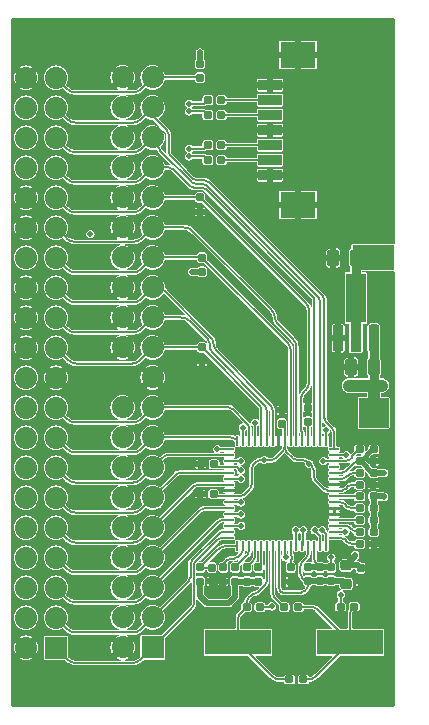
<source format=gbr>
%TF.GenerationSoftware,KiCad,Pcbnew,8.0.3*%
%TF.CreationDate,2024-07-19T14:19:01+01:00*%
%TF.ProjectId,xbox2sata,78626f78-3273-4617-9461-2e6b69636164,0.1*%
%TF.SameCoordinates,Original*%
%TF.FileFunction,Copper,L1,Top*%
%TF.FilePolarity,Positive*%
%FSLAX46Y46*%
G04 Gerber Fmt 4.6, Leading zero omitted, Abs format (unit mm)*
G04 Created by KiCad (PCBNEW 8.0.3) date 2024-07-19 14:19:01*
%MOMM*%
%LPD*%
G01*
G04 APERTURE LIST*
G04 Aperture macros list*
%AMRoundRect*
0 Rectangle with rounded corners*
0 $1 Rounding radius*
0 $2 $3 $4 $5 $6 $7 $8 $9 X,Y pos of 4 corners*
0 Add a 4 corners polygon primitive as box body*
4,1,4,$2,$3,$4,$5,$6,$7,$8,$9,$2,$3,0*
0 Add four circle primitives for the rounded corners*
1,1,$1+$1,$2,$3*
1,1,$1+$1,$4,$5*
1,1,$1+$1,$6,$7*
1,1,$1+$1,$8,$9*
0 Add four rect primitives between the rounded corners*
20,1,$1+$1,$2,$3,$4,$5,0*
20,1,$1+$1,$4,$5,$6,$7,0*
20,1,$1+$1,$6,$7,$8,$9,0*
20,1,$1+$1,$8,$9,$2,$3,0*%
%AMFreePoly0*
4,1,9,5.362500,-0.866500,1.237500,-0.866500,1.237500,-0.450000,-1.237500,-0.450000,-1.237500,0.450000,1.237500,0.450000,1.237500,0.866500,5.362500,0.866500,5.362500,-0.866500,5.362500,-0.866500,$1*%
G04 Aperture macros list end*
%TA.AperFunction,SMDPad,CuDef*%
%ADD10RoundRect,0.155000X-0.155000X0.212500X-0.155000X-0.212500X0.155000X-0.212500X0.155000X0.212500X0*%
%TD*%
%TA.AperFunction,HeatsinkPad*%
%ADD11C,0.500000*%
%TD*%
%TA.AperFunction,HeatsinkPad*%
%ADD12R,3.400000X3.400000*%
%TD*%
%TA.AperFunction,SMDPad,CuDef*%
%ADD13RoundRect,0.062500X-0.062500X-0.350000X0.062500X-0.350000X0.062500X0.350000X-0.062500X0.350000X0*%
%TD*%
%TA.AperFunction,SMDPad,CuDef*%
%ADD14RoundRect,0.062500X-0.350000X-0.062500X0.350000X-0.062500X0.350000X0.062500X-0.350000X0.062500X0*%
%TD*%
%TA.AperFunction,SMDPad,CuDef*%
%ADD15RoundRect,0.155000X-0.212500X-0.155000X0.212500X-0.155000X0.212500X0.155000X-0.212500X0.155000X0*%
%TD*%
%TA.AperFunction,SMDPad,CuDef*%
%ADD16RoundRect,0.250000X0.250000X0.475000X-0.250000X0.475000X-0.250000X-0.475000X0.250000X-0.475000X0*%
%TD*%
%TA.AperFunction,SMDPad,CuDef*%
%ADD17RoundRect,0.225000X0.225000X-0.925000X0.225000X0.925000X-0.225000X0.925000X-0.225000X-0.925000X0*%
%TD*%
%TA.AperFunction,SMDPad,CuDef*%
%ADD18FreePoly0,90.000000*%
%TD*%
%TA.AperFunction,SMDPad,CuDef*%
%ADD19RoundRect,0.160000X-0.160000X0.197500X-0.160000X-0.197500X0.160000X-0.197500X0.160000X0.197500X0*%
%TD*%
%TA.AperFunction,SMDPad,CuDef*%
%ADD20R,5.600000X2.100000*%
%TD*%
%TA.AperFunction,SMDPad,CuDef*%
%ADD21RoundRect,0.160000X0.197500X0.160000X-0.197500X0.160000X-0.197500X-0.160000X0.197500X-0.160000X0*%
%TD*%
%TA.AperFunction,ComponentPad*%
%ADD22R,1.875000X1.875000*%
%TD*%
%TA.AperFunction,ComponentPad*%
%ADD23C,1.875000*%
%TD*%
%TA.AperFunction,SMDPad,CuDef*%
%ADD24RoundRect,0.160000X0.160000X-0.197500X0.160000X0.197500X-0.160000X0.197500X-0.160000X-0.197500X0*%
%TD*%
%TA.AperFunction,SMDPad,CuDef*%
%ADD25RoundRect,0.160000X-0.197500X-0.160000X0.197500X-0.160000X0.197500X0.160000X-0.197500X0.160000X0*%
%TD*%
%TA.AperFunction,SMDPad,CuDef*%
%ADD26RoundRect,0.250000X-0.250000X-0.475000X0.250000X-0.475000X0.250000X0.475000X-0.250000X0.475000X0*%
%TD*%
%TA.AperFunction,SMDPad,CuDef*%
%ADD27RoundRect,0.218750X-0.256250X0.218750X-0.256250X-0.218750X0.256250X-0.218750X0.256250X0.218750X0*%
%TD*%
%TA.AperFunction,ComponentPad*%
%ADD28R,2.500000X2.500000*%
%TD*%
%TA.AperFunction,SMDPad,CuDef*%
%ADD29RoundRect,0.155000X0.155000X-0.212500X0.155000X0.212500X-0.155000X0.212500X-0.155000X-0.212500X0*%
%TD*%
%TA.AperFunction,SMDPad,CuDef*%
%ADD30R,2.000000X0.900000*%
%TD*%
%TA.AperFunction,ComponentPad*%
%ADD31R,3.000000X2.200000*%
%TD*%
%TA.AperFunction,SMDPad,CuDef*%
%ADD32RoundRect,0.155000X0.212500X0.155000X-0.212500X0.155000X-0.212500X-0.155000X0.212500X-0.155000X0*%
%TD*%
%TA.AperFunction,ViaPad*%
%ADD33C,0.500000*%
%TD*%
%TA.AperFunction,Conductor*%
%ADD34C,0.200000*%
%TD*%
%TA.AperFunction,Conductor*%
%ADD35C,1.000000*%
%TD*%
%TA.AperFunction,Conductor*%
%ADD36C,0.800000*%
%TD*%
%TA.AperFunction,Conductor*%
%ADD37C,0.500000*%
%TD*%
%TA.AperFunction,Conductor*%
%ADD38C,0.400000*%
%TD*%
G04 APERTURE END LIST*
D10*
%TO.P,C16,1*%
%TO.N,+3V3*%
X133950000Y-103712500D03*
%TO.P,C16,2*%
%TO.N,GND*%
X133950000Y-104847500D03*
%TD*%
D11*
%TO.P,U5,65,GND*%
%TO.N,GND*%
X128717500Y-98850000D03*
X128717500Y-97400000D03*
X128717500Y-95950000D03*
X127267500Y-98850000D03*
D12*
X127267500Y-97400000D03*
D11*
X127267500Y-97400000D03*
X127267500Y-95950000D03*
X125817500Y-98850000D03*
X125817500Y-97400000D03*
X125817500Y-95950000D03*
D13*
%TO.P,U5,64,H_DD1*%
%TO.N,DD1*%
X123517500Y-92962500D03*
%TO.P,U5,63,H_DD14*%
%TO.N,DD14*%
X124017500Y-92962500D03*
%TO.P,U5,62,H_DD0*%
%TO.N,DD0*%
X124517500Y-92962500D03*
%TO.P,U5,61,H_DD15*%
%TO.N,DD15*%
X125017500Y-92962500D03*
%TO.P,U5,60,H_DMARQ*%
%TO.N,DMARQ*%
X125517500Y-92962500D03*
%TO.P,U5,59,H_DIOW_N*%
%TO.N,DIOW-*%
X126017500Y-92962500D03*
%TO.P,U5,58,H_DIOR_N*%
%TO.N,DIOR-*%
X126517500Y-92962500D03*
%TO.P,U5,57,GND*%
%TO.N,GND*%
X127017500Y-92962500D03*
%TO.P,U5,56,VDD*%
%TO.N,+1V2*%
X127517500Y-92962500D03*
%TO.P,U5,55,H_IORDY*%
%TO.N,IORDY*%
X128017500Y-92962500D03*
%TO.P,U5,54,H_DMACK_N*%
%TO.N,DMACK-*%
X128517500Y-92962500D03*
%TO.P,U5,53,H_INTRQ*%
%TO.N,INTRQ*%
X129017500Y-92962500D03*
%TO.P,U5,52,T8*%
%TO.N,T8*%
X129517500Y-92962500D03*
%TO.P,U5,51,H_DA1*%
%TO.N,DA1*%
X130017500Y-92962500D03*
%TO.P,U5,50,H_DA0*%
%TO.N,DA0*%
X130517500Y-92962500D03*
%TO.P,U5,49,H_DA2*%
%TO.N,DA2*%
X131017500Y-92962500D03*
D14*
%TO.P,U5,48,H_CS_N0*%
%TO.N,CS0-*%
X131705000Y-93650000D03*
%TO.P,U5,47,H_CS_N1*%
%TO.N,CS1-*%
X131705000Y-94150000D03*
%TO.P,U5,46,H_PDIAG_N*%
%TO.N,PDIAG-*%
X131705000Y-94650000D03*
%TO.P,U5,45,UAO*%
%TO.N,LED-*%
X131705000Y-95150000D03*
%TO.P,U5,44,VDDIO*%
%TO.N,+3V3*%
X131705000Y-95650000D03*
%TO.P,U5,43,UAI*%
%TO.N,Net-(U5-UAI)*%
X131705000Y-96150000D03*
%TO.P,U5,42,GND*%
%TO.N,GND*%
X131705000Y-96650000D03*
%TO.P,U5,41,VDD*%
%TO.N,+1V2*%
X131705000Y-97150000D03*
%TO.P,U5,40,T7*%
%TO.N,T7*%
X131705000Y-97650000D03*
%TO.P,U5,39,T6*%
%TO.N,T6*%
X131705000Y-98150000D03*
%TO.P,U5,38,T5*%
%TO.N,GND*%
X131705000Y-98650000D03*
%TO.P,U5,37,T4*%
X131705000Y-99150000D03*
%TO.P,U5,36,T3*%
%TO.N,T3*%
X131705000Y-99650000D03*
%TO.P,U5,35,T2*%
%TO.N,T2*%
X131705000Y-100150000D03*
%TO.P,U5,34,T1*%
%TO.N,DASP-*%
X131705000Y-100650000D03*
%TO.P,U5,33,T0*%
%TO.N,Net-(U5-T0)*%
X131705000Y-101150000D03*
D13*
%TO.P,U5,32,TX_P*%
%TO.N,TX_P*%
X131017500Y-101837500D03*
%TO.P,U5,31,TX_M*%
%TO.N,TX_N*%
X130517500Y-101837500D03*
%TO.P,U5,30,VSS*%
%TO.N,VSS*%
X130017500Y-101837500D03*
%TO.P,U5,29,VAA*%
%TO.N,VAA*%
X129517500Y-101837500D03*
%TO.P,U5,28,RX_M*%
%TO.N,RX_N*%
X129017500Y-101837500D03*
%TO.P,U5,27,RX_P*%
%TO.N,RX_P*%
X128517500Y-101837500D03*
%TO.P,U5,26,ISET*%
%TO.N,Net-(U5-ISET)*%
X128017500Y-101837500D03*
%TO.P,U5,25,VSS*%
%TO.N,VSS*%
X127517500Y-101837500D03*
%TO.P,U5,24,VAA*%
%TO.N,VAA*%
X127017500Y-101837500D03*
%TO.P,U5,23,XTLOUT*%
%TO.N,XTLOUT*%
X126517500Y-101837500D03*
%TO.P,U5,22,XTLIN/OSC*%
%TO.N,XTLIN*%
X126017500Y-101837500D03*
%TO.P,U5,21,ATAIOS*%
%TO.N,Net-(U5-ATAIOS)*%
X125517500Y-101837500D03*
%TO.P,U5,20,CNFG2*%
%TO.N,CNFG2*%
X125017500Y-101837500D03*
%TO.P,U5,19,CNFG1*%
%TO.N,CNFG1*%
X124517500Y-101837500D03*
%TO.P,U5,18,CNFG0*%
%TO.N,CNFG0*%
X124017500Y-101837500D03*
%TO.P,U5,17,RST_N*%
%TO.N,Net-(U5-RST_N)*%
X123517500Y-101837500D03*
D14*
%TO.P,U5,16,H_RESET_N*%
%TO.N,RESET-*%
X122830000Y-101150000D03*
%TO.P,U5,15,H_DD7*%
%TO.N,DD7*%
X122830000Y-100650000D03*
%TO.P,U5,14,H_DD8*%
%TO.N,DD8*%
X122830000Y-100150000D03*
%TO.P,U5,13,H_DD6*%
%TO.N,DD6*%
X122830000Y-99650000D03*
%TO.P,U5,12,H_DD9*%
%TO.N,DD9*%
X122830000Y-99150000D03*
%TO.P,U5,11,H_DD5*%
%TO.N,DD5*%
X122830000Y-98650000D03*
%TO.P,U5,10,H_DD10*%
%TO.N,DD10*%
X122830000Y-98150000D03*
%TO.P,U5,9,VDD*%
%TO.N,+1V2*%
X122830000Y-97650000D03*
%TO.P,U5,8,GND*%
%TO.N,GND*%
X122830000Y-97150000D03*
%TO.P,U5,7,H_DD4*%
%TO.N,DD4*%
X122830000Y-96650000D03*
%TO.P,U5,6,H_DD11*%
%TO.N,DD11*%
X122830000Y-96150000D03*
%TO.P,U5,5,H_DD3*%
%TO.N,DD3*%
X122830000Y-95650000D03*
%TO.P,U5,4,VDDIO*%
%TO.N,+3V3*%
X122830000Y-95150000D03*
%TO.P,U5,3,H_DD12*%
%TO.N,DD12*%
X122830000Y-94650000D03*
%TO.P,U5,2,H_DD2*%
%TO.N,DD2*%
X122830000Y-94150000D03*
%TO.P,U5,1,H_DD13*%
%TO.N,DD13*%
X122830000Y-93650000D03*
%TD*%
D15*
%TO.P,C12,1*%
%TO.N,RX_P*%
X121020000Y-69165000D03*
%TO.P,C12,2*%
%TO.N,Net-(J3-B+)*%
X122155000Y-69165000D03*
%TD*%
%TO.P,C24,1*%
%TO.N,GND*%
X120405000Y-94930000D03*
%TO.P,C24,2*%
%TO.N,+3V3*%
X121540000Y-94930000D03*
%TD*%
D16*
%TO.P,C18,1*%
%TO.N,+1V2*%
X133540000Y-77470000D03*
%TO.P,C18,2*%
%TO.N,GND*%
X131640000Y-77470000D03*
%TD*%
D17*
%TO.P,U1,1,GND*%
%TO.N,GND*%
X132060000Y-84230000D03*
D18*
%TO.P,U1,2,VO*%
%TO.N,+1V2*%
X133560000Y-84142500D03*
D17*
%TO.P,U1,3,VI*%
%TO.N,+3V3*%
X135060000Y-84230000D03*
%TD*%
D15*
%TO.P,C21,1*%
%TO.N,+1V2*%
X133882500Y-96656250D03*
%TO.P,C21,2*%
%TO.N,GND*%
X135017500Y-96656250D03*
%TD*%
D19*
%TO.P,R15,1*%
%TO.N,CNFG0*%
X122330000Y-103660000D03*
%TO.P,R15,2*%
%TO.N,GND*%
X122330000Y-104855000D03*
%TD*%
D20*
%TO.P,Y1,1,1*%
%TO.N,Net-(C25-Pad1)*%
X133060000Y-109991250D03*
%TO.P,Y1,2,2*%
%TO.N,XTLIN*%
X123560000Y-109991250D03*
%TD*%
D15*
%TO.P,C23,1*%
%TO.N,+3V3*%
X133882500Y-94668750D03*
%TO.P,C23,2*%
%TO.N,GND*%
X135017500Y-94668750D03*
%TD*%
D19*
%TO.P,R9,1*%
%TO.N,CNFG2*%
X124310000Y-103660000D03*
%TO.P,R9,2*%
%TO.N,+3V3*%
X124310000Y-104855000D03*
%TD*%
D21*
%TO.P,R22,1*%
%TO.N,Net-(C25-Pad1)*%
X129115000Y-113148750D03*
%TO.P,R22,2*%
%TO.N,XTLIN*%
X127920000Y-113148750D03*
%TD*%
%TO.P,R19,1*%
%TO.N,GND*%
X135067500Y-101665000D03*
%TO.P,R19,2*%
%TO.N,Net-(U5-T0)*%
X133872500Y-101665000D03*
%TD*%
D15*
%TO.P,C11,1*%
%TO.N,RX_N*%
X121020000Y-67890000D03*
%TO.P,C11,2*%
%TO.N,Net-(J3-B-)*%
X122155000Y-67890000D03*
%TD*%
D19*
%TO.P,R26,1*%
%TO.N,GND*%
X129505000Y-90140000D03*
%TO.P,R26,2*%
%TO.N,T8*%
X129505000Y-91335000D03*
%TD*%
D22*
%TO.P,J2,1,1*%
%TO.N,RESET-*%
X116340000Y-110440000D03*
D23*
%TO.P,J2,2,2*%
%TO.N,GND*%
X113800000Y-110440000D03*
%TO.P,J2,3,3*%
%TO.N,DD7*%
X116340000Y-107900000D03*
%TO.P,J2,4,4*%
%TO.N,DD8*%
X113800000Y-107900000D03*
%TO.P,J2,5,5*%
%TO.N,DD6*%
X116340000Y-105360000D03*
%TO.P,J2,6,6*%
%TO.N,DD9*%
X113800000Y-105360000D03*
%TO.P,J2,7,7*%
%TO.N,DD5*%
X116340000Y-102820000D03*
%TO.P,J2,8,8*%
%TO.N,DD10*%
X113800000Y-102820000D03*
%TO.P,J2,9,9*%
%TO.N,DD4*%
X116340000Y-100280000D03*
%TO.P,J2,10,10*%
%TO.N,DD11*%
X113800000Y-100280000D03*
%TO.P,J2,11,11*%
%TO.N,DD3*%
X116340000Y-97740000D03*
%TO.P,J2,12,12*%
%TO.N,DD12*%
X113800000Y-97740000D03*
%TO.P,J2,13,13*%
%TO.N,DD2*%
X116340000Y-95200000D03*
%TO.P,J2,14,14*%
%TO.N,DD13*%
X113800000Y-95200000D03*
%TO.P,J2,15,15*%
%TO.N,DD1*%
X116340000Y-92660000D03*
%TO.P,J2,16,16*%
%TO.N,DD14*%
X113800000Y-92660000D03*
%TO.P,J2,17,17*%
%TO.N,DD0*%
X116340000Y-90120000D03*
%TO.P,J2,18,18*%
%TO.N,DD15*%
X113800000Y-90120000D03*
%TO.P,J2,19,19*%
%TO.N,GND*%
X116340000Y-87580000D03*
%TO.P,J2,21,21*%
%TO.N,DMARQ*%
X116340000Y-85040000D03*
%TO.P,J2,22,22*%
%TO.N,GND*%
X113800000Y-85040000D03*
%TO.P,J2,23,23*%
%TO.N,DIOW-*%
X116340000Y-82500000D03*
%TO.P,J2,24,24*%
%TO.N,GND*%
X113800000Y-82500000D03*
%TO.P,J2,25,25*%
%TO.N,DIOR-*%
X116340000Y-79960000D03*
%TO.P,J2,26,26*%
%TO.N,GND*%
X113800000Y-79960000D03*
%TO.P,J2,27,27*%
%TO.N,IORDY*%
X116340000Y-77420000D03*
%TO.P,J2,28,28*%
%TO.N,CSEL*%
X113800000Y-77420000D03*
%TO.P,J2,29,29*%
%TO.N,DMACK-*%
X116340000Y-74880000D03*
%TO.P,J2,30,30*%
%TO.N,GND*%
X113800000Y-74880000D03*
%TO.P,J2,31,31*%
%TO.N,INTRQ*%
X116340000Y-72340000D03*
%TO.P,J2,32,32*%
%TO.N,GND*%
X113800000Y-72340000D03*
%TO.P,J2,33,33*%
%TO.N,DA1*%
X116340000Y-69800000D03*
%TO.P,J2,34,34*%
%TO.N,PDIAG-*%
X113800000Y-69800000D03*
%TO.P,J2,35,35*%
%TO.N,DA0*%
X116340000Y-67260000D03*
%TO.P,J2,36,36*%
%TO.N,DA2*%
X113800000Y-67260000D03*
%TO.P,J2,37,37*%
%TO.N,CS0-*%
X116340000Y-64720000D03*
%TO.P,J2,38,38*%
%TO.N,CS1-*%
X113800000Y-64720000D03*
%TO.P,J2,39,39*%
%TO.N,DASP-*%
X116340000Y-62180000D03*
%TO.P,J2,40,40*%
%TO.N,GND*%
X113800000Y-62180000D03*
%TD*%
D21*
%TO.P,R24,1*%
%TO.N,+3V3*%
X135067500Y-98653750D03*
%TO.P,R24,2*%
%TO.N,T6*%
X133872500Y-98653750D03*
%TD*%
D24*
%TO.P,R31,1*%
%TO.N,+3V3*%
X120370000Y-104855000D03*
%TO.P,R31,2*%
%TO.N,Net-(U5-RST_N)*%
X120370000Y-103660000D03*
%TD*%
D25*
%TO.P,R16,1*%
%TO.N,PDIAG-*%
X133872500Y-93675000D03*
%TO.P,R16,2*%
%TO.N,+3V3*%
X135067500Y-93675000D03*
%TD*%
D15*
%TO.P,C26,1*%
%TO.N,XTLIN*%
X124292500Y-107030000D03*
%TO.P,C26,2*%
%TO.N,VSS*%
X125427500Y-107030000D03*
%TD*%
D24*
%TO.P,R8,1*%
%TO.N,+3V3*%
X120525000Y-78635000D03*
%TO.P,R8,2*%
%TO.N,IORDY*%
X120525000Y-77440000D03*
%TD*%
D25*
%TO.P,R1,1*%
%TO.N,T3*%
X133872500Y-99657500D03*
%TO.P,R1,2*%
%TO.N,+3V3*%
X135067500Y-99657500D03*
%TD*%
D21*
%TO.P,R18,1*%
%TO.N,+3V3*%
X135067500Y-97650000D03*
%TO.P,R18,2*%
%TO.N,T7*%
X133872500Y-97650000D03*
%TD*%
D19*
%TO.P,R21,1*%
%TO.N,+3V3*%
X120350000Y-61002500D03*
%TO.P,R21,2*%
%TO.N,DASP-*%
X120350000Y-62197500D03*
%TD*%
D26*
%TO.P,C17,1*%
%TO.N,GND*%
X133150000Y-86700000D03*
%TO.P,C17,2*%
%TO.N,+3V3*%
X135050000Y-86700000D03*
%TD*%
D27*
%TO.P,FB1,1*%
%TO.N,+3V3*%
X132720000Y-103482500D03*
%TO.P,FB1,2*%
%TO.N,VAA*%
X132720000Y-105057500D03*
%TD*%
D28*
%TO.P,TP2,1,1*%
%TO.N,+3V3*%
X135050000Y-90600000D03*
%TD*%
D29*
%TO.P,C13,1*%
%TO.N,VAA*%
X131480000Y-104787500D03*
%TO.P,C13,2*%
%TO.N,VSS*%
X131480000Y-103652500D03*
%TD*%
D19*
%TO.P,R12,1*%
%TO.N,CNFG1*%
X123320000Y-103660000D03*
%TO.P,R12,2*%
%TO.N,+3V3*%
X123320000Y-104855000D03*
%TD*%
D24*
%TO.P,R23,1*%
%TO.N,GND*%
X128020000Y-104855000D03*
%TO.P,R23,2*%
%TO.N,Net-(U5-ISET)*%
X128020000Y-103660000D03*
%TD*%
%TO.P,R11,1*%
%TO.N,GND*%
X120370000Y-73535000D03*
%TO.P,R11,2*%
%TO.N,INTRQ*%
X120370000Y-72340000D03*
%TD*%
D29*
%TO.P,C20,1*%
%TO.N,+1V2*%
X127280000Y-91480000D03*
%TO.P,C20,2*%
%TO.N,GND*%
X127280000Y-90345000D03*
%TD*%
D15*
%TO.P,C9,1*%
%TO.N,TX_P*%
X121020000Y-64090000D03*
%TO.P,C9,2*%
%TO.N,Net-(J3-A+)*%
X122155000Y-64090000D03*
%TD*%
D25*
%TO.P,R29,1*%
%TO.N,Net-(U5-UAI)*%
X133872500Y-95662500D03*
%TO.P,R29,2*%
%TO.N,+3V3*%
X135067500Y-95662500D03*
%TD*%
D24*
%TO.P,R3,1*%
%TO.N,GND*%
X120500000Y-86210000D03*
%TO.P,R3,2*%
%TO.N,DMARQ*%
X120500000Y-85015000D03*
%TD*%
D25*
%TO.P,R28,1*%
%TO.N,XTLOUT*%
X127482500Y-107040000D03*
%TO.P,R28,2*%
%TO.N,Net-(C25-Pad1)*%
X128677500Y-107040000D03*
%TD*%
D15*
%TO.P,C10,1*%
%TO.N,TX_N*%
X121020000Y-65365000D03*
%TO.P,C10,2*%
%TO.N,Net-(J3-A-)*%
X122155000Y-65365000D03*
%TD*%
D30*
%TO.P,J3,S7,GND_3*%
%TO.N,GND*%
X126290000Y-70440000D03*
%TO.P,J3,S6,B+*%
%TO.N,Net-(J3-B+)*%
X126290000Y-69170000D03*
%TO.P,J3,S5,B-*%
%TO.N,Net-(J3-B-)*%
X126290000Y-67900000D03*
%TO.P,J3,S4,GND_2*%
%TO.N,GND*%
X126290000Y-66630000D03*
%TO.P,J3,S3,A-*%
%TO.N,Net-(J3-A-)*%
X126290000Y-65360000D03*
%TO.P,J3,S2,A+*%
%TO.N,Net-(J3-A+)*%
X126290000Y-64090000D03*
%TO.P,J3,S1,GND_1*%
%TO.N,GND*%
X126290000Y-62820000D03*
D31*
%TO.P,J3,2,MH2*%
X128650000Y-73000000D03*
%TO.P,J3,1,MH1*%
X128650000Y-60260000D03*
%TD*%
D32*
%TO.P,C25,1*%
%TO.N,Net-(C25-Pad1)*%
X133397500Y-106980000D03*
%TO.P,C25,2*%
%TO.N,VSS*%
X132262500Y-106980000D03*
%TD*%
D29*
%TO.P,C15,1*%
%TO.N,VAA*%
X130490000Y-104787500D03*
%TO.P,C15,2*%
%TO.N,VSS*%
X130490000Y-103652500D03*
%TD*%
D25*
%TO.P,R27,1*%
%TO.N,T2*%
X133872500Y-100661250D03*
%TO.P,R27,2*%
%TO.N,+3V3*%
X135067500Y-100661250D03*
%TD*%
D15*
%TO.P,C22,1*%
%TO.N,GND*%
X120385000Y-97420000D03*
%TO.P,C22,2*%
%TO.N,+1V2*%
X121520000Y-97420000D03*
%TD*%
D24*
%TO.P,R4,1*%
%TO.N,+3V3*%
X125300000Y-104855000D03*
%TO.P,R4,2*%
%TO.N,Net-(U5-ATAIOS)*%
X125300000Y-103660000D03*
%TD*%
D29*
%TO.P,C19,1*%
%TO.N,GND*%
X121350000Y-104805000D03*
%TO.P,C19,2*%
%TO.N,Net-(U5-RST_N)*%
X121350000Y-103670000D03*
%TD*%
%TO.P,C14,1*%
%TO.N,VAA*%
X129500000Y-104787500D03*
%TO.P,C14,2*%
%TO.N,VSS*%
X129500000Y-103652500D03*
%TD*%
D22*
%TO.P,J1,1,1*%
%TO.N,RESET-*%
X108155000Y-110465000D03*
D23*
%TO.P,J1,2,2*%
%TO.N,GND*%
X105615000Y-110465000D03*
%TO.P,J1,3,3*%
%TO.N,DD7*%
X108155000Y-107925000D03*
%TO.P,J1,4,4*%
%TO.N,DD8*%
X105615000Y-107925000D03*
%TO.P,J1,5,5*%
%TO.N,DD6*%
X108155000Y-105385000D03*
%TO.P,J1,6,6*%
%TO.N,DD9*%
X105615000Y-105385000D03*
%TO.P,J1,7,7*%
%TO.N,DD5*%
X108155000Y-102845000D03*
%TO.P,J1,8,8*%
%TO.N,DD10*%
X105615000Y-102845000D03*
%TO.P,J1,9,9*%
%TO.N,DD4*%
X108155000Y-100305000D03*
%TO.P,J1,10,10*%
%TO.N,DD11*%
X105615000Y-100305000D03*
%TO.P,J1,11,11*%
%TO.N,DD3*%
X108155000Y-97765000D03*
%TO.P,J1,12,12*%
%TO.N,DD12*%
X105615000Y-97765000D03*
%TO.P,J1,13,13*%
%TO.N,DD2*%
X108155000Y-95225000D03*
%TO.P,J1,14,14*%
%TO.N,DD13*%
X105615000Y-95225000D03*
%TO.P,J1,15,15*%
%TO.N,DD1*%
X108155000Y-92685000D03*
%TO.P,J1,16,16*%
%TO.N,DD14*%
X105615000Y-92685000D03*
%TO.P,J1,17,17*%
%TO.N,DD0*%
X108155000Y-90145000D03*
%TO.P,J1,18,18*%
%TO.N,DD15*%
X105615000Y-90145000D03*
%TO.P,J1,19,19*%
%TO.N,GND*%
X108155000Y-87605000D03*
%TO.P,J1,20,20*%
%TO.N,unconnected-(J1-Pad20)*%
X105615000Y-87605000D03*
%TO.P,J1,21,21*%
%TO.N,DMARQ*%
X108155000Y-85065000D03*
%TO.P,J1,22,22*%
%TO.N,GND*%
X105615000Y-85065000D03*
%TO.P,J1,23,23*%
%TO.N,DIOW-*%
X108155000Y-82525000D03*
%TO.P,J1,24,24*%
%TO.N,GND*%
X105615000Y-82525000D03*
%TO.P,J1,25,25*%
%TO.N,DIOR-*%
X108155000Y-79985000D03*
%TO.P,J1,26,26*%
%TO.N,GND*%
X105615000Y-79985000D03*
%TO.P,J1,27,27*%
%TO.N,IORDY*%
X108155000Y-77445000D03*
%TO.P,J1,28,28*%
%TO.N,CSEL*%
X105615000Y-77445000D03*
%TO.P,J1,29,29*%
%TO.N,DMACK-*%
X108155000Y-74905000D03*
%TO.P,J1,30,30*%
%TO.N,GND*%
X105615000Y-74905000D03*
%TO.P,J1,31,31*%
%TO.N,INTRQ*%
X108155000Y-72365000D03*
%TO.P,J1,32,32*%
%TO.N,GND*%
X105615000Y-72365000D03*
%TO.P,J1,33,33*%
%TO.N,DA1*%
X108155000Y-69825000D03*
%TO.P,J1,34,34*%
%TO.N,PDIAG-*%
X105615000Y-69825000D03*
%TO.P,J1,35,35*%
%TO.N,DA0*%
X108155000Y-67285000D03*
%TO.P,J1,36,36*%
%TO.N,DA2*%
X105615000Y-67285000D03*
%TO.P,J1,37,37*%
%TO.N,CS0-*%
X108155000Y-64745000D03*
%TO.P,J1,38,38*%
%TO.N,CS1-*%
X105615000Y-64745000D03*
%TO.P,J1,39,39*%
%TO.N,DASP-*%
X108155000Y-62205000D03*
%TO.P,J1,40,40*%
%TO.N,GND*%
X105615000Y-62205000D03*
%TD*%
D33*
%TO.N,GND*%
X122330000Y-105810000D03*
X129500000Y-89340000D03*
X118640000Y-99650000D03*
X117860000Y-100350000D03*
X121340000Y-105810000D03*
X128580000Y-83600000D03*
X117890000Y-99650000D03*
X129100000Y-84100000D03*
X127400000Y-82510000D03*
X118640000Y-94900000D03*
X127390000Y-89420000D03*
X128790000Y-105290000D03*
X128030000Y-83060000D03*
X127370000Y-87830000D03*
X127390000Y-88650000D03*
%TO.N,PDIAG-*%
X130790000Y-94650000D03*
%TO.N,DD8*%
X123840000Y-100130000D03*
%TO.N,DD14*%
X123980000Y-91820000D03*
%TO.N,DD15*%
X125020000Y-91410000D03*
%TO.N,DD11*%
X123810000Y-96150000D03*
%TO.N,DD9*%
X123810000Y-99171631D03*
%TO.N,DD10*%
X123800000Y-98160000D03*
%TO.N,DA2*%
X131017500Y-92050000D03*
%TO.N,DD12*%
X123800000Y-94650000D03*
%TO.N,DD13*%
X121810000Y-93650000D03*
%TO.N,DASP-*%
X132660000Y-100650000D03*
%TO.N,CS1-*%
X132730000Y-94150000D03*
%TO.N,RX_P*%
X119450000Y-68865000D03*
X128460585Y-100510000D03*
%TO.N,VSS*%
X127610000Y-102810000D03*
X132280000Y-105960000D03*
X131470000Y-102820000D03*
X126420000Y-106960000D03*
%TO.N,TX_P*%
X119450000Y-64394997D03*
X130710000Y-100510000D03*
%TO.N,+3V3*%
X135770000Y-88260000D03*
X135065000Y-88260000D03*
X132950000Y-88260000D03*
X133655000Y-88260000D03*
X133490000Y-102600000D03*
X111080000Y-75430000D03*
X120350000Y-60060000D03*
X121870000Y-106650000D03*
X134360000Y-88260000D03*
X119700000Y-78640000D03*
X135942500Y-95662500D03*
X135950000Y-97690000D03*
X123800000Y-95430000D03*
%TO.N,+1V2*%
X135000000Y-78090000D03*
X129620000Y-94900000D03*
X135690000Y-77450000D03*
X125780000Y-94560000D03*
X136330000Y-78090000D03*
X135690000Y-76800000D03*
X136330000Y-77450000D03*
X136330000Y-76800000D03*
X135690000Y-78090000D03*
X135000000Y-76800000D03*
X135000000Y-77450000D03*
%TO.N,TX_N*%
X130059997Y-100510000D03*
X119450000Y-65045000D03*
%TO.N,RX_N*%
X129110000Y-100510000D03*
X119450000Y-68215585D03*
%TD*%
D34*
%TO.N,INTRQ*%
X129307107Y-88632893D02*
G75*
G03*
X129599990Y-87925786I-707107J707093D01*
G01*
X129185393Y-88754607D02*
G75*
G03*
X128892510Y-89461714I707107J-707093D01*
G01*
X129307107Y-81277107D02*
G75*
G02*
X129599990Y-81984214I-707107J-707093D01*
G01*
X129307107Y-81277107D02*
X120370000Y-72340000D01*
X129600000Y-87925786D02*
X129600000Y-81984214D01*
X128892500Y-92082500D02*
X128892500Y-89461714D01*
X129017500Y-92207500D02*
X128892500Y-92082500D01*
X129017500Y-92962500D02*
X129017500Y-92207500D01*
X129185393Y-88754607D02*
X129307107Y-88632893D01*
%TO.N,+3V3*%
X134367500Y-88267500D02*
X134360000Y-88260000D01*
D35*
X135050000Y-90600000D02*
X135050000Y-88287500D01*
D34*
X134367500Y-88252500D02*
X134360000Y-88260000D01*
D36*
X135050000Y-86700000D02*
X135050000Y-88272500D01*
D34*
X135060000Y-86690000D02*
X135050000Y-86700000D01*
D36*
X135060000Y-84230000D02*
X135060000Y-86690000D01*
%TO.N,+1V2*%
X133540000Y-77470000D02*
X133540000Y-84122500D01*
D34*
X133540000Y-84122500D02*
X133560000Y-84142500D01*
%TO.N,DIOR-*%
X121510000Y-84810884D02*
G75*
G03*
X121698693Y-85266471I644300J-16D01*
G01*
X126517500Y-90499480D02*
G75*
G03*
X126224597Y-89792383I-1000000J-20D01*
G01*
X121221104Y-84113429D02*
G75*
G02*
X121509996Y-84810884I-697504J-697471D01*
G01*
X117360568Y-80252893D02*
G75*
G03*
X116653461Y-79960027I-707068J-707107D01*
G01*
X126517500Y-90499480D02*
X126517500Y-92962500D01*
X121698699Y-85266465D02*
X126224607Y-89792373D01*
X116340000Y-79960000D02*
X116653461Y-79960000D01*
X117360568Y-80252893D02*
X121221104Y-84113429D01*
%TO.N,DIOW-*%
X121160000Y-84687107D02*
G75*
G03*
X121013557Y-84333551I-500000J7D01*
G01*
X125724607Y-89815343D02*
G75*
G02*
X126017465Y-90522450I-707107J-707057D01*
G01*
X121452893Y-85543629D02*
G75*
G02*
X121159984Y-84836522I707107J707129D01*
G01*
X118765786Y-82500000D02*
G75*
G02*
X119472900Y-82792886I14J-1000000D01*
G01*
X126017500Y-90522450D02*
X126017500Y-92962500D01*
X121452893Y-85543629D02*
X125724607Y-89815343D01*
X121160000Y-84687107D02*
X121160000Y-84836522D01*
X119472893Y-82792893D02*
X121013554Y-84333554D01*
X116340000Y-82500000D02*
X118765786Y-82500000D01*
%TO.N,DMACK-*%
X126710000Y-82622893D02*
G75*
G03*
X126856444Y-82976450I500000J-7D01*
G01*
X126856447Y-82976447D02*
X128224607Y-84344607D01*
X119712893Y-75172893D02*
X126417107Y-81877107D01*
X126710000Y-82584214D02*
X126710000Y-82622893D01*
X116340000Y-74880000D02*
X119005786Y-74880000D01*
X128517500Y-85051714D02*
X128517500Y-92962500D01*
D37*
%TO.N,+3V3*%
X120370000Y-106110000D02*
X120370000Y-104855000D01*
X120910000Y-106650000D02*
X120370000Y-106110000D01*
X122820000Y-106650000D02*
X123320000Y-106150000D01*
X121870000Y-106650000D02*
X122820000Y-106650000D01*
X121870000Y-106650000D02*
X120910000Y-106650000D01*
X123320000Y-106150000D02*
X123320000Y-104855000D01*
D34*
%TO.N,DD3*%
X109127107Y-98737107D02*
X108155000Y-97765000D01*
X114635786Y-99030000D02*
X109834214Y-99030000D01*
X118637107Y-95650000D02*
X122830000Y-95650000D01*
X116340000Y-97740000D02*
X118283554Y-95796446D01*
X116340000Y-97740000D02*
X115342893Y-98737107D01*
X109127107Y-98737107D02*
G75*
G03*
X109834214Y-99029990I707093J707107D01*
G01*
X118637107Y-95650000D02*
G75*
G03*
X118283551Y-95796443I-7J-500000D01*
G01*
X115342893Y-98737107D02*
G75*
G02*
X114635786Y-99029990I-707093J707107D01*
G01*
%TO.N,DD7*%
X115362893Y-108877107D02*
X116340000Y-107900000D01*
X116340000Y-107890000D02*
X119403554Y-104826446D01*
X119696447Y-103038237D02*
X121938238Y-100796446D01*
X108155000Y-107925000D02*
X109107107Y-108877107D01*
X122291791Y-100650000D02*
X122830000Y-100650000D01*
X109814214Y-109170000D02*
X114655786Y-109170000D01*
X119550000Y-104472893D02*
X119550000Y-103391791D01*
X109814214Y-109170000D02*
G75*
G02*
X109107100Y-108877114I-14J1000000D01*
G01*
X119550000Y-104472893D02*
G75*
G02*
X119403557Y-104826449I-500000J-7D01*
G01*
X119550000Y-103391791D02*
G75*
G02*
X119696452Y-103038242I500000J-9D01*
G01*
X115362893Y-108877107D02*
G75*
G02*
X114655786Y-109169990I-707093J707107D01*
G01*
X121938238Y-100796446D02*
G75*
G02*
X122291791Y-100649993I353562J-353554D01*
G01*
%TO.N,DD2*%
X116340000Y-95200000D02*
X117243554Y-94296446D01*
X108155000Y-95225000D02*
X109117107Y-96187107D01*
X115352893Y-96187107D02*
X116340000Y-95200000D01*
X117597107Y-94150000D02*
X122830000Y-94150000D01*
X109824214Y-96480000D02*
X114645786Y-96480000D01*
X117243554Y-94296446D02*
G75*
G02*
X117597107Y-94150005I353546J-353554D01*
G01*
X109117107Y-96187107D02*
G75*
G03*
X109824214Y-96479990I707093J707107D01*
G01*
X114645786Y-96480000D02*
G75*
G03*
X115352900Y-96187114I14J1000000D01*
G01*
%TO.N,DD0*%
X116340000Y-90120000D02*
X122780000Y-90120000D01*
X124517500Y-91857500D02*
X124517500Y-92962500D01*
X115372893Y-91087107D02*
X116340000Y-90120000D01*
X109804214Y-91380000D02*
X114665786Y-91380000D01*
X123133554Y-90266447D02*
X124371054Y-91503947D01*
X108155000Y-90145000D02*
X109097107Y-91087107D01*
X115372893Y-91087107D02*
G75*
G02*
X114665786Y-91379990I-707093J707107D01*
G01*
X109097107Y-91087107D02*
G75*
G03*
X109804214Y-91379990I707093J707107D01*
G01*
X124371054Y-91503947D02*
G75*
G02*
X124517500Y-91857500I-353554J-353553D01*
G01*
X123133554Y-90266447D02*
G75*
G03*
X122780000Y-90120000I-353554J-353553D01*
G01*
%TO.N,DD6*%
X108155000Y-105385000D02*
X109087107Y-106317107D01*
X116340000Y-105350000D02*
X121893554Y-99796446D01*
X109794214Y-106610000D02*
X114675786Y-106610000D01*
X122247107Y-99650000D02*
X122830000Y-99650000D01*
X115382893Y-106317107D02*
X116340000Y-105360000D01*
X115382893Y-106317107D02*
G75*
G02*
X114675786Y-106609990I-707093J707107D01*
G01*
X122247107Y-99650000D02*
G75*
G03*
X121893551Y-99796443I-7J-500000D01*
G01*
X109087107Y-106317107D02*
G75*
G03*
X109794214Y-106609990I707093J707107D01*
G01*
%TO.N,DD5*%
X116360000Y-102820000D02*
X120383554Y-98796446D01*
X115362893Y-103797107D02*
X116340000Y-102820000D01*
X108155000Y-102845000D02*
X109107107Y-103797107D01*
X109814214Y-104090000D02*
X114655786Y-104090000D01*
X120737107Y-98650000D02*
X122830000Y-98650000D01*
X120383554Y-98796446D02*
G75*
G02*
X120737107Y-98650005I353546J-353554D01*
G01*
X115362893Y-103797107D02*
G75*
G02*
X114655786Y-104089990I-707093J707107D01*
G01*
X109107107Y-103797107D02*
G75*
G03*
X109814214Y-104089990I707093J707107D01*
G01*
%TO.N,DD1*%
X115362893Y-93637107D02*
X116340000Y-92660000D01*
X109814214Y-93930000D02*
X114655786Y-93930000D01*
X116340000Y-92660000D02*
X123007893Y-92660000D01*
X123361447Y-92806447D02*
X123517500Y-92962500D01*
X108155000Y-92685000D02*
X109107107Y-93637107D01*
X114655786Y-93930000D02*
G75*
G03*
X115362900Y-93637114I14J1000000D01*
G01*
X109107107Y-93637107D02*
G75*
G03*
X109814214Y-93929990I707093J707107D01*
G01*
X123361447Y-92806447D02*
G75*
G03*
X123007893Y-92660005I-353547J-353553D01*
G01*
%TO.N,DD4*%
X109824214Y-101560000D02*
X114645786Y-101560000D01*
X115352893Y-101267107D02*
X116340000Y-100280000D01*
X108155000Y-100305000D02*
X109117107Y-101267107D01*
X116340000Y-100280000D02*
X119823554Y-96796446D01*
X120177107Y-96650000D02*
X122830000Y-96650000D01*
X119823554Y-96796446D02*
G75*
G02*
X120177107Y-96650005I353546J-353554D01*
G01*
X114645786Y-101560000D02*
G75*
G03*
X115352900Y-101267114I14J1000000D01*
G01*
X109117107Y-101267107D02*
G75*
G03*
X109824214Y-101559990I707093J707107D01*
G01*
%TO.N,PDIAG-*%
X131705000Y-94650000D02*
X132730000Y-94650000D01*
X133230000Y-94357107D02*
X133230000Y-94240000D01*
X133795000Y-93675000D02*
X133872500Y-93675000D01*
X130790000Y-94650000D02*
X131705000Y-94650000D01*
X133083554Y-94503553D02*
X133230000Y-94357107D01*
X133230000Y-94240000D02*
X133795000Y-93675000D01*
X133083554Y-94503553D02*
G75*
G02*
X132730000Y-94650000I-353554J353553D01*
G01*
%TO.N,DD8*%
X122830000Y-100150000D02*
X123820000Y-100150000D01*
X123820000Y-100150000D02*
X123840000Y-100130000D01*
%TO.N,DD14*%
X123980000Y-92925000D02*
X124017500Y-92962500D01*
X123980000Y-91820000D02*
X123980000Y-92925000D01*
%TO.N,DD15*%
X125017500Y-91412500D02*
X125017500Y-92962500D01*
X125020000Y-91410000D02*
X125017500Y-91412500D01*
%TO.N,DD11*%
X123810000Y-96150000D02*
X122830000Y-96150000D01*
%TO.N,Net-(C25-Pad1)*%
X133050000Y-107534607D02*
X133050000Y-109981250D01*
X130195393Y-112855857D02*
X133060000Y-109991250D01*
X130225197Y-107156447D02*
X133060000Y-109991250D01*
X129115000Y-113148750D02*
X129488286Y-113148750D01*
X133397500Y-106980000D02*
X133196446Y-107181054D01*
X128677500Y-107040000D02*
X128707500Y-107010000D01*
X128707500Y-107010000D02*
X129871643Y-107010000D01*
X129871643Y-107010000D02*
G75*
G02*
X130225175Y-107156469I-43J-500000D01*
G01*
X133196446Y-107181054D02*
G75*
G03*
X133050005Y-107534607I353554J-353546D01*
G01*
X129488286Y-113148750D02*
G75*
G03*
X130195389Y-112855853I14J999950D01*
G01*
%TO.N,DIOR-*%
X109814214Y-81230000D02*
X114655786Y-81230000D01*
X115362893Y-80937107D02*
X116340000Y-79960000D01*
X108155000Y-79985000D02*
X109107107Y-80937107D01*
X115362893Y-80937107D02*
G75*
G02*
X114655786Y-81229990I-707093J707107D01*
G01*
X109107107Y-80937107D02*
G75*
G03*
X109814214Y-81229990I707093J707107D01*
G01*
%TO.N,DIOW-*%
X109804214Y-83760000D02*
X114665786Y-83760000D01*
X115372893Y-83467107D02*
X116340000Y-82500000D01*
X108155000Y-82525000D02*
X109097107Y-83467107D01*
X114665786Y-83760000D02*
G75*
G03*
X115372900Y-83467114I14J1000000D01*
G01*
X109804214Y-83760000D02*
G75*
G02*
X109097100Y-83467114I-14J1000000D01*
G01*
%TO.N,DA1*%
X116340000Y-69800000D02*
X117712893Y-69800000D01*
X120837919Y-71646447D02*
X129950487Y-80759015D01*
X119827107Y-71500000D02*
X120484365Y-71500000D01*
X108155000Y-69825000D02*
X109097107Y-70767107D01*
X115372893Y-70767107D02*
X116340000Y-69800000D01*
X109804214Y-71060000D02*
X114665786Y-71060000D01*
X118066447Y-69946447D02*
X119473554Y-71353554D01*
X130030000Y-80950976D02*
X130030000Y-92950000D01*
X120484365Y-71500000D02*
G75*
G02*
X120837936Y-71646430I35J-500000D01*
G01*
X119827107Y-71500000D02*
G75*
G02*
X119473551Y-71353557I-7J500000D01*
G01*
X117712893Y-69800000D02*
G75*
G02*
X118066450Y-69946444I7J-500000D01*
G01*
X109804214Y-71060000D02*
G75*
G02*
X109097100Y-70767114I-14J1000000D01*
G01*
X114665786Y-71060000D02*
G75*
G03*
X115372900Y-70767114I14J1000000D01*
G01*
X129950487Y-80759015D02*
G75*
G02*
X130030009Y-80950976I-191987J-191985D01*
G01*
%TO.N,DD9*%
X123788369Y-99150000D02*
X123810000Y-99171631D01*
X122830000Y-99150000D02*
X123788369Y-99150000D01*
%TO.N,DD10*%
X123800000Y-98160000D02*
X123790000Y-98150000D01*
X123790000Y-98150000D02*
X122830000Y-98150000D01*
%TO.N,IORDY*%
X109814214Y-78690000D02*
X114655786Y-78690000D01*
X116340000Y-77420000D02*
X120505000Y-77420000D01*
X108155000Y-77445000D02*
X109107107Y-78397107D01*
X128017500Y-85139607D02*
X128017500Y-92962500D01*
X115362893Y-78397107D02*
X116340000Y-77420000D01*
X120525000Y-77440000D02*
X127871054Y-84786054D01*
X114655786Y-78690000D02*
G75*
G03*
X115362900Y-78397114I14J1000000D01*
G01*
X127871054Y-84786054D02*
G75*
G02*
X128017495Y-85139607I-353554J-353546D01*
G01*
X109814214Y-78690000D02*
G75*
G02*
X109107100Y-78397114I-14J1000000D01*
G01*
%TO.N,DA2*%
X131017500Y-92050000D02*
X131017500Y-92962500D01*
%TO.N,DD12*%
X123800000Y-94650000D02*
X122830000Y-94650000D01*
%TO.N,DD13*%
X121810000Y-93650000D02*
X122830000Y-93650000D01*
%TO.N,DA0*%
X116970711Y-68380711D02*
X119643554Y-71053554D01*
X108155000Y-67285000D02*
X109087107Y-68217107D01*
X120962183Y-71346447D02*
X130371054Y-80755318D01*
X130517500Y-81108871D02*
X130517500Y-92962500D01*
X115382893Y-68217107D02*
X116340000Y-67260000D01*
X109794214Y-68510000D02*
X114675786Y-68510000D01*
X116824264Y-67260000D02*
X116824264Y-68027157D01*
X119997107Y-71200000D02*
X120608629Y-71200000D01*
X130371054Y-80755318D02*
G75*
G02*
X130517521Y-81108871I-353554J-353582D01*
G01*
X120608629Y-71200000D02*
G75*
G02*
X120962168Y-71346462I-29J-500000D01*
G01*
X116824264Y-68027157D02*
G75*
G03*
X116970682Y-68380740I500036J-43D01*
G01*
X115382893Y-68217107D02*
G75*
G02*
X114675786Y-68509990I-707093J707107D01*
G01*
X109087107Y-68217107D02*
G75*
G03*
X109794214Y-68509990I707093J707107D01*
G01*
X119997107Y-71200000D02*
G75*
G02*
X119643551Y-71053557I-7J500000D01*
G01*
%TO.N,INTRQ*%
X108155000Y-72365000D02*
X109097107Y-73307107D01*
X116340000Y-72340000D02*
X120370000Y-72340000D01*
X109804214Y-73600000D02*
X114665786Y-73600000D01*
X115372893Y-73307107D02*
X116340000Y-72340000D01*
X114665786Y-73600000D02*
G75*
G03*
X115372900Y-73307114I14J1000000D01*
G01*
X109804214Y-73600000D02*
G75*
G02*
X109097100Y-73307114I-14J1000000D01*
G01*
%TO.N,DMARQ*%
X120500000Y-85015000D02*
X125383554Y-89898554D01*
X108155000Y-85065000D02*
X109197107Y-86107107D01*
X116340000Y-85040000D02*
X120475000Y-85040000D01*
X125530000Y-90252107D02*
X125530000Y-92950000D01*
X109904214Y-86400000D02*
X114565786Y-86400000D01*
X115272893Y-86107107D02*
X116340000Y-85040000D01*
X114565786Y-86400000D02*
G75*
G03*
X115272900Y-86107114I14J1000000D01*
G01*
X125383554Y-89898554D02*
G75*
G02*
X125529995Y-90252107I-353554J-353546D01*
G01*
X109197107Y-86107107D02*
G75*
G03*
X109904214Y-86399990I707093J707107D01*
G01*
%TO.N,DASP-*%
X132660000Y-100650000D02*
X131705000Y-100650000D01*
X116340000Y-62180000D02*
X120332500Y-62180000D01*
X115372893Y-63147107D02*
X116340000Y-62180000D01*
X108155000Y-62205000D02*
X109097107Y-63147107D01*
X109804214Y-63440000D02*
X114665786Y-63440000D01*
X109097107Y-63147107D02*
G75*
G03*
X109804214Y-63439990I707093J707107D01*
G01*
X114665786Y-63440000D02*
G75*
G03*
X115372900Y-63147114I14J1000000D01*
G01*
%TO.N,Net-(U5-ATAIOS)*%
X125517500Y-103235393D02*
X125517500Y-101837500D01*
X125517500Y-103235393D02*
G75*
G02*
X125371057Y-103588949I-500000J-7D01*
G01*
%TO.N,Net-(U5-ISET)*%
X128051421Y-102544314D02*
X128020000Y-102512893D01*
X128020000Y-102512893D02*
X128020000Y-101840000D01*
X128020000Y-103107107D02*
X128051422Y-103075685D01*
X128110000Y-102934264D02*
X128110000Y-102685736D01*
X128020000Y-103660000D02*
X128020000Y-103107107D01*
X128051421Y-102544314D02*
G75*
G02*
X128109975Y-102685736I-141421J-141386D01*
G01*
X128110000Y-102934264D02*
G75*
G02*
X128051440Y-103075703I-200000J-36D01*
G01*
%TO.N,DMACK-*%
X108155000Y-74905000D02*
X109057107Y-75807107D01*
X115412893Y-75807107D02*
X116340000Y-74880000D01*
X109764214Y-76100000D02*
X114705786Y-76100000D01*
X109764214Y-76100000D02*
G75*
G02*
X109057100Y-75807114I-14J1000000D01*
G01*
X114705786Y-76100000D02*
G75*
G03*
X115412900Y-75807114I14J1000000D01*
G01*
%TO.N,CS0-*%
X120121371Y-70900000D02*
X120732893Y-70900000D01*
X117710000Y-67017107D02*
X117710000Y-68488629D01*
X117856447Y-68842183D02*
X119767818Y-70753554D01*
X131036447Y-91361840D02*
X131558554Y-91883947D01*
X116340000Y-65440000D02*
X117563554Y-66663554D01*
X121086447Y-71046447D02*
X130743554Y-80703554D01*
X130890000Y-81057107D02*
X130890000Y-91008286D01*
X131705000Y-92237500D02*
X131705000Y-93650000D01*
X117710000Y-67017107D02*
G75*
G03*
X117563557Y-66663551I-500000J7D01*
G01*
X120121371Y-70900000D02*
G75*
G02*
X119767833Y-70753539I29J500000D01*
G01*
X130890000Y-81057107D02*
G75*
G03*
X130743557Y-80703551I-500000J7D01*
G01*
X131036447Y-91361840D02*
G75*
G02*
X130890010Y-91008286I353553J353540D01*
G01*
X131558554Y-91883947D02*
G75*
G02*
X131705000Y-92237500I-353554J-353553D01*
G01*
X117856447Y-68842183D02*
G75*
G02*
X117709979Y-68488629I353553J353583D01*
G01*
X120732893Y-70900000D02*
G75*
G02*
X121086450Y-71046444I7J-500000D01*
G01*
%TO.N,CS1-*%
X132730000Y-94150000D02*
X131705000Y-94150000D01*
%TO.N,RESET-*%
X115312893Y-111467107D02*
X116340000Y-110440000D01*
X122216055Y-101150000D02*
X122830000Y-101150000D01*
X119850000Y-106702893D02*
X119850000Y-103406270D01*
X119918817Y-103240131D02*
X121862502Y-101296446D01*
X116340000Y-110420000D02*
X119703554Y-107056446D01*
X109864214Y-111760000D02*
X114605786Y-111760000D01*
X108155000Y-110465000D02*
X109157107Y-111467107D01*
X119703554Y-107056446D02*
G75*
G03*
X119849995Y-106702893I-353554J353546D01*
G01*
X119918817Y-103240131D02*
G75*
G03*
X119849992Y-103406270I166183J-166169D01*
G01*
X121862502Y-101296446D02*
G75*
G02*
X122216055Y-101149968I353598J-353554D01*
G01*
X114605786Y-111760000D02*
G75*
G03*
X115312900Y-111467114I14J1000000D01*
G01*
X109864214Y-111760000D02*
G75*
G02*
X109157100Y-111467114I-14J1000000D01*
G01*
%TO.N,T2*%
X133658357Y-100661250D02*
X133872500Y-100661250D01*
X131705000Y-100150000D02*
X132732893Y-100150000D01*
X133086447Y-100296447D02*
X133304804Y-100514804D01*
X133304804Y-100514804D02*
G75*
G03*
X133658357Y-100661266I353596J353604D01*
G01*
X133086447Y-100296447D02*
G75*
G03*
X132732893Y-100150005I-353547J-353553D01*
G01*
%TO.N,Net-(U5-UAI)*%
X132746447Y-96003553D02*
X132941054Y-95808946D01*
X131705000Y-96150000D02*
X132392893Y-96150000D01*
X133294607Y-95662500D02*
X133872500Y-95662500D01*
X133294607Y-95662500D02*
G75*
G03*
X132941051Y-95808943I-7J-500000D01*
G01*
X132746447Y-96003553D02*
G75*
G02*
X132392893Y-96149995I-353547J353553D01*
G01*
%TO.N,Net-(J3-A+)*%
X122185000Y-64090000D02*
X126290000Y-64090000D01*
%TO.N,RX_P*%
X128460585Y-100510000D02*
X128460585Y-101780585D01*
X120720000Y-68865000D02*
X121020000Y-69165000D01*
X128460585Y-101780585D02*
X128517500Y-101837500D01*
X119450000Y-68865000D02*
X120720000Y-68865000D01*
%TO.N,XTLOUT*%
X126517500Y-101837500D02*
X126517500Y-105867893D01*
X126663947Y-106221447D02*
X127482500Y-107040000D01*
X126517500Y-105867893D02*
G75*
G03*
X126663944Y-106221450I500000J-7D01*
G01*
%TO.N,VSS*%
X127517500Y-101837500D02*
X127517500Y-102717500D01*
X130017500Y-101837500D02*
X130017500Y-102972893D01*
X126350000Y-107030000D02*
X125427500Y-107030000D01*
X125427500Y-107030000D02*
X125410000Y-107012500D01*
X126420000Y-106960000D02*
X126350000Y-107030000D01*
X130163947Y-103326447D02*
X130490000Y-103652500D01*
X132280000Y-105960000D02*
X132262500Y-105977500D01*
X125410000Y-107012500D02*
X125410000Y-106930000D01*
X126420000Y-106960000D02*
X126420000Y-106867500D01*
X127517500Y-102717500D02*
X127610000Y-102810000D01*
X131470000Y-102820000D02*
X131470000Y-103642500D01*
X132262500Y-105977500D02*
X132262500Y-106980000D01*
D37*
X130490000Y-103652500D02*
X129500000Y-103652500D01*
X130490000Y-103652500D02*
X131480000Y-103652500D01*
D34*
X130017500Y-102972893D02*
G75*
G03*
X130163944Y-103326450I500000J-7D01*
G01*
%TO.N,XTLIN*%
X126424607Y-112855857D02*
X123560000Y-109991250D01*
X127920000Y-113148750D02*
X127131714Y-113148750D01*
X126017500Y-101837500D02*
X126017500Y-104801445D01*
X123560000Y-107969607D02*
X123560000Y-109991250D01*
X125871053Y-105154999D02*
X125272498Y-105753554D01*
X124292500Y-107030000D02*
X123706446Y-107616054D01*
X124918945Y-105900000D02*
X124892843Y-105900000D01*
X124751421Y-105958579D02*
X124438946Y-106271054D01*
X124292500Y-106624607D02*
X124292500Y-107030000D01*
X124292500Y-106624607D02*
G75*
G02*
X124438943Y-106271051I500000J7D01*
G01*
X125272498Y-105753554D02*
G75*
G02*
X124918945Y-105900032I-353598J353554D01*
G01*
X125871053Y-105154999D02*
G75*
G03*
X126017532Y-104801445I-353553J353599D01*
G01*
X124892843Y-105900000D02*
G75*
G03*
X124751400Y-105958558I-43J-200000D01*
G01*
X123706446Y-107616054D02*
G75*
G03*
X123560005Y-107969607I353554J-353546D01*
G01*
X126424607Y-112855857D02*
G75*
G03*
X127131714Y-113148755I707093J707057D01*
G01*
%TO.N,Net-(J3-A-)*%
X122155000Y-65365000D02*
X126285000Y-65365000D01*
%TO.N,Net-(J3-B-)*%
X122155000Y-67890000D02*
X126280000Y-67890000D01*
%TO.N,VAA*%
X128850000Y-103527107D02*
X128850000Y-104172893D01*
D37*
X129500000Y-104787500D02*
X130490000Y-104787500D01*
D34*
X132450000Y-104787500D02*
X132720000Y-105057500D01*
X128996447Y-104526447D02*
X129257500Y-104787500D01*
D37*
X130490000Y-104787500D02*
X131480000Y-104787500D01*
D34*
X129257500Y-104787500D02*
X129500000Y-104787500D01*
X127017500Y-101837500D02*
X127017500Y-105300393D01*
X129517500Y-101837500D02*
X129517500Y-102445393D01*
X127163947Y-105653947D02*
X127241422Y-105731422D01*
X129371053Y-102798947D02*
X128996446Y-103173554D01*
X129500000Y-105172893D02*
X129500000Y-104787500D01*
D37*
X131480000Y-104787500D02*
X132450000Y-104787500D01*
D34*
X129236447Y-105643553D02*
X129353554Y-105526446D01*
X127382843Y-105790000D02*
X128882893Y-105790000D01*
X128996446Y-103173554D02*
G75*
G03*
X128850005Y-103527107I353554J-353546D01*
G01*
X128996447Y-104526447D02*
G75*
G02*
X128850005Y-104172893I353553J353547D01*
G01*
X129517500Y-102445393D02*
G75*
G02*
X129371056Y-102798950I-500000J-7D01*
G01*
X128882893Y-105790000D02*
G75*
G03*
X129236450Y-105643556I7J500000D01*
G01*
X129500000Y-105172893D02*
G75*
G02*
X129353557Y-105526449I-500000J-7D01*
G01*
X127241422Y-105731422D02*
G75*
G03*
X127382843Y-105789970I141378J141422D01*
G01*
X127163947Y-105653947D02*
G75*
G02*
X127017505Y-105300393I353553J353547D01*
G01*
%TO.N,T8*%
X129517500Y-92962500D02*
X129517500Y-91347500D01*
%TO.N,CNFG1*%
X123320000Y-103660000D02*
X124371054Y-102608946D01*
X124517500Y-102255393D02*
X124517500Y-101837500D01*
X124517500Y-102255393D02*
G75*
G02*
X124371057Y-102608949I-500000J-7D01*
G01*
%TO.N,T6*%
X133190857Y-98653750D02*
X133872500Y-98653750D01*
X132626447Y-98296447D02*
X132837304Y-98507304D01*
X131705000Y-98150000D02*
X132272893Y-98150000D01*
X132626447Y-98296447D02*
G75*
G03*
X132272893Y-98150005I-353547J-353553D01*
G01*
X132837304Y-98507304D02*
G75*
G03*
X133190857Y-98653766I353596J353604D01*
G01*
%TO.N,T3*%
X131705000Y-99650000D02*
X133865000Y-99650000D01*
%TO.N,CNFG2*%
X124310000Y-103660000D02*
X124871054Y-103098946D01*
X125017500Y-102745393D02*
X125017500Y-101837500D01*
X125017500Y-102745393D02*
G75*
G02*
X124871057Y-103098949I-500000J-7D01*
G01*
%TO.N,TX_P*%
X131017500Y-100817500D02*
X131017500Y-101837500D01*
X130710000Y-100510000D02*
X131017500Y-100817500D01*
X119450000Y-64394997D02*
X120715003Y-64394997D01*
X120715003Y-64394997D02*
X121020000Y-64090000D01*
%TO.N,T7*%
X131705000Y-97650000D02*
X133872500Y-97650000D01*
%TO.N,CNFG0*%
X122623553Y-103056447D02*
X122330000Y-103350000D01*
X123871053Y-102438947D02*
X123546446Y-102763554D01*
X123192893Y-102910000D02*
X122977107Y-102910000D01*
X122330000Y-103350000D02*
X122330000Y-103660000D01*
X124017500Y-101837500D02*
X124017500Y-102085393D01*
X123546446Y-102763554D02*
G75*
G02*
X123192893Y-102909995I-353546J353554D01*
G01*
X123871053Y-102438947D02*
G75*
G03*
X124017495Y-102085393I-353553J353547D01*
G01*
X122623553Y-103056447D02*
G75*
G02*
X122977107Y-102910005I353547J-353553D01*
G01*
%TO.N,Net-(J3-B+)*%
X122155000Y-69165000D02*
X126285000Y-69165000D01*
D37*
%TO.N,+3V3*%
X119700000Y-78640000D02*
X120520000Y-78640000D01*
D38*
X134952500Y-95662500D02*
X133955000Y-94665000D01*
D37*
X135067500Y-95662500D02*
X135942500Y-95662500D01*
D34*
X121540000Y-94930000D02*
X121760000Y-95150000D01*
X131705000Y-95650000D02*
X132332893Y-95650000D01*
D37*
X120350000Y-61002500D02*
X120350000Y-60060000D01*
D34*
X133728357Y-94668750D02*
X133882500Y-94668750D01*
D35*
X135065000Y-88260000D02*
X135770000Y-88260000D01*
D34*
X133720000Y-103482500D02*
X133950000Y-103712500D01*
D35*
X133655000Y-88260000D02*
X134360000Y-88260000D01*
D34*
X122830000Y-95150000D02*
X123520000Y-95150000D01*
X121760000Y-95150000D02*
X122830000Y-95150000D01*
D37*
X135067500Y-98653750D02*
X135067500Y-99657500D01*
X132720000Y-103482500D02*
X133720000Y-103482500D01*
X135067500Y-97650000D02*
X135067500Y-98653750D01*
D38*
X133955000Y-94665000D02*
X134945000Y-93675000D01*
D35*
X132950000Y-88260000D02*
X133655000Y-88260000D01*
X134360000Y-88260000D02*
X135065000Y-88260000D01*
D34*
X132686447Y-95503553D02*
X133374804Y-94815196D01*
X135950000Y-97690000D02*
X135910000Y-97650000D01*
D37*
X123320000Y-104855000D02*
X124310000Y-104855000D01*
X135910000Y-97650000D02*
X135067500Y-97650000D01*
D38*
X134945000Y-93675000D02*
X134985000Y-93675000D01*
D37*
X135067500Y-99657500D02*
X135067500Y-100661250D01*
D34*
X134985000Y-93675000D02*
X135067500Y-93675000D01*
D37*
X133490000Y-102712500D02*
X132720000Y-103482500D01*
D34*
X133490000Y-102600000D02*
X133490000Y-102712500D01*
X123520000Y-95150000D02*
X123800000Y-95430000D01*
D37*
X124310000Y-104855000D02*
X125300000Y-104855000D01*
D34*
X135067500Y-95662500D02*
X134952500Y-95662500D01*
X132686447Y-95503553D02*
G75*
G02*
X132332893Y-95649995I-353547J353553D01*
G01*
X133374804Y-94815196D02*
G75*
G02*
X133728357Y-94668734I353596J-353604D01*
G01*
%TO.N,+1V2*%
X133240857Y-96656250D02*
X133882500Y-96656250D01*
X124886447Y-94913553D02*
X125073554Y-94726446D01*
X121520000Y-97420000D02*
X121750000Y-97650000D01*
X125427107Y-94580000D02*
X125760000Y-94580000D01*
X127517500Y-93374999D02*
X127517500Y-92962500D01*
X129980000Y-95932893D02*
X129980000Y-95457107D01*
X127517500Y-93520393D02*
X127517500Y-93374999D01*
X128203553Y-94413553D02*
X127663946Y-93873946D01*
X124076447Y-97503553D02*
X124593554Y-96986446D01*
X129620000Y-94890000D02*
X129436446Y-94706446D01*
X130843553Y-97003553D02*
X130126446Y-96286446D01*
X126746447Y-94433553D02*
X127371054Y-93808946D01*
X129082893Y-94560000D02*
X128557107Y-94560000D01*
X122830000Y-97650000D02*
X123722893Y-97650000D01*
X129630000Y-94900000D02*
X129620000Y-94900000D01*
X121750000Y-97650000D02*
X122830000Y-97650000D01*
X125760000Y-94580000D02*
X125780000Y-94560000D01*
X127517500Y-92962500D02*
X127517500Y-91717500D01*
X129620000Y-94900000D02*
X129620000Y-94890000D01*
X131705000Y-97150000D02*
X131197107Y-97150000D01*
X132686447Y-97003553D02*
X132887304Y-96802696D01*
X125780000Y-94560000D02*
X125800000Y-94580000D01*
X127517500Y-93455393D02*
X127517500Y-93374999D01*
X125800000Y-94580000D02*
X126392893Y-94580000D01*
X127517500Y-91717500D02*
X127280000Y-91480000D01*
X131705000Y-97150000D02*
X132332893Y-97150000D01*
X129833553Y-95103553D02*
X129630000Y-94900000D01*
X124740000Y-96632893D02*
X124740000Y-95267107D01*
X133240857Y-96656250D02*
G75*
G03*
X132887315Y-96802707I43J-500050D01*
G01*
X130843553Y-97003553D02*
G75*
G03*
X131197107Y-97149995I353547J353553D01*
G01*
X123722893Y-97650000D02*
G75*
G03*
X124076450Y-97503556I7J500000D01*
G01*
X127371054Y-93808946D02*
G75*
G03*
X127517495Y-93455393I-353554J353546D01*
G01*
X124740000Y-96632893D02*
G75*
G02*
X124593557Y-96986449I-500000J-7D01*
G01*
X125427107Y-94580000D02*
G75*
G03*
X125073551Y-94726443I-7J-500000D01*
G01*
X126392893Y-94580000D02*
G75*
G03*
X126746450Y-94433556I7J500000D01*
G01*
X129436446Y-94706446D02*
G75*
G03*
X129082893Y-94560005I-353546J-353554D01*
G01*
X124886447Y-94913553D02*
G75*
G03*
X124740005Y-95267107I353553J-353547D01*
G01*
X132332893Y-97150000D02*
G75*
G03*
X132686450Y-97003556I7J500000D01*
G01*
X130126446Y-96286446D02*
G75*
G02*
X129980005Y-95932893I353554J353546D01*
G01*
X128203553Y-94413553D02*
G75*
G03*
X128557107Y-94559995I353547J353553D01*
G01*
X129833553Y-95103553D02*
G75*
G02*
X129979995Y-95457107I-353553J-353547D01*
G01*
X127663946Y-93873946D02*
G75*
G02*
X127517505Y-93520393I353554J353546D01*
G01*
%TO.N,Net-(U5-T0)*%
X132606447Y-101296447D02*
X132828554Y-101518554D01*
X133182107Y-101665000D02*
X133872500Y-101665000D01*
X131705000Y-101150000D02*
X132252893Y-101150000D01*
X132606447Y-101296447D02*
G75*
G03*
X132252893Y-101150005I-353547J-353553D01*
G01*
X132828554Y-101518554D02*
G75*
G03*
X133182107Y-101664995I353546J353554D01*
G01*
%TO.N,Net-(U5-RST_N)*%
X120370000Y-103660000D02*
X121899607Y-102130393D01*
X122606714Y-101837500D02*
X123517500Y-101837500D01*
X121350000Y-103670000D02*
X120380000Y-103670000D01*
X122606714Y-101837500D02*
G75*
G03*
X121899600Y-102130386I-14J-1000000D01*
G01*
%TO.N,TX_N*%
X130059997Y-100567104D02*
X130517500Y-101024607D01*
X130059997Y-100510000D02*
X130059997Y-100567104D01*
X119450000Y-65045000D02*
X120700000Y-65045000D01*
X120700000Y-65045000D02*
X121020000Y-65365000D01*
X130517500Y-101024607D02*
X130517500Y-101837500D01*
%TO.N,RX_N*%
X129110000Y-101745000D02*
X129017500Y-101837500D01*
X129110000Y-100510000D02*
X129110000Y-101745000D01*
X120694415Y-68215585D02*
X121020000Y-67890000D01*
X119450000Y-68215585D02*
X120694415Y-68215585D01*
%TO.N,DMACK-*%
X119005786Y-74880000D02*
G75*
G02*
X119712900Y-75172886I14J-1000000D01*
G01*
X126417107Y-81877107D02*
G75*
G02*
X126709990Y-82584214I-707107J-707093D01*
G01*
X128517500Y-85051714D02*
G75*
G03*
X128224614Y-84344600I-1000000J14D01*
G01*
%TO.N,CS0-*%
X115342893Y-65717107D02*
X116340000Y-64720000D01*
X114635786Y-66010000D02*
G75*
G03*
X115342900Y-65717114I14J1000000D01*
G01*
X109834214Y-66010000D02*
X114635786Y-66010000D01*
X108155000Y-64745000D02*
X109127107Y-65717107D01*
X109834214Y-66010000D02*
G75*
G02*
X109127100Y-65717114I-14J1000000D01*
G01*
%TD*%
%TA.AperFunction,Conductor*%
%TO.N,+1V2*%
G36*
X136785317Y-76374393D02*
G01*
X136799767Y-76409001D01*
X136799766Y-76409372D01*
X136790231Y-78421232D01*
X136775716Y-78455812D01*
X136741232Y-78470000D01*
X133329000Y-78470000D01*
X133294352Y-78455648D01*
X133280000Y-78421000D01*
X133280000Y-78244000D01*
X133294352Y-78209352D01*
X133329000Y-78195000D01*
X133340000Y-78195000D01*
X133740000Y-78195000D01*
X133814624Y-78195000D01*
X133814629Y-78194999D01*
X133887542Y-78180496D01*
X133970240Y-78125240D01*
X134025496Y-78042542D01*
X134039999Y-77969629D01*
X134040000Y-77969624D01*
X134040000Y-77670000D01*
X133740000Y-77670000D01*
X133740000Y-78195000D01*
X133340000Y-78195000D01*
X133340000Y-77270000D01*
X133740000Y-77270000D01*
X134040000Y-77270000D01*
X134040000Y-76970376D01*
X134039999Y-76970370D01*
X134025496Y-76897457D01*
X133970240Y-76814759D01*
X133887542Y-76759503D01*
X133814629Y-76745000D01*
X133740000Y-76745000D01*
X133740000Y-77270000D01*
X133340000Y-77270000D01*
X133340000Y-76745000D01*
X133329000Y-76745000D01*
X133294352Y-76730648D01*
X133280000Y-76696000D01*
X133280000Y-76418861D01*
X133294352Y-76384213D01*
X133328860Y-76369861D01*
X136750628Y-76360140D01*
X136785317Y-76374393D01*
G37*
%TD.AperFunction*%
%TD*%
%TA.AperFunction,Conductor*%
%TO.N,GND*%
G36*
X119635147Y-104947703D02*
G01*
X119649500Y-104982351D01*
X119649500Y-106659058D01*
X119649499Y-106659072D01*
X119649499Y-106699684D01*
X119649080Y-106706079D01*
X119640137Y-106774018D01*
X119636826Y-106786374D01*
X119611845Y-106846684D01*
X119605450Y-106857762D01*
X119563756Y-106912100D01*
X119559529Y-106916919D01*
X117088800Y-109387648D01*
X117054152Y-109402000D01*
X115392605Y-109402000D01*
X115392604Y-109402000D01*
X115392602Y-109402001D01*
X115363287Y-109407831D01*
X115363286Y-109407831D01*
X115363284Y-109407832D01*
X115363283Y-109407832D01*
X115330043Y-109430042D01*
X115307830Y-109463286D01*
X115307830Y-109463287D01*
X115302000Y-109492595D01*
X115302000Y-111174153D01*
X115287648Y-111208801D01*
X115172490Y-111323959D01*
X115169665Y-111326571D01*
X115078654Y-111404300D01*
X115072433Y-111408820D01*
X114972037Y-111470342D01*
X114965186Y-111473832D01*
X114856409Y-111518887D01*
X114849096Y-111521263D01*
X114734608Y-111548748D01*
X114727013Y-111549951D01*
X114607576Y-111559348D01*
X114603733Y-111559499D01*
X114560207Y-111559499D01*
X114560199Y-111559500D01*
X114013179Y-111559500D01*
X113978531Y-111545148D01*
X113964179Y-111510500D01*
X113978531Y-111475852D01*
X114001241Y-111463712D01*
X114001082Y-111463187D01*
X114198952Y-111403163D01*
X114198959Y-111403160D01*
X114336231Y-111329785D01*
X114336232Y-111329785D01*
X114028354Y-111021907D01*
X114096048Y-110993868D01*
X114198414Y-110925469D01*
X114285469Y-110838414D01*
X114353868Y-110736048D01*
X114381907Y-110668354D01*
X114689785Y-110976232D01*
X114689785Y-110976231D01*
X114763160Y-110838959D01*
X114763163Y-110838952D01*
X114822487Y-110643387D01*
X114822487Y-110643386D01*
X114842520Y-110440000D01*
X114842520Y-110439999D01*
X114822487Y-110236613D01*
X114822487Y-110236612D01*
X114763163Y-110041047D01*
X114763160Y-110041040D01*
X114689785Y-109903767D01*
X114689785Y-109903766D01*
X114381906Y-110211644D01*
X114353868Y-110143952D01*
X114285469Y-110041586D01*
X114198414Y-109954531D01*
X114096048Y-109886132D01*
X114028353Y-109858092D01*
X114336232Y-109550213D01*
X114336231Y-109550212D01*
X114198963Y-109476841D01*
X114198951Y-109476836D01*
X114164515Y-109466390D01*
X114135525Y-109442598D01*
X114131849Y-109405276D01*
X114155641Y-109376286D01*
X114178739Y-109370500D01*
X114700663Y-109370500D01*
X114700757Y-109370490D01*
X114750264Y-109370491D01*
X114936900Y-109340933D01*
X115116615Y-109282543D01*
X115284982Y-109196758D01*
X115437857Y-109085690D01*
X115471753Y-109051793D01*
X115471758Y-109051790D01*
X115476464Y-109047083D01*
X115476467Y-109047083D01*
X115504667Y-109018883D01*
X115532868Y-108990683D01*
X115532868Y-108990681D01*
X115539757Y-108983793D01*
X115539759Y-108983789D01*
X115732081Y-108791467D01*
X115766728Y-108777116D01*
X115789826Y-108782902D01*
X115940843Y-108863622D01*
X115940845Y-108863623D01*
X115940853Y-108863627D01*
X116136517Y-108922981D01*
X116340000Y-108943022D01*
X116543483Y-108922981D01*
X116739147Y-108863627D01*
X116919472Y-108767241D01*
X117077528Y-108637528D01*
X117200658Y-108487493D01*
X117207237Y-108479477D01*
X117207237Y-108479476D01*
X117207241Y-108479472D01*
X117303627Y-108299147D01*
X117362981Y-108103483D01*
X117383022Y-107900000D01*
X117362981Y-107696517D01*
X117303627Y-107500853D01*
X117219417Y-107343309D01*
X117215742Y-107305988D01*
X117227982Y-107285566D01*
X119529514Y-104984035D01*
X119529528Y-104984029D01*
X119545334Y-104968223D01*
X119565851Y-104947704D01*
X119600499Y-104933352D01*
X119635147Y-104947703D01*
G37*
%TD.AperFunction*%
%TA.AperFunction,Conductor*%
G36*
X123277648Y-102052352D02*
G01*
X123292000Y-102087000D01*
X123292000Y-102203555D01*
X123301457Y-102251098D01*
X123337482Y-102305015D01*
X123337484Y-102305017D01*
X123379235Y-102332913D01*
X123391401Y-102341042D01*
X123438948Y-102350500D01*
X123557653Y-102350500D01*
X123592301Y-102364852D01*
X123606653Y-102399500D01*
X123592301Y-102434148D01*
X123503545Y-102522905D01*
X123417528Y-102608922D01*
X123409935Y-102616515D01*
X123406946Y-102619504D01*
X123402128Y-102623729D01*
X123347760Y-102665446D01*
X123336682Y-102671841D01*
X123276372Y-102696821D01*
X123264016Y-102700132D01*
X123196041Y-102709080D01*
X123189646Y-102709499D01*
X123147314Y-102709499D01*
X123147306Y-102709500D01*
X122932965Y-102709500D01*
X122932919Y-102709504D01*
X122908117Y-102709504D01*
X122840449Y-102722963D01*
X122772778Y-102736423D01*
X122772772Y-102736425D01*
X122645297Y-102789226D01*
X122530563Y-102865887D01*
X122491118Y-102905332D01*
X122481778Y-102914670D01*
X122481779Y-102914671D01*
X122453578Y-102942871D01*
X122453577Y-102942872D01*
X122216426Y-103180024D01*
X122208802Y-103187648D01*
X122174154Y-103202000D01*
X122144346Y-103202000D01*
X122088699Y-103213069D01*
X122068357Y-103217115D01*
X121982189Y-103274689D01*
X121924615Y-103360857D01*
X121923550Y-103366213D01*
X121909500Y-103436846D01*
X121909500Y-103883154D01*
X121920585Y-103938881D01*
X121924615Y-103959142D01*
X121982189Y-104045310D01*
X122039764Y-104083779D01*
X122068358Y-104102885D01*
X122144346Y-104118000D01*
X122144349Y-104118000D01*
X122515651Y-104118000D01*
X122515654Y-104118000D01*
X122591642Y-104102885D01*
X122677810Y-104045310D01*
X122735385Y-103959142D01*
X122750500Y-103883154D01*
X122750500Y-103436846D01*
X122735385Y-103360858D01*
X122704575Y-103314749D01*
X122697259Y-103277968D01*
X122710670Y-103252879D01*
X122721636Y-103241913D01*
X122763059Y-103200490D01*
X122767862Y-103196277D01*
X122822242Y-103154551D01*
X122833313Y-103148160D01*
X122893629Y-103123177D01*
X122905980Y-103119867D01*
X122973960Y-103110918D01*
X122980352Y-103110500D01*
X123016986Y-103110501D01*
X123016988Y-103110500D01*
X123096843Y-103110500D01*
X123131491Y-103124852D01*
X123145843Y-103159500D01*
X123131491Y-103194148D01*
X123106403Y-103207558D01*
X123070697Y-103214660D01*
X123058357Y-103217115D01*
X122972189Y-103274689D01*
X122914615Y-103360857D01*
X122913550Y-103366213D01*
X122899500Y-103436846D01*
X122899500Y-103883154D01*
X122910585Y-103938881D01*
X122914615Y-103959142D01*
X122972189Y-104045310D01*
X123029764Y-104083779D01*
X123058358Y-104102885D01*
X123134346Y-104118000D01*
X123134349Y-104118000D01*
X123505651Y-104118000D01*
X123505654Y-104118000D01*
X123581642Y-104102885D01*
X123667810Y-104045310D01*
X123725385Y-103959142D01*
X123740500Y-103883154D01*
X123740500Y-103543345D01*
X123754851Y-103508698D01*
X123805853Y-103457696D01*
X123840500Y-103443345D01*
X123875148Y-103457697D01*
X123889500Y-103492345D01*
X123889500Y-103883154D01*
X123900585Y-103938881D01*
X123904615Y-103959142D01*
X123962189Y-104045310D01*
X124019764Y-104083779D01*
X124048358Y-104102885D01*
X124124346Y-104118000D01*
X124124349Y-104118000D01*
X124495651Y-104118000D01*
X124495654Y-104118000D01*
X124571642Y-104102885D01*
X124657810Y-104045310D01*
X124715385Y-103959142D01*
X124730500Y-103883154D01*
X124730500Y-103543345D01*
X124744851Y-103508698D01*
X124795853Y-103457696D01*
X124830500Y-103443345D01*
X124865148Y-103457697D01*
X124879500Y-103492345D01*
X124879500Y-103883154D01*
X124890585Y-103938881D01*
X124894615Y-103959142D01*
X124952189Y-104045310D01*
X125009764Y-104083779D01*
X125038358Y-104102885D01*
X125114346Y-104118000D01*
X125114349Y-104118000D01*
X125485651Y-104118000D01*
X125485654Y-104118000D01*
X125561642Y-104102885D01*
X125647810Y-104045310D01*
X125705385Y-103959142D01*
X125719941Y-103885959D01*
X125740777Y-103854778D01*
X125777559Y-103847461D01*
X125808742Y-103868297D01*
X125817000Y-103895520D01*
X125817000Y-104619479D01*
X125802648Y-104654127D01*
X125768000Y-104668479D01*
X125733352Y-104654127D01*
X125719942Y-104629038D01*
X125705386Y-104555860D01*
X125704811Y-104555000D01*
X125685182Y-104525622D01*
X125647810Y-104469689D01*
X125561642Y-104412115D01*
X125560938Y-104411975D01*
X125485654Y-104397000D01*
X125114346Y-104397000D01*
X125057355Y-104408336D01*
X125038357Y-104412115D01*
X124952190Y-104469689D01*
X124947921Y-104476079D01*
X124943481Y-104482722D01*
X124912301Y-104503558D01*
X124902740Y-104504500D01*
X124707260Y-104504500D01*
X124672612Y-104490148D01*
X124666520Y-104482725D01*
X124657810Y-104469690D01*
X124657801Y-104469684D01*
X124571642Y-104412115D01*
X124570938Y-104411975D01*
X124495654Y-104397000D01*
X124124346Y-104397000D01*
X124067355Y-104408336D01*
X124048357Y-104412115D01*
X123962190Y-104469689D01*
X123957921Y-104476079D01*
X123953481Y-104482722D01*
X123922301Y-104503558D01*
X123912740Y-104504500D01*
X123717260Y-104504500D01*
X123682612Y-104490148D01*
X123676520Y-104482725D01*
X123667810Y-104469690D01*
X123667801Y-104469684D01*
X123581642Y-104412115D01*
X123580938Y-104411975D01*
X123505654Y-104397000D01*
X123134346Y-104397000D01*
X123077355Y-104408336D01*
X123058357Y-104412115D01*
X122972189Y-104469689D01*
X122914615Y-104555857D01*
X122914576Y-104556052D01*
X122899500Y-104631846D01*
X122899500Y-105078154D01*
X122914615Y-105154142D01*
X122961242Y-105223925D01*
X122969500Y-105251147D01*
X122969500Y-105984522D01*
X122955148Y-106019170D01*
X122689170Y-106285148D01*
X122654522Y-106299500D01*
X121901443Y-106299500D01*
X121893778Y-106298897D01*
X121870000Y-106295131D01*
X121846222Y-106298897D01*
X121838557Y-106299500D01*
X121075477Y-106299500D01*
X121040829Y-106285148D01*
X120734852Y-105979170D01*
X120720500Y-105944522D01*
X120720500Y-105251147D01*
X120728757Y-105223925D01*
X120775385Y-105154142D01*
X120790500Y-105078154D01*
X120790500Y-105055000D01*
X120942464Y-105055000D01*
X120954795Y-105116996D01*
X121011154Y-105201345D01*
X121095503Y-105257704D01*
X121095506Y-105257705D01*
X121099999Y-105258599D01*
X121100000Y-105258599D01*
X121600000Y-105258599D01*
X121604493Y-105257705D01*
X121604496Y-105257704D01*
X121688845Y-105201345D01*
X121745205Y-105116994D01*
X121747591Y-105105000D01*
X121915351Y-105105000D01*
X121925085Y-105153947D01*
X121982549Y-105239950D01*
X122068552Y-105297414D01*
X122068555Y-105297415D01*
X122079999Y-105299691D01*
X122080000Y-105299691D01*
X122580000Y-105299691D01*
X122591444Y-105297415D01*
X122591447Y-105297414D01*
X122677450Y-105239950D01*
X122734916Y-105153944D01*
X122744651Y-105105000D01*
X122580000Y-105105000D01*
X122580000Y-105299691D01*
X122080000Y-105299691D01*
X122080000Y-105105000D01*
X121915351Y-105105000D01*
X121747591Y-105105000D01*
X121757537Y-105055000D01*
X121600000Y-105055000D01*
X121600000Y-105258599D01*
X121100000Y-105258599D01*
X121100000Y-105055000D01*
X120942464Y-105055000D01*
X120790500Y-105055000D01*
X120790500Y-104631846D01*
X120785160Y-104604999D01*
X121915348Y-104604999D01*
X121915349Y-104605000D01*
X122080000Y-104605000D01*
X122580000Y-104605000D01*
X122744649Y-104605000D01*
X122744649Y-104604999D01*
X122734914Y-104556052D01*
X122677450Y-104470049D01*
X122591445Y-104412584D01*
X122580000Y-104410307D01*
X122580000Y-104605000D01*
X122080000Y-104605000D01*
X122080000Y-104410307D01*
X122079999Y-104410307D01*
X122068554Y-104412584D01*
X121982549Y-104470049D01*
X121925083Y-104556055D01*
X121915348Y-104604999D01*
X120785160Y-104604999D01*
X120775385Y-104555858D01*
X120774811Y-104554999D01*
X120942462Y-104554999D01*
X120942462Y-104555000D01*
X121100000Y-104555000D01*
X121600000Y-104555000D01*
X121757535Y-104555000D01*
X121745204Y-104493003D01*
X121688845Y-104408654D01*
X121604497Y-104352296D01*
X121604494Y-104352294D01*
X121600000Y-104351400D01*
X121600000Y-104555000D01*
X121100000Y-104555000D01*
X121100000Y-104351400D01*
X121099999Y-104351400D01*
X121095505Y-104352294D01*
X121095502Y-104352296D01*
X121011154Y-104408654D01*
X120954794Y-104493005D01*
X120942462Y-104554999D01*
X120774811Y-104554999D01*
X120755182Y-104525622D01*
X120717810Y-104469689D01*
X120631642Y-104412115D01*
X120630938Y-104411975D01*
X120555654Y-104397000D01*
X120184346Y-104397000D01*
X120145847Y-104404658D01*
X120109059Y-104411975D01*
X120072276Y-104404658D01*
X120051441Y-104373475D01*
X120050500Y-104363916D01*
X120050500Y-104151083D01*
X120064852Y-104116435D01*
X120099500Y-104102083D01*
X120109059Y-104103025D01*
X120184340Y-104117999D01*
X120184343Y-104117999D01*
X120184346Y-104118000D01*
X120184347Y-104118000D01*
X120555651Y-104118000D01*
X120555654Y-104118000D01*
X120631642Y-104102885D01*
X120717810Y-104045310D01*
X120775385Y-103959142D01*
X120785172Y-103909939D01*
X120806007Y-103878758D01*
X120833230Y-103870500D01*
X120891895Y-103870500D01*
X120926543Y-103884852D01*
X120939953Y-103909939D01*
X120947955Y-103950170D01*
X120954324Y-103982191D01*
X120954325Y-103982194D01*
X121010793Y-104066706D01*
X121091304Y-104120500D01*
X121095309Y-104123176D01*
X121169833Y-104138000D01*
X121530166Y-104137999D01*
X121604691Y-104123176D01*
X121689206Y-104066706D01*
X121745676Y-103982191D01*
X121760500Y-103907667D01*
X121760499Y-103432334D01*
X121745676Y-103357809D01*
X121745674Y-103357807D01*
X121745674Y-103357805D01*
X121689206Y-103273293D01*
X121604690Y-103216823D01*
X121530170Y-103202000D01*
X121229844Y-103202000D01*
X121195196Y-103187648D01*
X121180844Y-103153000D01*
X121195195Y-103118353D01*
X122040022Y-102273527D01*
X122042819Y-102270941D01*
X122133851Y-102193194D01*
X122140059Y-102188683D01*
X122240471Y-102127151D01*
X122247302Y-102123672D01*
X122356098Y-102078609D01*
X122363394Y-102076238D01*
X122477900Y-102048749D01*
X122485478Y-102047549D01*
X122564725Y-102041313D01*
X122604923Y-102038151D01*
X122608765Y-102038000D01*
X122646593Y-102038001D01*
X122646595Y-102038000D01*
X123243000Y-102038000D01*
X123277648Y-102052352D01*
G37*
%TD.AperFunction*%
%TA.AperFunction,Conductor*%
G36*
X129294722Y-102247732D02*
G01*
X129308234Y-102261240D01*
X129308737Y-102261994D01*
X129317000Y-102289222D01*
X129317000Y-102401558D01*
X129316999Y-102401572D01*
X129316999Y-102442184D01*
X129316580Y-102448579D01*
X129307637Y-102516518D01*
X129304326Y-102528874D01*
X129279344Y-102589187D01*
X129272948Y-102600265D01*
X129231258Y-102654597D01*
X129227032Y-102659416D01*
X128870486Y-103015963D01*
X128870474Y-103015967D01*
X128805881Y-103080563D01*
X128805880Y-103080564D01*
X128729221Y-103195296D01*
X128676420Y-103322772D01*
X128676418Y-103322778D01*
X128669099Y-103359577D01*
X128649583Y-103457697D01*
X128649499Y-103458118D01*
X128649500Y-103496422D01*
X128649500Y-104217429D01*
X128649504Y-104217470D01*
X128649504Y-104241883D01*
X128664943Y-104319501D01*
X128676423Y-104377221D01*
X128676425Y-104377227D01*
X128729226Y-104504702D01*
X128804048Y-104616684D01*
X128805886Y-104619434D01*
X128823678Y-104637226D01*
X128823682Y-104637232D01*
X128854670Y-104668220D01*
X128854670Y-104668221D01*
X128854671Y-104668221D01*
X128871094Y-104684645D01*
X128889762Y-104703313D01*
X128889765Y-104703315D01*
X129075148Y-104888698D01*
X129089500Y-104923346D01*
X129089500Y-105025162D01*
X129104324Y-105099691D01*
X129104325Y-105099694D01*
X129160793Y-105184206D01*
X129249321Y-105243357D01*
X129247785Y-105245654D01*
X129267554Y-105265442D01*
X129267545Y-105302924D01*
X129261845Y-105316685D01*
X129255450Y-105327762D01*
X129213756Y-105382100D01*
X129209529Y-105386919D01*
X129122874Y-105473576D01*
X129096947Y-105499503D01*
X129092128Y-105503729D01*
X129037760Y-105545446D01*
X129026682Y-105551841D01*
X128966372Y-105576821D01*
X128954016Y-105580132D01*
X128886041Y-105589080D01*
X128879646Y-105589499D01*
X128837314Y-105589499D01*
X128837306Y-105589500D01*
X127427498Y-105589500D01*
X127427395Y-105589490D01*
X127403348Y-105589494D01*
X127368698Y-105575148D01*
X127307997Y-105514447D01*
X127303770Y-105509628D01*
X127300009Y-105504727D01*
X127262053Y-105455260D01*
X127255658Y-105444182D01*
X127230678Y-105383872D01*
X127227367Y-105371516D01*
X127218419Y-105303541D01*
X127218000Y-105297145D01*
X127218000Y-105283961D01*
X127218001Y-105260514D01*
X127218000Y-105260511D01*
X127218000Y-105105000D01*
X127605351Y-105105000D01*
X127615085Y-105153947D01*
X127672549Y-105239950D01*
X127758552Y-105297414D01*
X127758555Y-105297415D01*
X127769999Y-105299691D01*
X127770000Y-105299691D01*
X128270000Y-105299691D01*
X128281444Y-105297415D01*
X128281447Y-105297414D01*
X128367450Y-105239950D01*
X128424916Y-105153944D01*
X128434651Y-105105000D01*
X128270000Y-105105000D01*
X128270000Y-105299691D01*
X127770000Y-105299691D01*
X127770000Y-105105000D01*
X127605351Y-105105000D01*
X127218000Y-105105000D01*
X127218000Y-104604999D01*
X127605348Y-104604999D01*
X127605349Y-104605000D01*
X127770000Y-104605000D01*
X128270000Y-104605000D01*
X128434649Y-104605000D01*
X128434649Y-104604999D01*
X128424914Y-104556052D01*
X128367450Y-104470049D01*
X128281445Y-104412584D01*
X128270000Y-104410307D01*
X128270000Y-104605000D01*
X127770000Y-104605000D01*
X127770000Y-104410307D01*
X127769999Y-104410307D01*
X127758554Y-104412584D01*
X127672549Y-104470049D01*
X127615083Y-104556055D01*
X127605348Y-104604999D01*
X127218000Y-104604999D01*
X127218000Y-103016799D01*
X127232352Y-102982151D01*
X127267000Y-102967799D01*
X127301648Y-102982151D01*
X127310658Y-102994552D01*
X127313870Y-103000856D01*
X127322903Y-103018585D01*
X127322905Y-103018587D01*
X127401413Y-103097095D01*
X127500339Y-103147500D01*
X127610000Y-103164869D01*
X127686358Y-103152774D01*
X127722822Y-103161529D01*
X127742418Y-103193505D01*
X127733663Y-103229972D01*
X127721244Y-103241913D01*
X127672189Y-103274689D01*
X127614615Y-103360857D01*
X127613550Y-103366213D01*
X127599500Y-103436846D01*
X127599500Y-103883154D01*
X127610585Y-103938881D01*
X127614615Y-103959142D01*
X127672189Y-104045310D01*
X127729764Y-104083779D01*
X127758358Y-104102885D01*
X127834346Y-104118000D01*
X127834349Y-104118000D01*
X128205651Y-104118000D01*
X128205654Y-104118000D01*
X128281642Y-104102885D01*
X128367810Y-104045310D01*
X128425385Y-103959142D01*
X128440500Y-103883154D01*
X128440500Y-103436846D01*
X128425385Y-103360858D01*
X128386058Y-103302000D01*
X128367810Y-103274689D01*
X128281639Y-103217113D01*
X128277182Y-103215267D01*
X128277863Y-103213621D01*
X128252524Y-103196691D01*
X128245206Y-103159909D01*
X128250824Y-103144978D01*
X128283231Y-103088829D01*
X128310509Y-102986958D01*
X128310500Y-102934228D01*
X128310500Y-102933008D01*
X128310500Y-102645854D01*
X128310500Y-102640990D01*
X128310481Y-102640804D01*
X128310483Y-102633048D01*
X128310482Y-102633047D01*
X128310483Y-102633045D01*
X128283206Y-102531179D01*
X128230492Y-102439846D01*
X128230489Y-102439843D01*
X128228886Y-102437065D01*
X128229497Y-102436711D01*
X128220500Y-102410191D01*
X128220500Y-102291467D01*
X128234852Y-102256819D01*
X128269500Y-102242467D01*
X128304148Y-102256819D01*
X128310236Y-102264237D01*
X128337484Y-102305016D01*
X128337485Y-102305017D01*
X128379235Y-102332913D01*
X128391401Y-102341042D01*
X128438948Y-102350500D01*
X128596052Y-102350500D01*
X128643599Y-102341042D01*
X128685712Y-102312903D01*
X128697515Y-102305017D01*
X128697516Y-102305016D01*
X128726758Y-102261252D01*
X128757940Y-102240416D01*
X128794722Y-102247732D01*
X128808242Y-102261252D01*
X128837483Y-102305016D01*
X128837484Y-102305017D01*
X128879235Y-102332913D01*
X128891401Y-102341042D01*
X128938948Y-102350500D01*
X129096052Y-102350500D01*
X129143599Y-102341042D01*
X129185712Y-102312903D01*
X129197515Y-102305017D01*
X129197516Y-102305016D01*
X129226758Y-102261252D01*
X129257940Y-102240416D01*
X129294722Y-102247732D01*
G37*
%TD.AperFunction*%
%TA.AperFunction,Conductor*%
G36*
X120090536Y-77634852D02*
G01*
X120102912Y-77661015D01*
X120104031Y-77660793D01*
X120104500Y-77663150D01*
X120104500Y-77663154D01*
X120119615Y-77739142D01*
X120177189Y-77825310D01*
X120234764Y-77863779D01*
X120263358Y-77882885D01*
X120339346Y-77898000D01*
X120679154Y-77898000D01*
X120713802Y-77912352D01*
X127727002Y-84925552D01*
X127731229Y-84930371D01*
X127769860Y-84980718D01*
X127772946Y-84984739D01*
X127779341Y-84995817D01*
X127804321Y-85056127D01*
X127807632Y-85068483D01*
X127816580Y-85136458D01*
X127816999Y-85142853D01*
X127816999Y-85185185D01*
X127817000Y-85185194D01*
X127817000Y-92510777D01*
X127808737Y-92538005D01*
X127808236Y-92538756D01*
X127777050Y-92559585D01*
X127740269Y-92552262D01*
X127726764Y-92538757D01*
X127726262Y-92538005D01*
X127718000Y-92510777D01*
X127718000Y-91677620D01*
X127717999Y-91677616D01*
X127694229Y-91620230D01*
X127690499Y-91601478D01*
X127690499Y-91242337D01*
X127690499Y-91242334D01*
X127675676Y-91167809D01*
X127675674Y-91167807D01*
X127675674Y-91167805D01*
X127619206Y-91083293D01*
X127534690Y-91026823D01*
X127460168Y-91012000D01*
X127099837Y-91012000D01*
X127025308Y-91026824D01*
X127025305Y-91026825D01*
X126940793Y-91083293D01*
X126884323Y-91167809D01*
X126869500Y-91242329D01*
X126869500Y-91717662D01*
X126884324Y-91792191D01*
X126884325Y-91792194D01*
X126940793Y-91876706D01*
X127025309Y-91933176D01*
X127099833Y-91948000D01*
X127268000Y-91947999D01*
X127302648Y-91962351D01*
X127317000Y-91996999D01*
X127317000Y-92510777D01*
X127308739Y-92538004D01*
X127307939Y-92539201D01*
X127276754Y-92560034D01*
X127239973Y-92552713D01*
X127226458Y-92539197D01*
X127197156Y-92495343D01*
X127143405Y-92459428D01*
X127142500Y-92459247D01*
X127142500Y-93465750D01*
X127143405Y-93465571D01*
X127197156Y-93429656D01*
X127226458Y-93385803D01*
X127257641Y-93364968D01*
X127294423Y-93372284D01*
X127307934Y-93385791D01*
X127308261Y-93386281D01*
X127308733Y-93386986D01*
X127316999Y-93414221D01*
X127316999Y-93452184D01*
X127316580Y-93458579D01*
X127307637Y-93526518D01*
X127304326Y-93538874D01*
X127279345Y-93599184D01*
X127272950Y-93610262D01*
X127231256Y-93664600D01*
X127227029Y-93669419D01*
X126769982Y-94126468D01*
X126632874Y-94263576D01*
X126606947Y-94289503D01*
X126602128Y-94293729D01*
X126547760Y-94335446D01*
X126536682Y-94341841D01*
X126476372Y-94366821D01*
X126464016Y-94370132D01*
X126396041Y-94379080D01*
X126389646Y-94379499D01*
X126347314Y-94379499D01*
X126347306Y-94379500D01*
X126111434Y-94379500D01*
X126076786Y-94365148D01*
X126067775Y-94352746D01*
X126067098Y-94351417D01*
X126067094Y-94351412D01*
X125988587Y-94272905D01*
X125988584Y-94272903D01*
X125889661Y-94222500D01*
X125780000Y-94205131D01*
X125670338Y-94222500D01*
X125571415Y-94272903D01*
X125571412Y-94272905D01*
X125492905Y-94351412D01*
X125492901Y-94351417D01*
X125492225Y-94352746D01*
X125491464Y-94353395D01*
X125490635Y-94354537D01*
X125490361Y-94354337D01*
X125463707Y-94377102D01*
X125448566Y-94379500D01*
X125382965Y-94379500D01*
X125382919Y-94379504D01*
X125358117Y-94379504D01*
X125270208Y-94396989D01*
X125222781Y-94406422D01*
X125222780Y-94406422D01*
X125095295Y-94459227D01*
X124980568Y-94535883D01*
X124980563Y-94535887D01*
X124959980Y-94556470D01*
X124772872Y-94743577D01*
X124772868Y-94743579D01*
X124757605Y-94758843D01*
X124757592Y-94758849D01*
X124695882Y-94820562D01*
X124695881Y-94820563D01*
X124619222Y-94935295D01*
X124566418Y-95062778D01*
X124566418Y-95062779D01*
X124557445Y-95107892D01*
X124541196Y-95189587D01*
X124539499Y-95198118D01*
X124539500Y-95237500D01*
X124539500Y-96589058D01*
X124539499Y-96589072D01*
X124539499Y-96629684D01*
X124539080Y-96636079D01*
X124530137Y-96704018D01*
X124526826Y-96716374D01*
X124501845Y-96776684D01*
X124495450Y-96787762D01*
X124453756Y-96842100D01*
X124449529Y-96846919D01*
X124066950Y-97229500D01*
X123962874Y-97333576D01*
X123945955Y-97350495D01*
X123936947Y-97359503D01*
X123932128Y-97363729D01*
X123877760Y-97405446D01*
X123866682Y-97411841D01*
X123806372Y-97436821D01*
X123794016Y-97440132D01*
X123726041Y-97449080D01*
X123719646Y-97449499D01*
X123677314Y-97449499D01*
X123677306Y-97449500D01*
X123281723Y-97449500D01*
X123254513Y-97441250D01*
X123253311Y-97440447D01*
X123232469Y-97409273D01*
X123239775Y-97372488D01*
X123253302Y-97358958D01*
X123297156Y-97329656D01*
X123333071Y-97275905D01*
X123333251Y-97275000D01*
X122326748Y-97275000D01*
X122326928Y-97275905D01*
X122362843Y-97329656D01*
X122406696Y-97358958D01*
X122427532Y-97390141D01*
X122420215Y-97426923D01*
X122406716Y-97440429D01*
X122406685Y-97440450D01*
X122405518Y-97441229D01*
X122378277Y-97449500D01*
X122037000Y-97449500D01*
X122002352Y-97435148D01*
X121988000Y-97400500D01*
X121987999Y-97239837D01*
X121987999Y-97239834D01*
X121973176Y-97165309D01*
X121973174Y-97165307D01*
X121973174Y-97165305D01*
X121916706Y-97080793D01*
X121832190Y-97024323D01*
X121757668Y-97009500D01*
X121282337Y-97009500D01*
X121207808Y-97024324D01*
X121207805Y-97024325D01*
X121123293Y-97080793D01*
X121066823Y-97165309D01*
X121052000Y-97239829D01*
X121052000Y-97600162D01*
X121066824Y-97674691D01*
X121066825Y-97674694D01*
X121123293Y-97759206D01*
X121207103Y-97815204D01*
X121207809Y-97815676D01*
X121282333Y-97830500D01*
X121652084Y-97830499D01*
X121670835Y-97834229D01*
X121683489Y-97839470D01*
X121710118Y-97850500D01*
X122378277Y-97850500D01*
X122405469Y-97858737D01*
X122406219Y-97859238D01*
X122427076Y-97890404D01*
X122419787Y-97927192D01*
X122406248Y-97940741D01*
X122362482Y-97969984D01*
X122326457Y-98023901D01*
X122317000Y-98071444D01*
X122317000Y-98228555D01*
X122326457Y-98276098D01*
X122362482Y-98330015D01*
X122406248Y-98359258D01*
X122427083Y-98390440D01*
X122419767Y-98427223D01*
X122406256Y-98440736D01*
X122405506Y-98441237D01*
X122378277Y-98449500D01*
X120692965Y-98449500D01*
X120692919Y-98449504D01*
X120668117Y-98449504D01*
X120566615Y-98469692D01*
X120532781Y-98476422D01*
X120532780Y-98476422D01*
X120405295Y-98529227D01*
X120290568Y-98605883D01*
X120290563Y-98605887D01*
X120269980Y-98626470D01*
X116960951Y-101935497D01*
X116926303Y-101949849D01*
X116903205Y-101944063D01*
X116739156Y-101856377D01*
X116739149Y-101856374D01*
X116739147Y-101856373D01*
X116736117Y-101855454D01*
X116543483Y-101797019D01*
X116340000Y-101776978D01*
X116136516Y-101797019D01*
X116136515Y-101797019D01*
X115940855Y-101856372D01*
X115940848Y-101856375D01*
X115760522Y-101952762D01*
X115602473Y-102082470D01*
X115602470Y-102082473D01*
X115472762Y-102240522D01*
X115376375Y-102420848D01*
X115376372Y-102420855D01*
X115317019Y-102616515D01*
X115317019Y-102616516D01*
X115296978Y-102819999D01*
X115296978Y-102820000D01*
X115317019Y-103023483D01*
X115317019Y-103023484D01*
X115376372Y-103219144D01*
X115376375Y-103219151D01*
X115394403Y-103252879D01*
X115453977Y-103364334D01*
X115457097Y-103370170D01*
X115460773Y-103407493D01*
X115448531Y-103427917D01*
X115222490Y-103653959D01*
X115219665Y-103656571D01*
X115128654Y-103734300D01*
X115122433Y-103738820D01*
X115022037Y-103800342D01*
X115015186Y-103803832D01*
X114906409Y-103848887D01*
X114899096Y-103851263D01*
X114784608Y-103878748D01*
X114777013Y-103879951D01*
X114657576Y-103889348D01*
X114653733Y-103889499D01*
X114610207Y-103889499D01*
X114610199Y-103889500D01*
X114180461Y-103889500D01*
X114145813Y-103875148D01*
X114131461Y-103840500D01*
X114145813Y-103805852D01*
X114166237Y-103793610D01*
X114199147Y-103783627D01*
X114379472Y-103687241D01*
X114537528Y-103557528D01*
X114660658Y-103407493D01*
X114667237Y-103399477D01*
X114667237Y-103399476D01*
X114667241Y-103399472D01*
X114763627Y-103219147D01*
X114822981Y-103023483D01*
X114843022Y-102820000D01*
X114822981Y-102616517D01*
X114763627Y-102420853D01*
X114667241Y-102240528D01*
X114667238Y-102240525D01*
X114667237Y-102240522D01*
X114537529Y-102082473D01*
X114537526Y-102082470D01*
X114379476Y-101952762D01*
X114379477Y-101952762D01*
X114379473Y-101952759D01*
X114379472Y-101952759D01*
X114216224Y-101865501D01*
X114199151Y-101856375D01*
X114199149Y-101856374D01*
X114199147Y-101856373D01*
X114199143Y-101856372D01*
X114196927Y-101855454D01*
X114197214Y-101854759D01*
X114170212Y-101832597D01*
X114166537Y-101795275D01*
X114190330Y-101766285D01*
X114213427Y-101760500D01*
X114690663Y-101760500D01*
X114690757Y-101760490D01*
X114740264Y-101760491D01*
X114926900Y-101730933D01*
X115106615Y-101672543D01*
X115274982Y-101586758D01*
X115427857Y-101475690D01*
X115461753Y-101441793D01*
X115461758Y-101441790D01*
X115466464Y-101437083D01*
X115466467Y-101437083D01*
X115494667Y-101408883D01*
X115522868Y-101380683D01*
X115522868Y-101380681D01*
X115529757Y-101373793D01*
X115529759Y-101373789D01*
X115732081Y-101171467D01*
X115766728Y-101157116D01*
X115789826Y-101162902D01*
X115940843Y-101243622D01*
X115940845Y-101243623D01*
X115940853Y-101243627D01*
X116136517Y-101302981D01*
X116340000Y-101323022D01*
X116543483Y-101302981D01*
X116739147Y-101243627D01*
X116919472Y-101147241D01*
X117077528Y-101017528D01*
X117204407Y-100862925D01*
X117207237Y-100859477D01*
X117207237Y-100859476D01*
X117207241Y-100859472D01*
X117303627Y-100679147D01*
X117362981Y-100483483D01*
X117383022Y-100280000D01*
X117362981Y-100076517D01*
X117303627Y-99880853D01*
X117299320Y-99872795D01*
X117222902Y-99729826D01*
X117219226Y-99692504D01*
X117231466Y-99672082D01*
X119233549Y-97670000D01*
X119931401Y-97670000D01*
X119932294Y-97674493D01*
X119932295Y-97674496D01*
X119988654Y-97758845D01*
X120073003Y-97815204D01*
X120135000Y-97827535D01*
X120135000Y-97827534D01*
X120635000Y-97827534D01*
X120696996Y-97815204D01*
X120781345Y-97758845D01*
X120837704Y-97674496D01*
X120837705Y-97674493D01*
X120838599Y-97670000D01*
X120635000Y-97670000D01*
X120635000Y-97827534D01*
X120135000Y-97827534D01*
X120135000Y-97670000D01*
X119931401Y-97670000D01*
X119233549Y-97670000D01*
X119733550Y-97169999D01*
X119931400Y-97169999D01*
X119931401Y-97170000D01*
X120135000Y-97170000D01*
X120635000Y-97170000D01*
X120838599Y-97170000D01*
X120838599Y-97169999D01*
X120837705Y-97165506D01*
X120837704Y-97165503D01*
X120781345Y-97081154D01*
X120696994Y-97024794D01*
X120635000Y-97012462D01*
X120635000Y-97170000D01*
X120135000Y-97170000D01*
X120135000Y-97012464D01*
X120073003Y-97024795D01*
X119988654Y-97081154D01*
X119932295Y-97165503D01*
X119932294Y-97165506D01*
X119931400Y-97169999D01*
X119733550Y-97169999D01*
X119963060Y-96940489D01*
X119967862Y-96936277D01*
X120022245Y-96894549D01*
X120033311Y-96888161D01*
X120093630Y-96863177D01*
X120105980Y-96859867D01*
X120173960Y-96850918D01*
X120180352Y-96850500D01*
X120216986Y-96850501D01*
X120216988Y-96850500D01*
X122378277Y-96850500D01*
X122405479Y-96858744D01*
X122406679Y-96859546D01*
X122427528Y-96890717D01*
X122420229Y-96927503D01*
X122406698Y-96941041D01*
X122362843Y-96970344D01*
X122326928Y-97024094D01*
X122326748Y-97024999D01*
X122326749Y-97025000D01*
X123333251Y-97025000D01*
X123333251Y-97024999D01*
X123333071Y-97024094D01*
X123297156Y-96970344D01*
X123253302Y-96941041D01*
X123232467Y-96909858D01*
X123239784Y-96873075D01*
X123253299Y-96859560D01*
X123297516Y-96830016D01*
X123333542Y-96776099D01*
X123343000Y-96728552D01*
X123343000Y-96571448D01*
X123333542Y-96523901D01*
X123297517Y-96469984D01*
X123253751Y-96440741D01*
X123232916Y-96409559D01*
X123240232Y-96372776D01*
X123253800Y-96359225D01*
X123254555Y-96358720D01*
X123281723Y-96350500D01*
X123494521Y-96350500D01*
X123529169Y-96364852D01*
X123565873Y-96401555D01*
X123601413Y-96437095D01*
X123700339Y-96487500D01*
X123810000Y-96504869D01*
X123919661Y-96487500D01*
X124018587Y-96437095D01*
X124097095Y-96358587D01*
X124147500Y-96259661D01*
X124164869Y-96150000D01*
X124147500Y-96040339D01*
X124097095Y-95941413D01*
X124018587Y-95862905D01*
X124018580Y-95862900D01*
X123956189Y-95831111D01*
X123931832Y-95802594D01*
X123934775Y-95765207D01*
X123956187Y-95743793D01*
X124008587Y-95717095D01*
X124087095Y-95638587D01*
X124137500Y-95539661D01*
X124154869Y-95430000D01*
X124137500Y-95320339D01*
X124087095Y-95221413D01*
X124008587Y-95142905D01*
X124008584Y-95142903D01*
X123948393Y-95112235D01*
X123909661Y-95092500D01*
X123909659Y-95092499D01*
X123909658Y-95092499D01*
X123883750Y-95088395D01*
X123851774Y-95068799D01*
X123843021Y-95032332D01*
X123862617Y-95000356D01*
X123883747Y-94991604D01*
X123909661Y-94987500D01*
X124008587Y-94937095D01*
X124087095Y-94858587D01*
X124137500Y-94759661D01*
X124154869Y-94650000D01*
X124137500Y-94540339D01*
X124087095Y-94441413D01*
X124008587Y-94362905D01*
X124008584Y-94362903D01*
X123909661Y-94312500D01*
X123800000Y-94295131D01*
X123690338Y-94312500D01*
X123591415Y-94362903D01*
X123591411Y-94362906D01*
X123519169Y-94435148D01*
X123484521Y-94449500D01*
X123281723Y-94449500D01*
X123254518Y-94441254D01*
X123254493Y-94441237D01*
X123253768Y-94440753D01*
X123232920Y-94409580D01*
X123240220Y-94372795D01*
X123253752Y-94359258D01*
X123297516Y-94330016D01*
X123297517Y-94330015D01*
X123323066Y-94291777D01*
X123333542Y-94276099D01*
X123343000Y-94228552D01*
X123343000Y-94071448D01*
X123333542Y-94023901D01*
X123326390Y-94013197D01*
X123297517Y-93969984D01*
X123297516Y-93969983D01*
X123253752Y-93940742D01*
X123232916Y-93909560D01*
X123240232Y-93872778D01*
X123253752Y-93859258D01*
X123297516Y-93830016D01*
X123297517Y-93830015D01*
X123309694Y-93811790D01*
X123333542Y-93776099D01*
X123343000Y-93728552D01*
X123343000Y-93571448D01*
X123333542Y-93523901D01*
X123333541Y-93523900D01*
X123333482Y-93523600D01*
X123340798Y-93486818D01*
X123371980Y-93465982D01*
X123391100Y-93465982D01*
X123391400Y-93466041D01*
X123391401Y-93466042D01*
X123438948Y-93475500D01*
X123596052Y-93475500D01*
X123643599Y-93466042D01*
X123687652Y-93436607D01*
X123697515Y-93430017D01*
X123697516Y-93430016D01*
X123726758Y-93386252D01*
X123757940Y-93365416D01*
X123794722Y-93372732D01*
X123808242Y-93386252D01*
X123837483Y-93430016D01*
X123837484Y-93430017D01*
X123890696Y-93465571D01*
X123891401Y-93466042D01*
X123938948Y-93475500D01*
X124096052Y-93475500D01*
X124143599Y-93466042D01*
X124187652Y-93436607D01*
X124197515Y-93430017D01*
X124197516Y-93430016D01*
X124226758Y-93386252D01*
X124257940Y-93365416D01*
X124294722Y-93372732D01*
X124308242Y-93386252D01*
X124337483Y-93430016D01*
X124337484Y-93430017D01*
X124390696Y-93465571D01*
X124391401Y-93466042D01*
X124438948Y-93475500D01*
X124596052Y-93475500D01*
X124643599Y-93466042D01*
X124687652Y-93436607D01*
X124697515Y-93430017D01*
X124697516Y-93430016D01*
X124726758Y-93386252D01*
X124757940Y-93365416D01*
X124794722Y-93372732D01*
X124808242Y-93386252D01*
X124837483Y-93430016D01*
X124837484Y-93430017D01*
X124890696Y-93465571D01*
X124891401Y-93466042D01*
X124938948Y-93475500D01*
X125096052Y-93475500D01*
X125143599Y-93466042D01*
X125187652Y-93436607D01*
X125197515Y-93430017D01*
X125197516Y-93430016D01*
X125226758Y-93386252D01*
X125257940Y-93365416D01*
X125294722Y-93372732D01*
X125308242Y-93386252D01*
X125337483Y-93430016D01*
X125337484Y-93430017D01*
X125390696Y-93465571D01*
X125391401Y-93466042D01*
X125438948Y-93475500D01*
X125596052Y-93475500D01*
X125643599Y-93466042D01*
X125687652Y-93436607D01*
X125697515Y-93430017D01*
X125697516Y-93430016D01*
X125726758Y-93386252D01*
X125757940Y-93365416D01*
X125794722Y-93372732D01*
X125808242Y-93386252D01*
X125837483Y-93430016D01*
X125837484Y-93430017D01*
X125890696Y-93465571D01*
X125891401Y-93466042D01*
X125938948Y-93475500D01*
X126096052Y-93475500D01*
X126143599Y-93466042D01*
X126187652Y-93436607D01*
X126197515Y-93430017D01*
X126197516Y-93430016D01*
X126226758Y-93386252D01*
X126257940Y-93365416D01*
X126294722Y-93372732D01*
X126308242Y-93386252D01*
X126337483Y-93430016D01*
X126337484Y-93430017D01*
X126390696Y-93465571D01*
X126391401Y-93466042D01*
X126438948Y-93475500D01*
X126596052Y-93475500D01*
X126643599Y-93466042D01*
X126697516Y-93430016D01*
X126727059Y-93385800D01*
X126758238Y-93364967D01*
X126795021Y-93372282D01*
X126808541Y-93385802D01*
X126837843Y-93429656D01*
X126891594Y-93465571D01*
X126892500Y-93465751D01*
X126892500Y-92459248D01*
X126892499Y-92459248D01*
X126891594Y-92459428D01*
X126837842Y-92495344D01*
X126808540Y-92539197D01*
X126777357Y-92560032D01*
X126740575Y-92552714D01*
X126727056Y-92539194D01*
X126726255Y-92537995D01*
X126718000Y-92510777D01*
X126718000Y-90595000D01*
X126872464Y-90595000D01*
X126884795Y-90656996D01*
X126941154Y-90741345D01*
X127025503Y-90797704D01*
X127025506Y-90797705D01*
X127029999Y-90798599D01*
X127030000Y-90798599D01*
X127530000Y-90798599D01*
X127534493Y-90797705D01*
X127534496Y-90797704D01*
X127618845Y-90741345D01*
X127675205Y-90656994D01*
X127687537Y-90595000D01*
X127530000Y-90595000D01*
X127530000Y-90798599D01*
X127030000Y-90798599D01*
X127030000Y-90595000D01*
X126872464Y-90595000D01*
X126718000Y-90595000D01*
X126718000Y-90539360D01*
X126718001Y-90539358D01*
X126718000Y-90519785D01*
X126718013Y-90519753D01*
X126718013Y-90499476D01*
X126718014Y-90499476D01*
X126718012Y-90404994D01*
X126688448Y-90218358D01*
X126648364Y-90094999D01*
X126872462Y-90094999D01*
X126872462Y-90095000D01*
X127030000Y-90095000D01*
X127530000Y-90095000D01*
X127687535Y-90095000D01*
X127675204Y-90033003D01*
X127618845Y-89948654D01*
X127534497Y-89892296D01*
X127534494Y-89892294D01*
X127530000Y-89891400D01*
X127530000Y-90095000D01*
X127030000Y-90095000D01*
X127030000Y-89891400D01*
X127029999Y-89891400D01*
X127025505Y-89892294D01*
X127025502Y-89892296D01*
X126941154Y-89948654D01*
X126884794Y-90033005D01*
X126872462Y-90094999D01*
X126648364Y-90094999D01*
X126630052Y-90038644D01*
X126544261Y-89870277D01*
X126433189Y-89717404D01*
X126400853Y-89685068D01*
X126366380Y-89650595D01*
X126366380Y-89650596D01*
X126338179Y-89622396D01*
X126338179Y-89622395D01*
X126338178Y-89622395D01*
X121842190Y-85126406D01*
X121838960Y-85122842D01*
X121788355Y-85061176D01*
X121783018Y-85053189D01*
X121746560Y-84984975D01*
X121742885Y-84976101D01*
X121720434Y-84902083D01*
X121718561Y-84892668D01*
X121710736Y-84813192D01*
X121710500Y-84808390D01*
X121710500Y-84791846D01*
X121710501Y-84771007D01*
X121710500Y-84771004D01*
X121710500Y-84766061D01*
X121710495Y-84766001D01*
X121710495Y-84717476D01*
X121706629Y-84693067D01*
X121681269Y-84532963D01*
X121623541Y-84355294D01*
X121538732Y-84188843D01*
X121528407Y-84174632D01*
X121428932Y-84037711D01*
X121428931Y-84037710D01*
X121428929Y-84037707D01*
X121397970Y-84006747D01*
X121397969Y-84006745D01*
X121362882Y-83971657D01*
X121331892Y-83940666D01*
X121331879Y-83940655D01*
X117534579Y-80143354D01*
X117534569Y-80143341D01*
X117516711Y-80125484D01*
X117516684Y-80125419D01*
X117435552Y-80044292D01*
X117435547Y-80044288D01*
X117401497Y-80019550D01*
X117381901Y-79987574D01*
X117381534Y-79975104D01*
X117383022Y-79960000D01*
X117362981Y-79756517D01*
X117303627Y-79560853D01*
X117207241Y-79380528D01*
X117207238Y-79380525D01*
X117207237Y-79380522D01*
X117077529Y-79222473D01*
X117077526Y-79222470D01*
X116919476Y-79092762D01*
X116919477Y-79092762D01*
X116919473Y-79092759D01*
X116919472Y-79092759D01*
X116739147Y-78996373D01*
X116719786Y-78990500D01*
X116543483Y-78937019D01*
X116340000Y-78916978D01*
X116136516Y-78937019D01*
X116136515Y-78937019D01*
X115940855Y-78996372D01*
X115940848Y-78996375D01*
X115760522Y-79092762D01*
X115602473Y-79222470D01*
X115602470Y-79222473D01*
X115472762Y-79380522D01*
X115376375Y-79560848D01*
X115376372Y-79560855D01*
X115317019Y-79756515D01*
X115317019Y-79756516D01*
X115296978Y-79959999D01*
X115296978Y-79960000D01*
X115317019Y-80163483D01*
X115317019Y-80163484D01*
X115376314Y-80358952D01*
X115376373Y-80359147D01*
X115449440Y-80495846D01*
X115457097Y-80510170D01*
X115460773Y-80547493D01*
X115448531Y-80567917D01*
X115222490Y-80793959D01*
X115219665Y-80796571D01*
X115128654Y-80874300D01*
X115122433Y-80878820D01*
X115022037Y-80940342D01*
X115015186Y-80943832D01*
X114906409Y-80988887D01*
X114899096Y-80991263D01*
X114784608Y-81018748D01*
X114777013Y-81019951D01*
X114657576Y-81029348D01*
X114653733Y-81029499D01*
X114610207Y-81029499D01*
X114610199Y-81029500D01*
X114178740Y-81029500D01*
X114144092Y-81015148D01*
X114129740Y-80980500D01*
X114144092Y-80945852D01*
X114164516Y-80933610D01*
X114198952Y-80923163D01*
X114198959Y-80923160D01*
X114336231Y-80849785D01*
X114336232Y-80849785D01*
X114028354Y-80541907D01*
X114096048Y-80513868D01*
X114198414Y-80445469D01*
X114285469Y-80358414D01*
X114353868Y-80256048D01*
X114381907Y-80188354D01*
X114689785Y-80496232D01*
X114689785Y-80496231D01*
X114763160Y-80358959D01*
X114763163Y-80358952D01*
X114822487Y-80163387D01*
X114822487Y-80163386D01*
X114842520Y-79960000D01*
X114842520Y-79959999D01*
X114822487Y-79756613D01*
X114822487Y-79756612D01*
X114763163Y-79561047D01*
X114763160Y-79561040D01*
X114689785Y-79423767D01*
X114689785Y-79423766D01*
X114381906Y-79731644D01*
X114353868Y-79663952D01*
X114285469Y-79561586D01*
X114198414Y-79474531D01*
X114096048Y-79406132D01*
X114028353Y-79378092D01*
X114336232Y-79070213D01*
X114336231Y-79070212D01*
X114198963Y-78996841D01*
X114198951Y-78996836D01*
X114164515Y-78986390D01*
X114135525Y-78962598D01*
X114131849Y-78925276D01*
X114155641Y-78896286D01*
X114178739Y-78890500D01*
X114700663Y-78890500D01*
X114700757Y-78890490D01*
X114750264Y-78890491D01*
X114936900Y-78860933D01*
X115116615Y-78802543D01*
X115284982Y-78716758D01*
X115390632Y-78640000D01*
X119345131Y-78640000D01*
X119348897Y-78663777D01*
X119349500Y-78671442D01*
X119349500Y-78686147D01*
X119356024Y-78710496D01*
X119357089Y-78715505D01*
X119362500Y-78749661D01*
X119362500Y-78749662D01*
X119362501Y-78749664D01*
X119368639Y-78761711D01*
X119372308Y-78771268D01*
X119373384Y-78775285D01*
X119373385Y-78775286D01*
X119373386Y-78775288D01*
X119391235Y-78806204D01*
X119392445Y-78808433D01*
X119412905Y-78848587D01*
X119491413Y-78927095D01*
X119531582Y-78947562D01*
X119533775Y-78948752D01*
X119564712Y-78966614D01*
X119568722Y-78967688D01*
X119578287Y-78971358D01*
X119590339Y-78977500D01*
X119624498Y-78982910D01*
X119629496Y-78983972D01*
X119646521Y-78988534D01*
X119653855Y-78990500D01*
X119653856Y-78990500D01*
X119668557Y-78990500D01*
X119676222Y-78991103D01*
X119679707Y-78991654D01*
X119700000Y-78994869D01*
X119720292Y-78991654D01*
X119723778Y-78991103D01*
X119731443Y-78990500D01*
X120131081Y-78990500D01*
X120165729Y-79004852D01*
X120171823Y-79012278D01*
X120177187Y-79020307D01*
X120177192Y-79020312D01*
X120234635Y-79058693D01*
X120263358Y-79077885D01*
X120339346Y-79093000D01*
X120339349Y-79093000D01*
X120710651Y-79093000D01*
X120710654Y-79093000D01*
X120786642Y-79077885D01*
X120872810Y-79020310D01*
X120930385Y-78934142D01*
X120945500Y-78858154D01*
X120945500Y-78411846D01*
X120930385Y-78335858D01*
X120908096Y-78302500D01*
X120872810Y-78249689D01*
X120786642Y-78192115D01*
X120776919Y-78190181D01*
X120710654Y-78177000D01*
X120339346Y-78177000D01*
X120282355Y-78188336D01*
X120263357Y-78192115D01*
X120177190Y-78249689D01*
X120173421Y-78255330D01*
X120165141Y-78267722D01*
X120133959Y-78288558D01*
X120124399Y-78289500D01*
X119731443Y-78289500D01*
X119723778Y-78288897D01*
X119700000Y-78285131D01*
X119676222Y-78288897D01*
X119668557Y-78289500D01*
X119653855Y-78289500D01*
X119629502Y-78296024D01*
X119624490Y-78297089D01*
X119590343Y-78302499D01*
X119590337Y-78302500D01*
X119578284Y-78308641D01*
X119568731Y-78312308D01*
X119564715Y-78313384D01*
X119564711Y-78313386D01*
X119533807Y-78331228D01*
X119531556Y-78332449D01*
X119519040Y-78338828D01*
X119491413Y-78352905D01*
X119491409Y-78352908D01*
X119412908Y-78431409D01*
X119412905Y-78431413D01*
X119402786Y-78451273D01*
X119392451Y-78471555D01*
X119391228Y-78473807D01*
X119373386Y-78504711D01*
X119373384Y-78504715D01*
X119372308Y-78508731D01*
X119368641Y-78518284D01*
X119362500Y-78530337D01*
X119362499Y-78530343D01*
X119357089Y-78564490D01*
X119356024Y-78569502D01*
X119349500Y-78593855D01*
X119349500Y-78608557D01*
X119348897Y-78616222D01*
X119345131Y-78640000D01*
X115390632Y-78640000D01*
X115437857Y-78605690D01*
X115471753Y-78571793D01*
X115471758Y-78571790D01*
X115476464Y-78567083D01*
X115476467Y-78567083D01*
X115504667Y-78538883D01*
X115532868Y-78510683D01*
X115532868Y-78510681D01*
X115539757Y-78503793D01*
X115539759Y-78503789D01*
X115732081Y-78311467D01*
X115766728Y-78297116D01*
X115789826Y-78302902D01*
X115940843Y-78383622D01*
X115940845Y-78383623D01*
X115940853Y-78383627D01*
X116136517Y-78442981D01*
X116340000Y-78463022D01*
X116543483Y-78442981D01*
X116739147Y-78383627D01*
X116919472Y-78287241D01*
X116922096Y-78285088D01*
X116956736Y-78256659D01*
X117077528Y-78157528D01*
X117200658Y-78007493D01*
X117207237Y-77999477D01*
X117207237Y-77999476D01*
X117207241Y-77999472D01*
X117303627Y-77819147D01*
X117353337Y-77655276D01*
X117377129Y-77626286D01*
X117400227Y-77620500D01*
X120055888Y-77620500D01*
X120090536Y-77634852D01*
G37*
%TD.AperFunction*%
%TA.AperFunction,Conductor*%
G36*
X122405469Y-94358737D02*
G01*
X122406219Y-94359238D01*
X122427076Y-94390404D01*
X122419787Y-94427192D01*
X122406248Y-94440741D01*
X122362482Y-94469984D01*
X122326457Y-94523901D01*
X122317000Y-94571444D01*
X122317000Y-94728555D01*
X122326457Y-94776098D01*
X122362482Y-94830015D01*
X122406248Y-94859258D01*
X122427083Y-94890440D01*
X122419767Y-94927223D01*
X122406256Y-94940736D01*
X122405506Y-94941237D01*
X122378277Y-94949500D01*
X122057000Y-94949500D01*
X122022352Y-94935148D01*
X122008000Y-94900500D01*
X122007999Y-94749837D01*
X122007999Y-94749834D01*
X121993176Y-94675309D01*
X121993174Y-94675307D01*
X121993174Y-94675305D01*
X121936706Y-94590793D01*
X121852190Y-94534323D01*
X121777668Y-94519500D01*
X121302337Y-94519500D01*
X121227808Y-94534324D01*
X121227805Y-94534325D01*
X121143293Y-94590793D01*
X121086823Y-94675309D01*
X121072000Y-94749829D01*
X121072000Y-95110162D01*
X121086824Y-95184691D01*
X121086825Y-95184694D01*
X121143293Y-95269206D01*
X121207341Y-95312000D01*
X121227809Y-95325676D01*
X121302333Y-95340500D01*
X121686226Y-95340499D01*
X121704977Y-95344229D01*
X121720113Y-95350498D01*
X121720118Y-95350500D01*
X122378277Y-95350500D01*
X122405506Y-95358762D01*
X122406256Y-95359263D01*
X122427085Y-95390450D01*
X122419762Y-95427231D01*
X122406256Y-95440736D01*
X122405506Y-95441237D01*
X122378277Y-95449500D01*
X118592965Y-95449500D01*
X118592919Y-95449504D01*
X118568117Y-95449504D01*
X118466615Y-95469692D01*
X118432781Y-95476422D01*
X118432780Y-95476422D01*
X118305295Y-95529227D01*
X118190568Y-95605883D01*
X118190562Y-95605888D01*
X118163088Y-95633360D01*
X118163089Y-95633361D01*
X118141781Y-95654669D01*
X118113580Y-95682870D01*
X118113579Y-95682871D01*
X116947917Y-96848531D01*
X116913269Y-96862883D01*
X116890171Y-96857097D01*
X116739147Y-96776373D01*
X116738240Y-96776098D01*
X116543483Y-96717019D01*
X116340000Y-96696978D01*
X116136516Y-96717019D01*
X116136515Y-96717019D01*
X115940855Y-96776372D01*
X115940848Y-96776375D01*
X115760522Y-96872762D01*
X115602473Y-97002470D01*
X115602470Y-97002473D01*
X115472762Y-97160522D01*
X115376375Y-97340848D01*
X115376372Y-97340855D01*
X115317019Y-97536515D01*
X115317019Y-97536516D01*
X115296978Y-97739999D01*
X115296978Y-97740000D01*
X115317019Y-97943483D01*
X115317019Y-97943484D01*
X115355837Y-98071448D01*
X115376373Y-98139147D01*
X115446134Y-98269661D01*
X115457097Y-98290170D01*
X115460773Y-98327493D01*
X115448531Y-98347917D01*
X115202490Y-98593959D01*
X115199665Y-98596571D01*
X115108654Y-98674300D01*
X115102433Y-98678820D01*
X115002037Y-98740342D01*
X114995186Y-98743832D01*
X114886409Y-98788887D01*
X114879096Y-98791263D01*
X114764608Y-98818748D01*
X114757013Y-98819951D01*
X114637576Y-98829348D01*
X114633733Y-98829499D01*
X114590207Y-98829499D01*
X114590199Y-98829500D01*
X114114530Y-98829500D01*
X114079882Y-98815148D01*
X114065530Y-98780500D01*
X114079882Y-98745852D01*
X114100306Y-98733610D01*
X114199147Y-98703627D01*
X114379472Y-98607241D01*
X114392474Y-98596571D01*
X114474532Y-98529227D01*
X114537528Y-98477528D01*
X114660658Y-98327493D01*
X114667237Y-98319477D01*
X114667237Y-98319476D01*
X114667241Y-98319472D01*
X114763627Y-98139147D01*
X114822981Y-97943483D01*
X114843022Y-97740000D01*
X114841894Y-97728552D01*
X114838503Y-97694114D01*
X114822981Y-97536517D01*
X114763627Y-97340853D01*
X114667241Y-97160528D01*
X114667238Y-97160525D01*
X114667237Y-97160522D01*
X114537529Y-97002473D01*
X114537526Y-97002470D01*
X114379476Y-96872762D01*
X114379477Y-96872762D01*
X114379473Y-96872759D01*
X114379472Y-96872759D01*
X114199147Y-96776373D01*
X114199143Y-96776372D01*
X114196927Y-96775454D01*
X114197214Y-96774759D01*
X114170212Y-96752597D01*
X114166537Y-96715275D01*
X114190330Y-96686285D01*
X114213427Y-96680500D01*
X114690663Y-96680500D01*
X114690757Y-96680490D01*
X114740264Y-96680491D01*
X114926900Y-96650933D01*
X115106615Y-96592543D01*
X115274982Y-96506758D01*
X115427857Y-96395690D01*
X115461753Y-96361793D01*
X115461758Y-96361790D01*
X115466464Y-96357083D01*
X115466467Y-96357083D01*
X115494667Y-96328883D01*
X115522868Y-96300683D01*
X115522868Y-96300681D01*
X115529757Y-96293793D01*
X115529759Y-96293789D01*
X115732081Y-96091467D01*
X115766728Y-96077116D01*
X115789826Y-96082902D01*
X115940843Y-96163622D01*
X115940845Y-96163623D01*
X115940853Y-96163627D01*
X116136517Y-96222981D01*
X116340000Y-96243022D01*
X116543483Y-96222981D01*
X116739147Y-96163627D01*
X116919472Y-96067241D01*
X117077528Y-95937528D01*
X117203358Y-95784203D01*
X117207237Y-95779477D01*
X117207237Y-95779476D01*
X117207241Y-95779472D01*
X117303627Y-95599147D01*
X117362981Y-95403483D01*
X117383022Y-95200000D01*
X117382836Y-95198116D01*
X117381052Y-95180000D01*
X119951401Y-95180000D01*
X119952294Y-95184493D01*
X119952295Y-95184496D01*
X120008654Y-95268845D01*
X120093003Y-95325204D01*
X120155000Y-95337535D01*
X120155000Y-95337534D01*
X120655000Y-95337534D01*
X120716996Y-95325204D01*
X120801345Y-95268845D01*
X120857704Y-95184496D01*
X120857705Y-95184493D01*
X120858599Y-95180000D01*
X120655000Y-95180000D01*
X120655000Y-95337534D01*
X120155000Y-95337534D01*
X120155000Y-95180000D01*
X119951401Y-95180000D01*
X117381052Y-95180000D01*
X117377399Y-95142905D01*
X117362981Y-94996517D01*
X117303627Y-94800853D01*
X117302185Y-94798155D01*
X117239030Y-94679999D01*
X119951400Y-94679999D01*
X119951401Y-94680000D01*
X120155000Y-94680000D01*
X120655000Y-94680000D01*
X120858599Y-94680000D01*
X120858599Y-94679999D01*
X120857705Y-94675506D01*
X120857704Y-94675503D01*
X120801345Y-94591154D01*
X120716994Y-94534794D01*
X120655000Y-94522462D01*
X120655000Y-94680000D01*
X120155000Y-94680000D01*
X120155000Y-94522464D01*
X120093003Y-94534795D01*
X120008654Y-94591154D01*
X119952295Y-94675503D01*
X119952294Y-94675506D01*
X119951400Y-94679999D01*
X117239030Y-94679999D01*
X117222902Y-94649826D01*
X117219226Y-94612504D01*
X117231466Y-94592082D01*
X117383060Y-94440489D01*
X117387862Y-94436277D01*
X117442245Y-94394549D01*
X117453311Y-94388161D01*
X117513630Y-94363177D01*
X117525980Y-94359867D01*
X117593960Y-94350918D01*
X117600352Y-94350500D01*
X117636986Y-94350501D01*
X117636988Y-94350500D01*
X122378277Y-94350500D01*
X122405469Y-94358737D01*
G37*
%TD.AperFunction*%
%TA.AperFunction,Conductor*%
G36*
X129824159Y-88313815D02*
G01*
X129829500Y-88336061D01*
X129829500Y-89650420D01*
X129815148Y-89685068D01*
X129780500Y-89699420D01*
X129770941Y-89698478D01*
X129755000Y-89695307D01*
X129755000Y-90584691D01*
X129770945Y-90581521D01*
X129807727Y-90588841D01*
X129828559Y-90620025D01*
X129829500Y-90629580D01*
X129829500Y-90844911D01*
X129815148Y-90879559D01*
X129780500Y-90893911D01*
X129770941Y-90892970D01*
X129756858Y-90890168D01*
X129690654Y-90877000D01*
X129319346Y-90877000D01*
X129273753Y-90886069D01*
X129243356Y-90892115D01*
X129169222Y-90941649D01*
X129132440Y-90948965D01*
X129101258Y-90928129D01*
X129093000Y-90900907D01*
X129093000Y-90573491D01*
X129107352Y-90538843D01*
X129142000Y-90524491D01*
X129169223Y-90532749D01*
X129243552Y-90582414D01*
X129243555Y-90582415D01*
X129254999Y-90584691D01*
X129255000Y-90584691D01*
X129255000Y-89695307D01*
X129254999Y-89695307D01*
X129243554Y-89697584D01*
X129169223Y-89747250D01*
X129132440Y-89754566D01*
X129101258Y-89733731D01*
X129093000Y-89706508D01*
X129093000Y-89501595D01*
X129093001Y-89501593D01*
X129093000Y-89463634D01*
X129093151Y-89459791D01*
X129099235Y-89382472D01*
X129102540Y-89340474D01*
X129103740Y-89332897D01*
X129131228Y-89218390D01*
X129133599Y-89211096D01*
X129178663Y-89102298D01*
X129182143Y-89095467D01*
X129243680Y-88995045D01*
X129248180Y-88988852D01*
X129325856Y-88897902D01*
X129328432Y-88895116D01*
X129413789Y-88809759D01*
X129413793Y-88809757D01*
X129420682Y-88802868D01*
X129420683Y-88802868D01*
X129435298Y-88788251D01*
X129435321Y-88788242D01*
X129448890Y-88774673D01*
X129515698Y-88707864D01*
X129626767Y-88554988D01*
X129712552Y-88386619D01*
X129733898Y-88320919D01*
X129758254Y-88292402D01*
X129795641Y-88289459D01*
X129824159Y-88313815D01*
G37*
%TD.AperFunction*%
%TA.AperFunction,Conductor*%
G36*
X119939429Y-72554852D02*
G01*
X119952838Y-72579938D01*
X119964000Y-72636048D01*
X119964615Y-72639142D01*
X120022189Y-72725310D01*
X120079217Y-72763414D01*
X120108358Y-72782885D01*
X120184346Y-72798000D01*
X120524154Y-72798000D01*
X120558802Y-72812352D01*
X129163959Y-81417509D01*
X129166571Y-81420334D01*
X129244300Y-81511345D01*
X129248820Y-81517566D01*
X129310342Y-81617962D01*
X129313832Y-81624813D01*
X129358887Y-81733590D01*
X129361263Y-81740903D01*
X129388748Y-81855391D01*
X129389951Y-81862986D01*
X129399348Y-81982423D01*
X129399499Y-81986266D01*
X129399499Y-82029792D01*
X129399500Y-82029801D01*
X129399500Y-87881951D01*
X129399499Y-87881965D01*
X129399499Y-87923864D01*
X129399348Y-87927708D01*
X129389960Y-88047016D01*
X129388757Y-88054610D01*
X129361273Y-88169099D01*
X129358897Y-88176412D01*
X129313841Y-88285190D01*
X129310351Y-88292041D01*
X129248828Y-88392439D01*
X129244308Y-88398660D01*
X129166659Y-88489576D01*
X129164047Y-88492401D01*
X129071818Y-88584631D01*
X129071814Y-88584633D01*
X129057201Y-88599247D01*
X129057178Y-88599257D01*
X128976807Y-88679629D01*
X128976803Y-88679634D01*
X128865735Y-88832507D01*
X128810660Y-88940602D01*
X128782142Y-88964959D01*
X128744755Y-88962017D01*
X128720398Y-88933499D01*
X128718000Y-88918357D01*
X128718000Y-85007029D01*
X128717990Y-85006929D01*
X128717990Y-84984739D01*
X128717991Y-84957236D01*
X128688433Y-84770600D01*
X128630043Y-84590885D01*
X128544258Y-84422518D01*
X128544256Y-84422515D01*
X128544255Y-84422513D01*
X128433195Y-84269649D01*
X128433192Y-84269646D01*
X128433190Y-84269643D01*
X128401473Y-84237925D01*
X128401472Y-84237923D01*
X128366383Y-84202833D01*
X128335393Y-84171842D01*
X128335380Y-84171831D01*
X127000497Y-82836947D01*
X126996270Y-82832128D01*
X126992509Y-82827227D01*
X126975471Y-82805022D01*
X126954553Y-82777760D01*
X126948158Y-82766682D01*
X126932296Y-82728387D01*
X126923177Y-82706371D01*
X126919867Y-82694016D01*
X126910919Y-82626041D01*
X126910500Y-82619645D01*
X126910501Y-82583014D01*
X126910500Y-82583011D01*
X126910500Y-82544332D01*
X126910500Y-82539529D01*
X126910490Y-82539429D01*
X126910490Y-82524999D01*
X126910491Y-82489736D01*
X126880933Y-82303100D01*
X126822543Y-82123385D01*
X126736758Y-81955018D01*
X126736756Y-81955015D01*
X126736755Y-81955013D01*
X126625695Y-81802149D01*
X126625692Y-81802146D01*
X126625690Y-81802143D01*
X126593973Y-81770425D01*
X126593972Y-81770423D01*
X126558883Y-81735333D01*
X126527893Y-81704342D01*
X126527880Y-81704331D01*
X119889761Y-75066211D01*
X119889757Y-75066205D01*
X119868253Y-75044702D01*
X119868243Y-75044679D01*
X119787870Y-74964307D01*
X119787865Y-74964303D01*
X119634992Y-74853235D01*
X119466622Y-74767449D01*
X119466617Y-74767447D01*
X119286906Y-74709058D01*
X119286903Y-74709057D01*
X119286901Y-74709056D01*
X119286899Y-74709056D01*
X119186782Y-74693200D01*
X119100265Y-74679499D01*
X119100263Y-74679499D01*
X119005783Y-74679500D01*
X117400227Y-74679500D01*
X117365579Y-74665148D01*
X117353337Y-74644724D01*
X117311433Y-74506586D01*
X117303627Y-74480853D01*
X117207241Y-74300528D01*
X117207238Y-74300525D01*
X117207237Y-74300522D01*
X117077529Y-74142473D01*
X117077526Y-74142470D01*
X116919476Y-74012762D01*
X116919477Y-74012762D01*
X116919473Y-74012759D01*
X116919472Y-74012759D01*
X116739147Y-73916373D01*
X116632915Y-73884148D01*
X116543483Y-73857019D01*
X116340000Y-73836978D01*
X116136516Y-73857019D01*
X116136515Y-73857019D01*
X115940855Y-73916372D01*
X115940848Y-73916375D01*
X115760522Y-74012762D01*
X115602473Y-74142470D01*
X115602470Y-74142473D01*
X115472762Y-74300522D01*
X115376375Y-74480848D01*
X115376372Y-74480855D01*
X115317019Y-74676515D01*
X115317019Y-74676516D01*
X115296978Y-74879999D01*
X115296978Y-74880000D01*
X115317019Y-75083483D01*
X115317019Y-75083484D01*
X115376372Y-75279144D01*
X115376375Y-75279151D01*
X115457097Y-75430170D01*
X115460773Y-75467493D01*
X115448531Y-75487917D01*
X115272490Y-75663959D01*
X115269665Y-75666571D01*
X115178654Y-75744300D01*
X115172433Y-75748820D01*
X115072037Y-75810342D01*
X115065186Y-75813832D01*
X114956409Y-75858887D01*
X114949096Y-75861263D01*
X114834608Y-75888748D01*
X114827013Y-75889951D01*
X114707576Y-75899348D01*
X114703733Y-75899499D01*
X114660207Y-75899499D01*
X114660199Y-75899500D01*
X114289174Y-75899500D01*
X114254526Y-75885148D01*
X114240174Y-75850500D01*
X114254526Y-75815852D01*
X114266075Y-75807286D01*
X114336231Y-75769785D01*
X114336232Y-75769785D01*
X114028354Y-75461907D01*
X114096048Y-75433868D01*
X114198414Y-75365469D01*
X114285469Y-75278414D01*
X114353868Y-75176048D01*
X114381907Y-75108354D01*
X114689785Y-75416232D01*
X114689785Y-75416231D01*
X114763160Y-75278959D01*
X114763163Y-75278952D01*
X114822487Y-75083387D01*
X114822487Y-75083386D01*
X114842520Y-74880000D01*
X114842520Y-74879999D01*
X114822487Y-74676613D01*
X114822487Y-74676612D01*
X114763163Y-74481047D01*
X114763160Y-74481040D01*
X114689785Y-74343767D01*
X114689785Y-74343766D01*
X114381906Y-74651644D01*
X114353868Y-74583952D01*
X114285469Y-74481586D01*
X114198414Y-74394531D01*
X114096048Y-74326132D01*
X114028353Y-74298092D01*
X114336232Y-73990213D01*
X114336231Y-73990212D01*
X114198963Y-73916841D01*
X114198951Y-73916836D01*
X114131549Y-73896390D01*
X114102559Y-73872598D01*
X114098883Y-73835276D01*
X114122675Y-73806286D01*
X114145773Y-73800500D01*
X114710663Y-73800500D01*
X114710757Y-73800490D01*
X114760264Y-73800491D01*
X114858078Y-73785000D01*
X119955351Y-73785000D01*
X119965085Y-73833947D01*
X120022549Y-73919950D01*
X120108552Y-73977414D01*
X120108555Y-73977415D01*
X120119999Y-73979691D01*
X120120000Y-73979691D01*
X120620000Y-73979691D01*
X120631444Y-73977415D01*
X120631447Y-73977414D01*
X120717450Y-73919950D01*
X120774916Y-73833944D01*
X120784651Y-73785000D01*
X120620000Y-73785000D01*
X120620000Y-73979691D01*
X120120000Y-73979691D01*
X120120000Y-73785000D01*
X119955351Y-73785000D01*
X114858078Y-73785000D01*
X114946900Y-73770933D01*
X115126615Y-73712543D01*
X115294982Y-73626758D01*
X115447857Y-73515690D01*
X115481753Y-73481793D01*
X115481758Y-73481790D01*
X115486464Y-73477083D01*
X115486467Y-73477083D01*
X115514667Y-73448883D01*
X115542868Y-73420683D01*
X115542868Y-73420681D01*
X115549757Y-73413793D01*
X115549759Y-73413789D01*
X115732081Y-73231467D01*
X115766728Y-73217116D01*
X115789826Y-73222902D01*
X115940843Y-73303622D01*
X115940845Y-73303623D01*
X115940853Y-73303627D01*
X116136517Y-73362981D01*
X116340000Y-73383022D01*
X116543483Y-73362981D01*
X116739147Y-73303627D01*
X116773997Y-73284999D01*
X119955348Y-73284999D01*
X119955349Y-73285000D01*
X120120000Y-73285000D01*
X120620000Y-73285000D01*
X120784649Y-73285000D01*
X120784649Y-73284999D01*
X120774914Y-73236052D01*
X120717450Y-73150049D01*
X120631445Y-73092584D01*
X120620000Y-73090307D01*
X120620000Y-73285000D01*
X120120000Y-73285000D01*
X120120000Y-73090307D01*
X120119999Y-73090307D01*
X120108554Y-73092584D01*
X120022549Y-73150049D01*
X119965083Y-73236055D01*
X119955348Y-73284999D01*
X116773997Y-73284999D01*
X116919472Y-73207241D01*
X117077528Y-73077528D01*
X117201776Y-72926131D01*
X117207237Y-72919477D01*
X117207237Y-72919476D01*
X117207241Y-72919472D01*
X117303627Y-72739147D01*
X117353337Y-72575276D01*
X117377129Y-72546286D01*
X117400227Y-72540500D01*
X119904781Y-72540500D01*
X119939429Y-72554852D01*
G37*
%TD.AperFunction*%
%TA.AperFunction,Conductor*%
G36*
X117296871Y-80475730D02*
G01*
X117308421Y-80484296D01*
X119066547Y-82242422D01*
X119080899Y-82277070D01*
X119066547Y-82311718D01*
X119031899Y-82326070D01*
X119024235Y-82325467D01*
X118860265Y-82299499D01*
X118860263Y-82299499D01*
X118765783Y-82299500D01*
X117400227Y-82299500D01*
X117365579Y-82285148D01*
X117353337Y-82264724D01*
X117311433Y-82126586D01*
X117303627Y-82100853D01*
X117207241Y-81920528D01*
X117207238Y-81920525D01*
X117207237Y-81920522D01*
X117077529Y-81762473D01*
X117077526Y-81762470D01*
X116919476Y-81632762D01*
X116919477Y-81632762D01*
X116919473Y-81632759D01*
X116919472Y-81632759D01*
X116739147Y-81536373D01*
X116706237Y-81526390D01*
X116543483Y-81477019D01*
X116340000Y-81456978D01*
X116136516Y-81477019D01*
X116136515Y-81477019D01*
X115940855Y-81536372D01*
X115940848Y-81536375D01*
X115760522Y-81632762D01*
X115602473Y-81762470D01*
X115602470Y-81762473D01*
X115472762Y-81920522D01*
X115376375Y-82100848D01*
X115376372Y-82100855D01*
X115317019Y-82296515D01*
X115317019Y-82296516D01*
X115296978Y-82499999D01*
X115296978Y-82500000D01*
X115317019Y-82703483D01*
X115317019Y-82703484D01*
X115376372Y-82899144D01*
X115376375Y-82899151D01*
X115389344Y-82923414D01*
X115448589Y-83034254D01*
X115457097Y-83050170D01*
X115460773Y-83087493D01*
X115448531Y-83107917D01*
X115232490Y-83323959D01*
X115229665Y-83326571D01*
X115138654Y-83404300D01*
X115132433Y-83408820D01*
X115032037Y-83470342D01*
X115025186Y-83473832D01*
X114916409Y-83518887D01*
X114909096Y-83521263D01*
X114794608Y-83548748D01*
X114787013Y-83549951D01*
X114667576Y-83559348D01*
X114663733Y-83559499D01*
X114620207Y-83559499D01*
X114620199Y-83559500D01*
X114211705Y-83559500D01*
X114177057Y-83545148D01*
X114162705Y-83510500D01*
X114177057Y-83475852D01*
X114197482Y-83463610D01*
X114198950Y-83463164D01*
X114198959Y-83463160D01*
X114336231Y-83389785D01*
X114336232Y-83389785D01*
X114028354Y-83081907D01*
X114096048Y-83053868D01*
X114198414Y-82985469D01*
X114285469Y-82898414D01*
X114353868Y-82796048D01*
X114381907Y-82728354D01*
X114689785Y-83036232D01*
X114689785Y-83036231D01*
X114763160Y-82898959D01*
X114763163Y-82898952D01*
X114822487Y-82703387D01*
X114822487Y-82703386D01*
X114842520Y-82500000D01*
X114842520Y-82499999D01*
X114822487Y-82296613D01*
X114822487Y-82296612D01*
X114763163Y-82101047D01*
X114763160Y-82101040D01*
X114689785Y-81963767D01*
X114689785Y-81963766D01*
X114381906Y-82271644D01*
X114353868Y-82203952D01*
X114285469Y-82101586D01*
X114198414Y-82014531D01*
X114096048Y-81946132D01*
X114028353Y-81918092D01*
X114336232Y-81610213D01*
X114336231Y-81610212D01*
X114198963Y-81536841D01*
X114198951Y-81536836D01*
X114164515Y-81526390D01*
X114135525Y-81502598D01*
X114131849Y-81465276D01*
X114155641Y-81436286D01*
X114178739Y-81430500D01*
X114700663Y-81430500D01*
X114700757Y-81430490D01*
X114750264Y-81430491D01*
X114936900Y-81400933D01*
X115116615Y-81342543D01*
X115284982Y-81256758D01*
X115437857Y-81145690D01*
X115471753Y-81111793D01*
X115471758Y-81111790D01*
X115476464Y-81107083D01*
X115476467Y-81107083D01*
X115504667Y-81078883D01*
X115532868Y-81050683D01*
X115532868Y-81050681D01*
X115539757Y-81043793D01*
X115539759Y-81043789D01*
X115732081Y-80851467D01*
X115766728Y-80837116D01*
X115789826Y-80842902D01*
X115940843Y-80923622D01*
X115940845Y-80923623D01*
X115940853Y-80923627D01*
X116136517Y-80982981D01*
X116340000Y-81003022D01*
X116543483Y-80982981D01*
X116739147Y-80923627D01*
X116919472Y-80827241D01*
X117077528Y-80697528D01*
X117207241Y-80539472D01*
X117230560Y-80495845D01*
X117259549Y-80472054D01*
X117296871Y-80475730D01*
G37*
%TD.AperFunction*%
%TA.AperFunction,Conductor*%
G36*
X117673014Y-70000501D02*
G01*
X117709684Y-70000500D01*
X117716079Y-70000919D01*
X117784019Y-70009862D01*
X117796374Y-70013173D01*
X117856684Y-70038154D01*
X117867762Y-70044549D01*
X117922101Y-70086243D01*
X117926920Y-70090470D01*
X119315963Y-71479513D01*
X119315968Y-71479526D01*
X119331777Y-71495334D01*
X119380564Y-71544119D01*
X119495297Y-71620779D01*
X119552146Y-71644325D01*
X119622772Y-71673579D01*
X119622778Y-71673581D01*
X119622779Y-71673581D01*
X119622781Y-71673582D01*
X119758116Y-71700501D01*
X119827110Y-71700500D01*
X120439508Y-71700500D01*
X120439538Y-71700502D01*
X120444494Y-71700501D01*
X120444497Y-71700503D01*
X120481171Y-71700500D01*
X120487562Y-71700918D01*
X120555501Y-71709858D01*
X120567857Y-71713168D01*
X120628176Y-71738148D01*
X120639252Y-71744542D01*
X120692663Y-71785522D01*
X120693469Y-71786140D01*
X120698290Y-71790368D01*
X129806437Y-80898515D01*
X129810664Y-80903335D01*
X129816068Y-80910378D01*
X129822461Y-80921450D01*
X129824618Y-80926656D01*
X129827930Y-80939010D01*
X129829080Y-80947736D01*
X129829500Y-80954138D01*
X129829500Y-81573971D01*
X129815148Y-81608619D01*
X129780500Y-81622971D01*
X129745852Y-81608619D01*
X129733898Y-81589112D01*
X129716763Y-81536373D01*
X129712543Y-81523385D01*
X129626758Y-81355018D01*
X129626756Y-81355015D01*
X129626755Y-81355013D01*
X129515695Y-81202149D01*
X129515692Y-81202146D01*
X129515690Y-81202143D01*
X129481115Y-81167567D01*
X129481112Y-81167562D01*
X129448883Y-81135333D01*
X129417890Y-81104339D01*
X129417883Y-81104333D01*
X120804852Y-72491302D01*
X120790500Y-72456654D01*
X120790500Y-72116849D01*
X120790500Y-72116846D01*
X120775385Y-72040858D01*
X120755733Y-72011446D01*
X120717810Y-71954689D01*
X120631642Y-71897115D01*
X120555654Y-71882000D01*
X120184346Y-71882000D01*
X120127355Y-71893336D01*
X120108357Y-71897115D01*
X120022189Y-71954689D01*
X119964615Y-72040857D01*
X119962377Y-72052108D01*
X119952838Y-72100060D01*
X119932004Y-72131242D01*
X119904781Y-72139500D01*
X117400227Y-72139500D01*
X117365579Y-72125148D01*
X117353337Y-72104724D01*
X117311433Y-71966586D01*
X117303627Y-71940853D01*
X117207241Y-71760528D01*
X117207238Y-71760525D01*
X117207237Y-71760522D01*
X117077529Y-71602473D01*
X117077526Y-71602470D01*
X116919476Y-71472762D01*
X116919477Y-71472762D01*
X116919473Y-71472759D01*
X116919472Y-71472759D01*
X116739147Y-71376373D01*
X116632915Y-71344148D01*
X116543483Y-71317019D01*
X116340000Y-71296978D01*
X116136516Y-71317019D01*
X116136515Y-71317019D01*
X115940855Y-71376372D01*
X115940848Y-71376375D01*
X115760522Y-71472762D01*
X115602473Y-71602470D01*
X115602470Y-71602473D01*
X115472762Y-71760522D01*
X115376375Y-71940848D01*
X115376372Y-71940855D01*
X115317019Y-72136515D01*
X115317019Y-72136516D01*
X115296978Y-72339999D01*
X115296978Y-72340000D01*
X115317019Y-72543483D01*
X115317019Y-72543484D01*
X115376372Y-72739144D01*
X115376375Y-72739151D01*
X115457097Y-72890170D01*
X115460773Y-72927493D01*
X115448531Y-72947917D01*
X115232490Y-73163959D01*
X115229665Y-73166571D01*
X115138654Y-73244300D01*
X115132433Y-73248820D01*
X115032037Y-73310342D01*
X115025186Y-73313832D01*
X114916409Y-73358887D01*
X114909096Y-73361263D01*
X114794608Y-73388748D01*
X114787013Y-73389951D01*
X114667576Y-73399348D01*
X114663733Y-73399499D01*
X114620207Y-73399499D01*
X114620199Y-73399500D01*
X114211705Y-73399500D01*
X114177057Y-73385148D01*
X114162705Y-73350500D01*
X114177057Y-73315852D01*
X114197482Y-73303610D01*
X114198950Y-73303164D01*
X114198959Y-73303160D01*
X114336231Y-73229785D01*
X114336232Y-73229785D01*
X114028354Y-72921907D01*
X114096048Y-72893868D01*
X114198414Y-72825469D01*
X114285469Y-72738414D01*
X114353868Y-72636048D01*
X114381907Y-72568354D01*
X114689785Y-72876232D01*
X114689785Y-72876231D01*
X114763160Y-72738959D01*
X114763163Y-72738952D01*
X114822487Y-72543387D01*
X114822487Y-72543386D01*
X114842520Y-72340000D01*
X114842520Y-72339999D01*
X114822487Y-72136613D01*
X114822487Y-72136612D01*
X114763163Y-71941047D01*
X114763160Y-71941040D01*
X114689785Y-71803767D01*
X114689785Y-71803766D01*
X114381906Y-72111644D01*
X114353868Y-72043952D01*
X114285469Y-71941586D01*
X114198414Y-71854531D01*
X114096048Y-71786132D01*
X114028353Y-71758092D01*
X114336232Y-71450213D01*
X114336231Y-71450212D01*
X114198963Y-71376841D01*
X114198951Y-71376836D01*
X114131549Y-71356390D01*
X114102559Y-71332598D01*
X114098883Y-71295276D01*
X114122675Y-71266286D01*
X114145773Y-71260500D01*
X114710663Y-71260500D01*
X114710757Y-71260490D01*
X114760264Y-71260491D01*
X114946900Y-71230933D01*
X115126615Y-71172543D01*
X115294982Y-71086758D01*
X115447857Y-70975690D01*
X115481753Y-70941793D01*
X115481758Y-70941790D01*
X115486464Y-70937083D01*
X115486467Y-70937083D01*
X115514667Y-70908883D01*
X115542868Y-70880683D01*
X115542868Y-70880681D01*
X115549757Y-70873793D01*
X115549759Y-70873789D01*
X115732081Y-70691467D01*
X115766728Y-70677116D01*
X115789826Y-70682902D01*
X115940843Y-70763622D01*
X115940845Y-70763623D01*
X115940853Y-70763627D01*
X116136517Y-70822981D01*
X116340000Y-70843022D01*
X116543483Y-70822981D01*
X116739147Y-70763627D01*
X116919472Y-70667241D01*
X117077528Y-70537528D01*
X117200658Y-70387493D01*
X117207237Y-70379477D01*
X117207237Y-70379476D01*
X117207241Y-70379472D01*
X117303627Y-70199147D01*
X117350524Y-70044549D01*
X117353337Y-70035276D01*
X117377129Y-70006286D01*
X117400227Y-70000500D01*
X117673012Y-70000500D01*
X117673014Y-70000501D01*
G37*
%TD.AperFunction*%
%TA.AperFunction,Conductor*%
G36*
X136815148Y-57154852D02*
G01*
X136829500Y-57189500D01*
X136829500Y-76210620D01*
X136815148Y-76245268D01*
X136780500Y-76259620D01*
X136771079Y-76258706D01*
X136750325Y-76254639D01*
X133328559Y-76264361D01*
X133288346Y-76272449D01*
X133253836Y-76286802D01*
X133239230Y-76294258D01*
X133239228Y-76294260D01*
X133233898Y-76300501D01*
X133196883Y-76343839D01*
X133182531Y-76378487D01*
X133177859Y-76401978D01*
X133174500Y-76418863D01*
X133174500Y-76630735D01*
X133160148Y-76665383D01*
X133147021Y-76674756D01*
X133083519Y-76705800D01*
X133083515Y-76705803D01*
X133000803Y-76788515D01*
X133000801Y-76788519D01*
X132949428Y-76893603D01*
X132949427Y-76893605D01*
X132939500Y-76961738D01*
X132939500Y-77978261D01*
X132949427Y-78046394D01*
X132949428Y-78046396D01*
X132975114Y-78098938D01*
X133000802Y-78151483D01*
X133000803Y-78151484D01*
X133025148Y-78175829D01*
X133039500Y-78210477D01*
X133039500Y-78625500D01*
X133025148Y-78660148D01*
X132990500Y-78674500D01*
X132693500Y-78674500D01*
X132660899Y-78679664D01*
X132660897Y-78679664D01*
X132660897Y-78679665D01*
X132618462Y-78710496D01*
X132608149Y-78717989D01*
X132588000Y-78780000D01*
X132588000Y-82905000D01*
X132593164Y-82937601D01*
X132631489Y-82990351D01*
X132693500Y-83010500D01*
X132955500Y-83010500D01*
X132990148Y-83024852D01*
X133004500Y-83059500D01*
X133004500Y-85380000D01*
X133009664Y-85412601D01*
X133047989Y-85465351D01*
X133110000Y-85485500D01*
X133110003Y-85485500D01*
X134009997Y-85485500D01*
X134010000Y-85485500D01*
X134042601Y-85480336D01*
X134095351Y-85442011D01*
X134115500Y-85380000D01*
X134115500Y-83059500D01*
X134129852Y-83024852D01*
X134164500Y-83010500D01*
X134426497Y-83010500D01*
X134426500Y-83010500D01*
X134459101Y-83005336D01*
X134511851Y-82967011D01*
X134532000Y-82905000D01*
X134532000Y-78780000D01*
X134526836Y-78747399D01*
X134488511Y-78694649D01*
X134426500Y-78674500D01*
X134426497Y-78674500D01*
X134089500Y-78674500D01*
X134054852Y-78660148D01*
X134040500Y-78625500D01*
X134040500Y-78624500D01*
X134054852Y-78589852D01*
X134089500Y-78575500D01*
X136741232Y-78575500D01*
X136770998Y-78569616D01*
X136807771Y-78576976D01*
X136828570Y-78608184D01*
X136829500Y-78617686D01*
X136829500Y-115390500D01*
X136815148Y-115425148D01*
X136780500Y-115439500D01*
X104434500Y-115439500D01*
X104399852Y-115425148D01*
X104385500Y-115390500D01*
X104385500Y-110464999D01*
X104572480Y-110464999D01*
X104572480Y-110465000D01*
X104592512Y-110668386D01*
X104592512Y-110668387D01*
X104651836Y-110863951D01*
X104651841Y-110863963D01*
X104725212Y-111001231D01*
X104725213Y-111001232D01*
X105033092Y-110693353D01*
X105061132Y-110761048D01*
X105129531Y-110863414D01*
X105216586Y-110950469D01*
X105318952Y-111018868D01*
X105386645Y-111046907D01*
X105078766Y-111354785D01*
X105216040Y-111428160D01*
X105216047Y-111428163D01*
X105411613Y-111487487D01*
X105615000Y-111507520D01*
X105818386Y-111487487D01*
X105818387Y-111487487D01*
X106013952Y-111428163D01*
X106013959Y-111428160D01*
X106151231Y-111354785D01*
X106151232Y-111354785D01*
X105843354Y-111046907D01*
X105911048Y-111018868D01*
X106013414Y-110950469D01*
X106100469Y-110863414D01*
X106168868Y-110761048D01*
X106196907Y-110693354D01*
X106504785Y-111001232D01*
X106504785Y-111001231D01*
X106578160Y-110863959D01*
X106578163Y-110863952D01*
X106637487Y-110668387D01*
X106637487Y-110668386D01*
X106657520Y-110465000D01*
X106657520Y-110464999D01*
X106637487Y-110261613D01*
X106637487Y-110261612D01*
X106578163Y-110066047D01*
X106578160Y-110066040D01*
X106504785Y-109928767D01*
X106504785Y-109928766D01*
X106196906Y-110236644D01*
X106168868Y-110168952D01*
X106100469Y-110066586D01*
X106013414Y-109979531D01*
X105911048Y-109911132D01*
X105843353Y-109883092D01*
X106151232Y-109575213D01*
X106151231Y-109575212D01*
X106013963Y-109501841D01*
X106013951Y-109501836D01*
X105818386Y-109442512D01*
X105615000Y-109422480D01*
X105411613Y-109442512D01*
X105411612Y-109442512D01*
X105216048Y-109501836D01*
X105216036Y-109501841D01*
X105078767Y-109575212D01*
X105078766Y-109575213D01*
X105386646Y-109883092D01*
X105318952Y-109911132D01*
X105216586Y-109979531D01*
X105129531Y-110066586D01*
X105061132Y-110168952D01*
X105033092Y-110236645D01*
X104725213Y-109928766D01*
X104725212Y-109928767D01*
X104651841Y-110066036D01*
X104651836Y-110066048D01*
X104592512Y-110261612D01*
X104592512Y-110261613D01*
X104572480Y-110464999D01*
X104385500Y-110464999D01*
X104385500Y-107924999D01*
X104571978Y-107924999D01*
X104571978Y-107925000D01*
X104592019Y-108128483D01*
X104592019Y-108128484D01*
X104651372Y-108324144D01*
X104651375Y-108324151D01*
X104747762Y-108504477D01*
X104877470Y-108662526D01*
X104877473Y-108662529D01*
X105035523Y-108792237D01*
X105035522Y-108792237D01*
X105035525Y-108792238D01*
X105035528Y-108792241D01*
X105215853Y-108888627D01*
X105411517Y-108947981D01*
X105615000Y-108968022D01*
X105818483Y-108947981D01*
X106014147Y-108888627D01*
X106194472Y-108792241D01*
X106352528Y-108662528D01*
X106479414Y-108507917D01*
X106482237Y-108504477D01*
X106482237Y-108504476D01*
X106482241Y-108504472D01*
X106578627Y-108324147D01*
X106637981Y-108128483D01*
X106658022Y-107925000D01*
X106637981Y-107721517D01*
X106578627Y-107525853D01*
X106482241Y-107345528D01*
X106482238Y-107345525D01*
X106482237Y-107345522D01*
X106352529Y-107187473D01*
X106352526Y-107187470D01*
X106194476Y-107057762D01*
X106194477Y-107057762D01*
X106194473Y-107057759D01*
X106194472Y-107057759D01*
X106030474Y-106970100D01*
X106014151Y-106961375D01*
X106014149Y-106961374D01*
X106014147Y-106961373D01*
X105912273Y-106930470D01*
X105818483Y-106902019D01*
X105615000Y-106881978D01*
X105411516Y-106902019D01*
X105411515Y-106902019D01*
X105215855Y-106961372D01*
X105215848Y-106961375D01*
X105035522Y-107057762D01*
X104877473Y-107187470D01*
X104877470Y-107187473D01*
X104747762Y-107345522D01*
X104651375Y-107525848D01*
X104651372Y-107525855D01*
X104592019Y-107721515D01*
X104592019Y-107721516D01*
X104571978Y-107924999D01*
X104385500Y-107924999D01*
X104385500Y-105384999D01*
X104571978Y-105384999D01*
X104571978Y-105385000D01*
X104592019Y-105588483D01*
X104592019Y-105588484D01*
X104651372Y-105784144D01*
X104651375Y-105784151D01*
X104653755Y-105788604D01*
X104744444Y-105958271D01*
X104747762Y-105964477D01*
X104877470Y-106122526D01*
X104877473Y-106122529D01*
X105035523Y-106252237D01*
X105035522Y-106252237D01*
X105035525Y-106252238D01*
X105035528Y-106252241D01*
X105215853Y-106348627D01*
X105411517Y-106407981D01*
X105615000Y-106428022D01*
X105818483Y-106407981D01*
X106014147Y-106348627D01*
X106194472Y-106252241D01*
X106200743Y-106247095D01*
X106224935Y-106227241D01*
X106352528Y-106122528D01*
X106479414Y-105967917D01*
X106482237Y-105964477D01*
X106482237Y-105964476D01*
X106482241Y-105964472D01*
X106578627Y-105784147D01*
X106637981Y-105588483D01*
X106658022Y-105385000D01*
X106656483Y-105369379D01*
X106653617Y-105340275D01*
X106637981Y-105181517D01*
X106578627Y-104985853D01*
X106482241Y-104805528D01*
X106482238Y-104805525D01*
X106482237Y-104805522D01*
X106352529Y-104647473D01*
X106352526Y-104647470D01*
X106194476Y-104517762D01*
X106194477Y-104517762D01*
X106194473Y-104517759D01*
X106194472Y-104517759D01*
X106028525Y-104429058D01*
X106014151Y-104421375D01*
X106014149Y-104421374D01*
X106014147Y-104421373D01*
X105983627Y-104412115D01*
X105818483Y-104362019D01*
X105615000Y-104341978D01*
X105411516Y-104362019D01*
X105411515Y-104362019D01*
X105215855Y-104421372D01*
X105215848Y-104421375D01*
X105035522Y-104517762D01*
X104877473Y-104647470D01*
X104877470Y-104647473D01*
X104747762Y-104805522D01*
X104651375Y-104985848D01*
X104651372Y-104985855D01*
X104592019Y-105181515D01*
X104592019Y-105181516D01*
X104571978Y-105384999D01*
X104385500Y-105384999D01*
X104385500Y-102844999D01*
X104571978Y-102844999D01*
X104571978Y-102845000D01*
X104592019Y-103048483D01*
X104592019Y-103048484D01*
X104651372Y-103244144D01*
X104651375Y-103244151D01*
X104659485Y-103259323D01*
X104742607Y-103414834D01*
X104747762Y-103424477D01*
X104877470Y-103582526D01*
X104877473Y-103582529D01*
X105035523Y-103712237D01*
X105035522Y-103712237D01*
X105035525Y-103712238D01*
X105035528Y-103712241D01*
X105215853Y-103808627D01*
X105411517Y-103867981D01*
X105615000Y-103888022D01*
X105818483Y-103867981D01*
X106014147Y-103808627D01*
X106194472Y-103712241D01*
X106352528Y-103582528D01*
X106471658Y-103437368D01*
X106482237Y-103424477D01*
X106482237Y-103424476D01*
X106482241Y-103424472D01*
X106578627Y-103244147D01*
X106637981Y-103048483D01*
X106658022Y-102845000D01*
X106637981Y-102641517D01*
X106578627Y-102445853D01*
X106482241Y-102265528D01*
X106482238Y-102265525D01*
X106482237Y-102265522D01*
X106352529Y-102107473D01*
X106352526Y-102107470D01*
X106194476Y-101977762D01*
X106194477Y-101977762D01*
X106194473Y-101977759D01*
X106194472Y-101977759D01*
X106067630Y-101909960D01*
X106014151Y-101881375D01*
X106014149Y-101881374D01*
X106014147Y-101881373D01*
X105928703Y-101855454D01*
X105818483Y-101822019D01*
X105615000Y-101801978D01*
X105411516Y-101822019D01*
X105411515Y-101822019D01*
X105215855Y-101881372D01*
X105215848Y-101881375D01*
X105035522Y-101977762D01*
X104877473Y-102107470D01*
X104877470Y-102107473D01*
X104747762Y-102265522D01*
X104651375Y-102445848D01*
X104651372Y-102445855D01*
X104592019Y-102641515D01*
X104592019Y-102641516D01*
X104571978Y-102844999D01*
X104385500Y-102844999D01*
X104385500Y-100304999D01*
X104571978Y-100304999D01*
X104571978Y-100305000D01*
X104592019Y-100508483D01*
X104592019Y-100508484D01*
X104651372Y-100704144D01*
X104651375Y-100704151D01*
X104654772Y-100710506D01*
X104744728Y-100878802D01*
X104747762Y-100884477D01*
X104877470Y-101042526D01*
X104877473Y-101042529D01*
X105035523Y-101172237D01*
X105035522Y-101172237D01*
X105035525Y-101172238D01*
X105035528Y-101172241D01*
X105215853Y-101268627D01*
X105411517Y-101327981D01*
X105615000Y-101348022D01*
X105818483Y-101327981D01*
X106014147Y-101268627D01*
X106194472Y-101172241D01*
X106352528Y-101042528D01*
X106479414Y-100887917D01*
X106482237Y-100884477D01*
X106482237Y-100884476D01*
X106482241Y-100884472D01*
X106578627Y-100704147D01*
X106637981Y-100508483D01*
X106658022Y-100305000D01*
X106657995Y-100304730D01*
X106650493Y-100228555D01*
X106637981Y-100101517D01*
X106578627Y-99905853D01*
X106482241Y-99725528D01*
X106482238Y-99725525D01*
X106482237Y-99725522D01*
X106352529Y-99567473D01*
X106352526Y-99567470D01*
X106194476Y-99437762D01*
X106194477Y-99437762D01*
X106194473Y-99437759D01*
X106194472Y-99437759D01*
X106046603Y-99358721D01*
X106014151Y-99341375D01*
X106014149Y-99341374D01*
X106014147Y-99341373D01*
X105952636Y-99322714D01*
X105818483Y-99282019D01*
X105615000Y-99261978D01*
X105411516Y-99282019D01*
X105411515Y-99282019D01*
X105215855Y-99341372D01*
X105215848Y-99341375D01*
X105035522Y-99437762D01*
X104877473Y-99567470D01*
X104877470Y-99567473D01*
X104747762Y-99725522D01*
X104651375Y-99905848D01*
X104651372Y-99905855D01*
X104592019Y-100101515D01*
X104592019Y-100101516D01*
X104571978Y-100304999D01*
X104385500Y-100304999D01*
X104385500Y-97764999D01*
X104571978Y-97764999D01*
X104571978Y-97765000D01*
X104592019Y-97968483D01*
X104592019Y-97968484D01*
X104648497Y-98154667D01*
X104651373Y-98164147D01*
X104714730Y-98282680D01*
X104747762Y-98344477D01*
X104877470Y-98502526D01*
X104877473Y-98502529D01*
X105035523Y-98632237D01*
X105035522Y-98632237D01*
X105035525Y-98632238D01*
X105035528Y-98632241D01*
X105215853Y-98728627D01*
X105411517Y-98787981D01*
X105615000Y-98808022D01*
X105818483Y-98787981D01*
X106014147Y-98728627D01*
X106194472Y-98632241D01*
X106201507Y-98626468D01*
X106224935Y-98607241D01*
X106352528Y-98502528D01*
X106470138Y-98359220D01*
X106482237Y-98344477D01*
X106482237Y-98344476D01*
X106482241Y-98344472D01*
X106578627Y-98164147D01*
X106637981Y-97968483D01*
X106658022Y-97765000D01*
X106637981Y-97561517D01*
X106578627Y-97365853D01*
X106482241Y-97185528D01*
X106482238Y-97185525D01*
X106482237Y-97185522D01*
X106352529Y-97027473D01*
X106352526Y-97027470D01*
X106194476Y-96897762D01*
X106194477Y-96897762D01*
X106194473Y-96897759D01*
X106194472Y-96897759D01*
X106014147Y-96801373D01*
X105930826Y-96776098D01*
X105818483Y-96742019D01*
X105615000Y-96721978D01*
X105411516Y-96742019D01*
X105411515Y-96742019D01*
X105215855Y-96801372D01*
X105215848Y-96801375D01*
X105035522Y-96897762D01*
X104877473Y-97027470D01*
X104877470Y-97027473D01*
X104747762Y-97185522D01*
X104651375Y-97365848D01*
X104651372Y-97365855D01*
X104592019Y-97561515D01*
X104592019Y-97561516D01*
X104571978Y-97764999D01*
X104385500Y-97764999D01*
X104385500Y-95224999D01*
X104571978Y-95224999D01*
X104571978Y-95225000D01*
X104592019Y-95428483D01*
X104592019Y-95428484D01*
X104651372Y-95624144D01*
X104651375Y-95624151D01*
X104667687Y-95654669D01*
X104746755Y-95802594D01*
X104747762Y-95804477D01*
X104877470Y-95962526D01*
X104877473Y-95962529D01*
X105035523Y-96092237D01*
X105035522Y-96092237D01*
X105035525Y-96092238D01*
X105035528Y-96092241D01*
X105215853Y-96188627D01*
X105411517Y-96247981D01*
X105615000Y-96268022D01*
X105818483Y-96247981D01*
X106014147Y-96188627D01*
X106194472Y-96092241D01*
X106352528Y-95962528D01*
X106479414Y-95807917D01*
X106482237Y-95804477D01*
X106482237Y-95804476D01*
X106482241Y-95804472D01*
X106578627Y-95624147D01*
X106637981Y-95428483D01*
X106658022Y-95225000D01*
X106637981Y-95021517D01*
X106578627Y-94825853D01*
X106482241Y-94645528D01*
X106482238Y-94645525D01*
X106482237Y-94645522D01*
X106352529Y-94487473D01*
X106352526Y-94487470D01*
X106194476Y-94357762D01*
X106194477Y-94357762D01*
X106194473Y-94357759D01*
X106194472Y-94357759D01*
X106041697Y-94276099D01*
X106014151Y-94261375D01*
X106014149Y-94261374D01*
X106014147Y-94261373D01*
X106013616Y-94261212D01*
X105818483Y-94202019D01*
X105615000Y-94181978D01*
X105411516Y-94202019D01*
X105411515Y-94202019D01*
X105215855Y-94261372D01*
X105215848Y-94261375D01*
X105035522Y-94357762D01*
X104877473Y-94487470D01*
X104877470Y-94487473D01*
X104747762Y-94645522D01*
X104651375Y-94825848D01*
X104651372Y-94825855D01*
X104592019Y-95021515D01*
X104592019Y-95021516D01*
X104571978Y-95224999D01*
X104385500Y-95224999D01*
X104385500Y-92684999D01*
X104571978Y-92684999D01*
X104571978Y-92685000D01*
X104592019Y-92888483D01*
X104592019Y-92888484D01*
X104651372Y-93084144D01*
X104651375Y-93084151D01*
X104747762Y-93264477D01*
X104877470Y-93422526D01*
X104877473Y-93422529D01*
X105035523Y-93552237D01*
X105035522Y-93552237D01*
X105035525Y-93552238D01*
X105035528Y-93552241D01*
X105215853Y-93648627D01*
X105411517Y-93707981D01*
X105615000Y-93728022D01*
X105818483Y-93707981D01*
X106014147Y-93648627D01*
X106194472Y-93552241D01*
X106352528Y-93422528D01*
X106479414Y-93267917D01*
X106482237Y-93264477D01*
X106482237Y-93264476D01*
X106482241Y-93264472D01*
X106578627Y-93084147D01*
X106637981Y-92888483D01*
X106658022Y-92685000D01*
X106637981Y-92481517D01*
X106578627Y-92285853D01*
X106482241Y-92105528D01*
X106482238Y-92105525D01*
X106482237Y-92105522D01*
X106352529Y-91947473D01*
X106352526Y-91947470D01*
X106194476Y-91817762D01*
X106194477Y-91817762D01*
X106194473Y-91817759D01*
X106194472Y-91817759D01*
X106014147Y-91721373D01*
X106001913Y-91717662D01*
X105818483Y-91662019D01*
X105615000Y-91641978D01*
X105411516Y-91662019D01*
X105411515Y-91662019D01*
X105215855Y-91721372D01*
X105215848Y-91721375D01*
X105035522Y-91817762D01*
X104877473Y-91947470D01*
X104877470Y-91947473D01*
X104747762Y-92105522D01*
X104651375Y-92285848D01*
X104651372Y-92285855D01*
X104592019Y-92481515D01*
X104592019Y-92481516D01*
X104571978Y-92684999D01*
X104385500Y-92684999D01*
X104385500Y-90144999D01*
X104571978Y-90144999D01*
X104571978Y-90145000D01*
X104592019Y-90348483D01*
X104592019Y-90348484D01*
X104651372Y-90544144D01*
X104651375Y-90544151D01*
X104678555Y-90595000D01*
X104744444Y-90718271D01*
X104747762Y-90724477D01*
X104877470Y-90882526D01*
X104877473Y-90882529D01*
X105035521Y-91012236D01*
X105035522Y-91012237D01*
X105035525Y-91012238D01*
X105035528Y-91012241D01*
X105215853Y-91108627D01*
X105411517Y-91167981D01*
X105615000Y-91188022D01*
X105818483Y-91167981D01*
X106014147Y-91108627D01*
X106194472Y-91012241D01*
X106194477Y-91012237D01*
X106194479Y-91012236D01*
X106330133Y-90900907D01*
X106352528Y-90882528D01*
X106479414Y-90727917D01*
X106482237Y-90724477D01*
X106482237Y-90724476D01*
X106482241Y-90724472D01*
X106578627Y-90544147D01*
X106637981Y-90348483D01*
X106658022Y-90145000D01*
X106637981Y-89941517D01*
X106578627Y-89745853D01*
X106482241Y-89565528D01*
X106482238Y-89565525D01*
X106482237Y-89565522D01*
X106352529Y-89407473D01*
X106352526Y-89407470D01*
X106194476Y-89277762D01*
X106194477Y-89277762D01*
X106194473Y-89277759D01*
X106194472Y-89277759D01*
X106014147Y-89181373D01*
X105818483Y-89122019D01*
X105615000Y-89101978D01*
X105411516Y-89122019D01*
X105411515Y-89122019D01*
X105215855Y-89181372D01*
X105215848Y-89181375D01*
X105035522Y-89277762D01*
X104877473Y-89407470D01*
X104877470Y-89407473D01*
X104747762Y-89565522D01*
X104651375Y-89745848D01*
X104651372Y-89745855D01*
X104592019Y-89941515D01*
X104592019Y-89941516D01*
X104571978Y-90144999D01*
X104385500Y-90144999D01*
X104385500Y-87604999D01*
X104571978Y-87604999D01*
X104571978Y-87605000D01*
X104592019Y-87808483D01*
X104592019Y-87808484D01*
X104651314Y-88003952D01*
X104651373Y-88004147D01*
X104734073Y-88158868D01*
X104747762Y-88184477D01*
X104877470Y-88342526D01*
X104877473Y-88342529D01*
X105035523Y-88472237D01*
X105035522Y-88472237D01*
X105035525Y-88472238D01*
X105035528Y-88472241D01*
X105215853Y-88568627D01*
X105411517Y-88627981D01*
X105615000Y-88648022D01*
X105818483Y-88627981D01*
X106014147Y-88568627D01*
X106194472Y-88472241D01*
X106352528Y-88342528D01*
X106482241Y-88184472D01*
X106578627Y-88004147D01*
X106637981Y-87808483D01*
X106658022Y-87605000D01*
X106658022Y-87604999D01*
X107112480Y-87604999D01*
X107112480Y-87605000D01*
X107132512Y-87808386D01*
X107132512Y-87808387D01*
X107191836Y-88003951D01*
X107191841Y-88003963D01*
X107265212Y-88141231D01*
X107265213Y-88141232D01*
X107573092Y-87833353D01*
X107601132Y-87901048D01*
X107669531Y-88003414D01*
X107756586Y-88090469D01*
X107858952Y-88158868D01*
X107926645Y-88186907D01*
X107618766Y-88494785D01*
X107756040Y-88568160D01*
X107756047Y-88568163D01*
X107951613Y-88627487D01*
X108155000Y-88647520D01*
X108358386Y-88627487D01*
X108358387Y-88627487D01*
X108553952Y-88568163D01*
X108553959Y-88568160D01*
X108691231Y-88494785D01*
X108691232Y-88494785D01*
X108383354Y-88186907D01*
X108451048Y-88158868D01*
X108553414Y-88090469D01*
X108640469Y-88003414D01*
X108708868Y-87901048D01*
X108736907Y-87833354D01*
X109044785Y-88141232D01*
X109044785Y-88141231D01*
X109118160Y-88003959D01*
X109118163Y-88003952D01*
X109177487Y-87808387D01*
X109177487Y-87808386D01*
X109197520Y-87605000D01*
X109197520Y-87604999D01*
X109195058Y-87579999D01*
X115297480Y-87579999D01*
X115297480Y-87580000D01*
X115317512Y-87783386D01*
X115317512Y-87783387D01*
X115376836Y-87978951D01*
X115376841Y-87978963D01*
X115450212Y-88116231D01*
X115450213Y-88116232D01*
X115758092Y-87808353D01*
X115786132Y-87876048D01*
X115854531Y-87978414D01*
X115941586Y-88065469D01*
X116043952Y-88133868D01*
X116111645Y-88161907D01*
X115803766Y-88469785D01*
X115941040Y-88543160D01*
X115941047Y-88543163D01*
X116136613Y-88602487D01*
X116340000Y-88622520D01*
X116543386Y-88602487D01*
X116543387Y-88602487D01*
X116738952Y-88543163D01*
X116738959Y-88543160D01*
X116876231Y-88469785D01*
X116876232Y-88469785D01*
X116568354Y-88161907D01*
X116636048Y-88133868D01*
X116738414Y-88065469D01*
X116825469Y-87978414D01*
X116893868Y-87876048D01*
X116921907Y-87808354D01*
X117229785Y-88116232D01*
X117229785Y-88116231D01*
X117303160Y-87978959D01*
X117303163Y-87978952D01*
X117362487Y-87783387D01*
X117362487Y-87783386D01*
X117382520Y-87580000D01*
X117382520Y-87579999D01*
X117362487Y-87376613D01*
X117362487Y-87376612D01*
X117303163Y-87181047D01*
X117303160Y-87181040D01*
X117229785Y-87043767D01*
X117229785Y-87043766D01*
X116921906Y-87351644D01*
X116893868Y-87283952D01*
X116825469Y-87181586D01*
X116738414Y-87094531D01*
X116636048Y-87026132D01*
X116568353Y-86998092D01*
X116876232Y-86690213D01*
X116876231Y-86690212D01*
X116738963Y-86616841D01*
X116738951Y-86616836D01*
X116543386Y-86557512D01*
X116340000Y-86537480D01*
X116136613Y-86557512D01*
X116136612Y-86557512D01*
X115941048Y-86616836D01*
X115941036Y-86616841D01*
X115803767Y-86690212D01*
X115803766Y-86690213D01*
X116111646Y-86998092D01*
X116043952Y-87026132D01*
X115941586Y-87094531D01*
X115854531Y-87181586D01*
X115786132Y-87283952D01*
X115758092Y-87351645D01*
X115450213Y-87043766D01*
X115450212Y-87043767D01*
X115376841Y-87181036D01*
X115376836Y-87181048D01*
X115317512Y-87376612D01*
X115317512Y-87376613D01*
X115297480Y-87579999D01*
X109195058Y-87579999D01*
X109177487Y-87401613D01*
X109177487Y-87401612D01*
X109118163Y-87206047D01*
X109118160Y-87206040D01*
X109044785Y-87068767D01*
X109044785Y-87068766D01*
X108736906Y-87376644D01*
X108708868Y-87308952D01*
X108640469Y-87206586D01*
X108553414Y-87119531D01*
X108451048Y-87051132D01*
X108383353Y-87023092D01*
X108691232Y-86715213D01*
X108691231Y-86715212D01*
X108553963Y-86641841D01*
X108553951Y-86641836D01*
X108358386Y-86582512D01*
X108155000Y-86562480D01*
X107951613Y-86582512D01*
X107951612Y-86582512D01*
X107756048Y-86641836D01*
X107756036Y-86641841D01*
X107618767Y-86715212D01*
X107618766Y-86715213D01*
X107926646Y-87023092D01*
X107858952Y-87051132D01*
X107756586Y-87119531D01*
X107669531Y-87206586D01*
X107601132Y-87308952D01*
X107573092Y-87376645D01*
X107265213Y-87068766D01*
X107265212Y-87068767D01*
X107191841Y-87206036D01*
X107191836Y-87206048D01*
X107132512Y-87401612D01*
X107132512Y-87401613D01*
X107112480Y-87604999D01*
X106658022Y-87604999D01*
X106637981Y-87401517D01*
X106578627Y-87205853D01*
X106482241Y-87025528D01*
X106482238Y-87025525D01*
X106482237Y-87025522D01*
X106352529Y-86867473D01*
X106352526Y-86867470D01*
X106194476Y-86737762D01*
X106194477Y-86737762D01*
X106194473Y-86737759D01*
X106194472Y-86737759D01*
X106014147Y-86641373D01*
X105818483Y-86582019D01*
X105615000Y-86561978D01*
X105411516Y-86582019D01*
X105411515Y-86582019D01*
X105215855Y-86641372D01*
X105215848Y-86641375D01*
X105035522Y-86737762D01*
X104877473Y-86867470D01*
X104877470Y-86867473D01*
X104747762Y-87025522D01*
X104651375Y-87205848D01*
X104651372Y-87205855D01*
X104592019Y-87401515D01*
X104592019Y-87401516D01*
X104571978Y-87604999D01*
X104385500Y-87604999D01*
X104385500Y-85064999D01*
X104572480Y-85064999D01*
X104572480Y-85065000D01*
X104592512Y-85268386D01*
X104592512Y-85268387D01*
X104651836Y-85463951D01*
X104651841Y-85463963D01*
X104725212Y-85601231D01*
X104725213Y-85601232D01*
X105033092Y-85293353D01*
X105061132Y-85361048D01*
X105129531Y-85463414D01*
X105216586Y-85550469D01*
X105318952Y-85618868D01*
X105386645Y-85646907D01*
X105078766Y-85954785D01*
X105216040Y-86028160D01*
X105216047Y-86028163D01*
X105411613Y-86087487D01*
X105615000Y-86107520D01*
X105818386Y-86087487D01*
X105818387Y-86087487D01*
X106013952Y-86028163D01*
X106013959Y-86028160D01*
X106151231Y-85954785D01*
X106151232Y-85954785D01*
X105843354Y-85646907D01*
X105911048Y-85618868D01*
X106013414Y-85550469D01*
X106100469Y-85463414D01*
X106168868Y-85361048D01*
X106196907Y-85293354D01*
X106504785Y-85601232D01*
X106504785Y-85601231D01*
X106578160Y-85463959D01*
X106578163Y-85463952D01*
X106637487Y-85268387D01*
X106637487Y-85268386D01*
X106657520Y-85065000D01*
X106657520Y-85064999D01*
X106637487Y-84861613D01*
X106637487Y-84861612D01*
X106578163Y-84666047D01*
X106578160Y-84666040D01*
X106504785Y-84528767D01*
X106504785Y-84528766D01*
X106196906Y-84836644D01*
X106168868Y-84768952D01*
X106100469Y-84666586D01*
X106013414Y-84579531D01*
X105911048Y-84511132D01*
X105843353Y-84483092D01*
X106151232Y-84175213D01*
X106151231Y-84175212D01*
X106013963Y-84101841D01*
X106013951Y-84101836D01*
X105818386Y-84042512D01*
X105615000Y-84022480D01*
X105411613Y-84042512D01*
X105411612Y-84042512D01*
X105216048Y-84101836D01*
X105216036Y-84101841D01*
X105078767Y-84175212D01*
X105078766Y-84175213D01*
X105386646Y-84483092D01*
X105318952Y-84511132D01*
X105216586Y-84579531D01*
X105129531Y-84666586D01*
X105061132Y-84768952D01*
X105033092Y-84836645D01*
X104725213Y-84528766D01*
X104725212Y-84528767D01*
X104651841Y-84666036D01*
X104651836Y-84666048D01*
X104592512Y-84861612D01*
X104592512Y-84861613D01*
X104572480Y-85064999D01*
X104385500Y-85064999D01*
X104385500Y-82524999D01*
X104572480Y-82524999D01*
X104572480Y-82525000D01*
X104592512Y-82728386D01*
X104592512Y-82728387D01*
X104651836Y-82923951D01*
X104651841Y-82923963D01*
X104725212Y-83061231D01*
X104725213Y-83061232D01*
X105033092Y-82753353D01*
X105061132Y-82821048D01*
X105129531Y-82923414D01*
X105216586Y-83010469D01*
X105318952Y-83078868D01*
X105386645Y-83106907D01*
X105078766Y-83414785D01*
X105216040Y-83488160D01*
X105216047Y-83488163D01*
X105411613Y-83547487D01*
X105615000Y-83567520D01*
X105818386Y-83547487D01*
X105818387Y-83547487D01*
X106013952Y-83488163D01*
X106013959Y-83488160D01*
X106151231Y-83414785D01*
X106151232Y-83414785D01*
X105843354Y-83106907D01*
X105911048Y-83078868D01*
X106013414Y-83010469D01*
X106100469Y-82923414D01*
X106168868Y-82821048D01*
X106196907Y-82753354D01*
X106504785Y-83061232D01*
X106504785Y-83061231D01*
X106578160Y-82923959D01*
X106578163Y-82923952D01*
X106637487Y-82728387D01*
X106637487Y-82728386D01*
X106657520Y-82525000D01*
X106657520Y-82524999D01*
X106637487Y-82321613D01*
X106637487Y-82321612D01*
X106578163Y-82126047D01*
X106578160Y-82126040D01*
X106504785Y-81988767D01*
X106504785Y-81988766D01*
X106196906Y-82296644D01*
X106168868Y-82228952D01*
X106100469Y-82126586D01*
X106013414Y-82039531D01*
X105911048Y-81971132D01*
X105843353Y-81943092D01*
X106151232Y-81635213D01*
X106151231Y-81635212D01*
X106013963Y-81561841D01*
X106013951Y-81561836D01*
X105818386Y-81502512D01*
X105615000Y-81482480D01*
X105411613Y-81502512D01*
X105411612Y-81502512D01*
X105216048Y-81561836D01*
X105216036Y-81561841D01*
X105078767Y-81635212D01*
X105078766Y-81635213D01*
X105386646Y-81943092D01*
X105318952Y-81971132D01*
X105216586Y-82039531D01*
X105129531Y-82126586D01*
X105061132Y-82228952D01*
X105033092Y-82296645D01*
X104725213Y-81988766D01*
X104725212Y-81988767D01*
X104651841Y-82126036D01*
X104651836Y-82126048D01*
X104592512Y-82321612D01*
X104592512Y-82321613D01*
X104572480Y-82524999D01*
X104385500Y-82524999D01*
X104385500Y-79984999D01*
X104572480Y-79984999D01*
X104572480Y-79985000D01*
X104592512Y-80188386D01*
X104592512Y-80188387D01*
X104651836Y-80383951D01*
X104651841Y-80383963D01*
X104725212Y-80521231D01*
X104725213Y-80521232D01*
X105033092Y-80213353D01*
X105061132Y-80281048D01*
X105129531Y-80383414D01*
X105216586Y-80470469D01*
X105318952Y-80538868D01*
X105386645Y-80566907D01*
X105078766Y-80874785D01*
X105216040Y-80948160D01*
X105216047Y-80948163D01*
X105411613Y-81007487D01*
X105615000Y-81027520D01*
X105818386Y-81007487D01*
X105818387Y-81007487D01*
X106013952Y-80948163D01*
X106013959Y-80948160D01*
X106151231Y-80874785D01*
X106151232Y-80874785D01*
X105843354Y-80566907D01*
X105911048Y-80538868D01*
X106013414Y-80470469D01*
X106100469Y-80383414D01*
X106168868Y-80281048D01*
X106196907Y-80213354D01*
X106504785Y-80521232D01*
X106504785Y-80521231D01*
X106578160Y-80383959D01*
X106578163Y-80383952D01*
X106637487Y-80188387D01*
X106637487Y-80188386D01*
X106657520Y-79985000D01*
X106657520Y-79984999D01*
X106637487Y-79781613D01*
X106637487Y-79781612D01*
X106578163Y-79586047D01*
X106578160Y-79586040D01*
X106504785Y-79448767D01*
X106504785Y-79448766D01*
X106196906Y-79756644D01*
X106168868Y-79688952D01*
X106100469Y-79586586D01*
X106013414Y-79499531D01*
X105911048Y-79431132D01*
X105843353Y-79403092D01*
X106151232Y-79095213D01*
X106151231Y-79095212D01*
X106013963Y-79021841D01*
X106013951Y-79021836D01*
X105818386Y-78962512D01*
X105615000Y-78942480D01*
X105411613Y-78962512D01*
X105411612Y-78962512D01*
X105216048Y-79021836D01*
X105216036Y-79021841D01*
X105078767Y-79095212D01*
X105078766Y-79095213D01*
X105386646Y-79403092D01*
X105318952Y-79431132D01*
X105216586Y-79499531D01*
X105129531Y-79586586D01*
X105061132Y-79688952D01*
X105033092Y-79756645D01*
X104725213Y-79448766D01*
X104725212Y-79448767D01*
X104651841Y-79586036D01*
X104651836Y-79586048D01*
X104592512Y-79781612D01*
X104592512Y-79781613D01*
X104572480Y-79984999D01*
X104385500Y-79984999D01*
X104385500Y-77444999D01*
X104571978Y-77444999D01*
X104571978Y-77445000D01*
X104592019Y-77648483D01*
X104592019Y-77648484D01*
X104651372Y-77844144D01*
X104651375Y-77844151D01*
X104747762Y-78024477D01*
X104877470Y-78182526D01*
X104877473Y-78182529D01*
X105035523Y-78312237D01*
X105035522Y-78312237D01*
X105035525Y-78312238D01*
X105035528Y-78312241D01*
X105215853Y-78408627D01*
X105411517Y-78467981D01*
X105615000Y-78488022D01*
X105818483Y-78467981D01*
X106014147Y-78408627D01*
X106194472Y-78312241D01*
X106206342Y-78302500D01*
X106224935Y-78287241D01*
X106352528Y-78182528D01*
X106479414Y-78027917D01*
X106482237Y-78024477D01*
X106482237Y-78024476D01*
X106482241Y-78024472D01*
X106578627Y-77844147D01*
X106637981Y-77648483D01*
X106658022Y-77445000D01*
X106637981Y-77241517D01*
X106578627Y-77045853D01*
X106482241Y-76865528D01*
X106482238Y-76865525D01*
X106482237Y-76865522D01*
X106352529Y-76707473D01*
X106352526Y-76707470D01*
X106194476Y-76577762D01*
X106194477Y-76577762D01*
X106194473Y-76577759D01*
X106194472Y-76577759D01*
X106014147Y-76481373D01*
X105818483Y-76422019D01*
X105615000Y-76401978D01*
X105411516Y-76422019D01*
X105411515Y-76422019D01*
X105215855Y-76481372D01*
X105215848Y-76481375D01*
X105035522Y-76577762D01*
X104877473Y-76707470D01*
X104877470Y-76707473D01*
X104747762Y-76865522D01*
X104651375Y-77045848D01*
X104651372Y-77045855D01*
X104592019Y-77241515D01*
X104592019Y-77241516D01*
X104571978Y-77444999D01*
X104385500Y-77444999D01*
X104385500Y-74904999D01*
X104572480Y-74904999D01*
X104572480Y-74905000D01*
X104592512Y-75108386D01*
X104592512Y-75108387D01*
X104651836Y-75303951D01*
X104651841Y-75303963D01*
X104725212Y-75441231D01*
X104725213Y-75441232D01*
X105033092Y-75133353D01*
X105061132Y-75201048D01*
X105129531Y-75303414D01*
X105216586Y-75390469D01*
X105318952Y-75458868D01*
X105386645Y-75486907D01*
X105078766Y-75794785D01*
X105216040Y-75868160D01*
X105216047Y-75868163D01*
X105411613Y-75927487D01*
X105615000Y-75947520D01*
X105818386Y-75927487D01*
X105818387Y-75927487D01*
X106013952Y-75868163D01*
X106013959Y-75868160D01*
X106151231Y-75794785D01*
X106151232Y-75794785D01*
X105843354Y-75486907D01*
X105911048Y-75458868D01*
X106013414Y-75390469D01*
X106100469Y-75303414D01*
X106168868Y-75201048D01*
X106196907Y-75133354D01*
X106504785Y-75441232D01*
X106504785Y-75441231D01*
X106578160Y-75303959D01*
X106578163Y-75303952D01*
X106637487Y-75108387D01*
X106637487Y-75108386D01*
X106657520Y-74905000D01*
X106657520Y-74904999D01*
X106637487Y-74701613D01*
X106637487Y-74701612D01*
X106578163Y-74506047D01*
X106578160Y-74506040D01*
X106504785Y-74368767D01*
X106504785Y-74368766D01*
X106196906Y-74676644D01*
X106168868Y-74608952D01*
X106100469Y-74506586D01*
X106013414Y-74419531D01*
X105911048Y-74351132D01*
X105843353Y-74323092D01*
X106151232Y-74015213D01*
X106151231Y-74015212D01*
X106013963Y-73941841D01*
X106013951Y-73941836D01*
X105818386Y-73882512D01*
X105615000Y-73862480D01*
X105411613Y-73882512D01*
X105411612Y-73882512D01*
X105216048Y-73941836D01*
X105216036Y-73941841D01*
X105078767Y-74015212D01*
X105078766Y-74015213D01*
X105386646Y-74323092D01*
X105318952Y-74351132D01*
X105216586Y-74419531D01*
X105129531Y-74506586D01*
X105061132Y-74608952D01*
X105033092Y-74676645D01*
X104725213Y-74368766D01*
X104725212Y-74368767D01*
X104651841Y-74506036D01*
X104651836Y-74506048D01*
X104592512Y-74701612D01*
X104592512Y-74701613D01*
X104572480Y-74904999D01*
X104385500Y-74904999D01*
X104385500Y-72364999D01*
X104572480Y-72364999D01*
X104572480Y-72365000D01*
X104592512Y-72568386D01*
X104592512Y-72568387D01*
X104651836Y-72763951D01*
X104651841Y-72763963D01*
X104725212Y-72901231D01*
X104725213Y-72901232D01*
X105033092Y-72593353D01*
X105061132Y-72661048D01*
X105129531Y-72763414D01*
X105216586Y-72850469D01*
X105318952Y-72918868D01*
X105386645Y-72946907D01*
X105078766Y-73254785D01*
X105216040Y-73328160D01*
X105216047Y-73328163D01*
X105411613Y-73387487D01*
X105615000Y-73407520D01*
X105818386Y-73387487D01*
X105818387Y-73387487D01*
X106013952Y-73328163D01*
X106013959Y-73328160D01*
X106151231Y-73254785D01*
X106151232Y-73254785D01*
X105843354Y-72946907D01*
X105911048Y-72918868D01*
X106013414Y-72850469D01*
X106100469Y-72763414D01*
X106168868Y-72661048D01*
X106196907Y-72593354D01*
X106504785Y-72901232D01*
X106504785Y-72901231D01*
X106578160Y-72763959D01*
X106578163Y-72763952D01*
X106637487Y-72568387D01*
X106637487Y-72568386D01*
X106657520Y-72365000D01*
X106657520Y-72364999D01*
X106637487Y-72161613D01*
X106637487Y-72161612D01*
X106578163Y-71966047D01*
X106578160Y-71966040D01*
X106504785Y-71828767D01*
X106504785Y-71828766D01*
X106196906Y-72136644D01*
X106168868Y-72068952D01*
X106100469Y-71966586D01*
X106013414Y-71879531D01*
X105911048Y-71811132D01*
X105843353Y-71783092D01*
X106151232Y-71475213D01*
X106151231Y-71475212D01*
X106013963Y-71401841D01*
X106013951Y-71401836D01*
X105818386Y-71342512D01*
X105615000Y-71322480D01*
X105411613Y-71342512D01*
X105411612Y-71342512D01*
X105216048Y-71401836D01*
X105216036Y-71401841D01*
X105078767Y-71475212D01*
X105078766Y-71475213D01*
X105386646Y-71783092D01*
X105318952Y-71811132D01*
X105216586Y-71879531D01*
X105129531Y-71966586D01*
X105061132Y-72068952D01*
X105033092Y-72136645D01*
X104725213Y-71828766D01*
X104725212Y-71828767D01*
X104651841Y-71966036D01*
X104651836Y-71966048D01*
X104592512Y-72161612D01*
X104592512Y-72161613D01*
X104572480Y-72364999D01*
X104385500Y-72364999D01*
X104385500Y-69824999D01*
X104571978Y-69824999D01*
X104571978Y-69825000D01*
X104592019Y-70028483D01*
X104592019Y-70028484D01*
X104651372Y-70224144D01*
X104651373Y-70224147D01*
X104744444Y-70398271D01*
X104747762Y-70404477D01*
X104877470Y-70562526D01*
X104877473Y-70562529D01*
X105035523Y-70692237D01*
X105035522Y-70692237D01*
X105035525Y-70692238D01*
X105035528Y-70692241D01*
X105215853Y-70788627D01*
X105411517Y-70847981D01*
X105615000Y-70868022D01*
X105818483Y-70847981D01*
X106014147Y-70788627D01*
X106194472Y-70692241D01*
X106352528Y-70562528D01*
X106479414Y-70407917D01*
X106482237Y-70404477D01*
X106482237Y-70404476D01*
X106482241Y-70404472D01*
X106578627Y-70224147D01*
X106637981Y-70028483D01*
X106658022Y-69825000D01*
X106637981Y-69621517D01*
X106578627Y-69425853D01*
X106482241Y-69245528D01*
X106482238Y-69245525D01*
X106482237Y-69245522D01*
X106352529Y-69087473D01*
X106352526Y-69087470D01*
X106194476Y-68957762D01*
X106194477Y-68957762D01*
X106194473Y-68957759D01*
X106194472Y-68957759D01*
X106014147Y-68861373D01*
X105896855Y-68825793D01*
X105818483Y-68802019D01*
X105615000Y-68781978D01*
X105411516Y-68802019D01*
X105411515Y-68802019D01*
X105215855Y-68861372D01*
X105215848Y-68861375D01*
X105035522Y-68957762D01*
X104877473Y-69087470D01*
X104877470Y-69087473D01*
X104747762Y-69245522D01*
X104651375Y-69425848D01*
X104651372Y-69425855D01*
X104592019Y-69621515D01*
X104592019Y-69621516D01*
X104571978Y-69824999D01*
X104385500Y-69824999D01*
X104385500Y-67284999D01*
X104571978Y-67284999D01*
X104571978Y-67285000D01*
X104592019Y-67488483D01*
X104592019Y-67488484D01*
X104648643Y-67675148D01*
X104651373Y-67684147D01*
X104745751Y-67860716D01*
X104747762Y-67864477D01*
X104877470Y-68022526D01*
X104877473Y-68022529D01*
X105035523Y-68152237D01*
X105035522Y-68152237D01*
X105035525Y-68152238D01*
X105035528Y-68152241D01*
X105215853Y-68248627D01*
X105411517Y-68307981D01*
X105615000Y-68328022D01*
X105818483Y-68307981D01*
X106014147Y-68248627D01*
X106194472Y-68152241D01*
X106352528Y-68022528D01*
X106479414Y-67867917D01*
X106482237Y-67864477D01*
X106482237Y-67864476D01*
X106482241Y-67864472D01*
X106578627Y-67684147D01*
X106637981Y-67488483D01*
X106658022Y-67285000D01*
X106637981Y-67081517D01*
X106578627Y-66885853D01*
X106482241Y-66705528D01*
X106482238Y-66705525D01*
X106482237Y-66705522D01*
X106352529Y-66547473D01*
X106352526Y-66547470D01*
X106194476Y-66417762D01*
X106194477Y-66417762D01*
X106194473Y-66417759D01*
X106194472Y-66417759D01*
X106014147Y-66321373D01*
X105952636Y-66302714D01*
X105818483Y-66262019D01*
X105615000Y-66241978D01*
X105411516Y-66262019D01*
X105411515Y-66262019D01*
X105215855Y-66321372D01*
X105215848Y-66321375D01*
X105035522Y-66417762D01*
X104877473Y-66547470D01*
X104877470Y-66547473D01*
X104747762Y-66705522D01*
X104651375Y-66885848D01*
X104651372Y-66885855D01*
X104592019Y-67081515D01*
X104592019Y-67081516D01*
X104571978Y-67284999D01*
X104385500Y-67284999D01*
X104385500Y-64744999D01*
X104571978Y-64744999D01*
X104571978Y-64745000D01*
X104592019Y-64948483D01*
X104592019Y-64948484D01*
X104651372Y-65144144D01*
X104651375Y-65144151D01*
X104656993Y-65154661D01*
X104709868Y-65253584D01*
X104747762Y-65324477D01*
X104877470Y-65482526D01*
X104877473Y-65482529D01*
X105035523Y-65612237D01*
X105035522Y-65612237D01*
X105035525Y-65612238D01*
X105035528Y-65612241D01*
X105215853Y-65708627D01*
X105411517Y-65767981D01*
X105615000Y-65788022D01*
X105818483Y-65767981D01*
X106014147Y-65708627D01*
X106194472Y-65612241D01*
X106352528Y-65482528D01*
X106479414Y-65327917D01*
X106482237Y-65324477D01*
X106482237Y-65324476D01*
X106482241Y-65324472D01*
X106578627Y-65144147D01*
X106637981Y-64948483D01*
X106658022Y-64745000D01*
X106637981Y-64541517D01*
X106578627Y-64345853D01*
X106482241Y-64165528D01*
X106482238Y-64165525D01*
X106482237Y-64165522D01*
X106352529Y-64007473D01*
X106352526Y-64007470D01*
X106194476Y-63877762D01*
X106194477Y-63877762D01*
X106194473Y-63877759D01*
X106194472Y-63877759D01*
X106014147Y-63781373D01*
X105818483Y-63722019D01*
X105615000Y-63701978D01*
X105411516Y-63722019D01*
X105411515Y-63722019D01*
X105215855Y-63781372D01*
X105215848Y-63781375D01*
X105035522Y-63877762D01*
X104877473Y-64007470D01*
X104877470Y-64007473D01*
X104747762Y-64165522D01*
X104651375Y-64345848D01*
X104651372Y-64345855D01*
X104592019Y-64541515D01*
X104592019Y-64541516D01*
X104571978Y-64744999D01*
X104385500Y-64744999D01*
X104385500Y-62204999D01*
X104572480Y-62204999D01*
X104572480Y-62205000D01*
X104592512Y-62408386D01*
X104592512Y-62408387D01*
X104651836Y-62603951D01*
X104651841Y-62603963D01*
X104725212Y-62741231D01*
X104725213Y-62741232D01*
X105033092Y-62433353D01*
X105061132Y-62501048D01*
X105129531Y-62603414D01*
X105216586Y-62690469D01*
X105318952Y-62758868D01*
X105386645Y-62786907D01*
X105078766Y-63094785D01*
X105216040Y-63168160D01*
X105216047Y-63168163D01*
X105411613Y-63227487D01*
X105615000Y-63247520D01*
X105818386Y-63227487D01*
X105818387Y-63227487D01*
X106013952Y-63168163D01*
X106013959Y-63168160D01*
X106151231Y-63094785D01*
X106151232Y-63094785D01*
X105843354Y-62786907D01*
X105911048Y-62758868D01*
X106013414Y-62690469D01*
X106100469Y-62603414D01*
X106168868Y-62501048D01*
X106196907Y-62433354D01*
X106504785Y-62741232D01*
X106504785Y-62741231D01*
X106578160Y-62603959D01*
X106578163Y-62603952D01*
X106637487Y-62408387D01*
X106637487Y-62408386D01*
X106657520Y-62205000D01*
X106657520Y-62204999D01*
X107111978Y-62204999D01*
X107111978Y-62205000D01*
X107132019Y-62408483D01*
X107132019Y-62408484D01*
X107191314Y-62603952D01*
X107191373Y-62604147D01*
X107284444Y-62778271D01*
X107287762Y-62784477D01*
X107417470Y-62942526D01*
X107417473Y-62942529D01*
X107575523Y-63072237D01*
X107575522Y-63072237D01*
X107575525Y-63072238D01*
X107575528Y-63072241D01*
X107755853Y-63168627D01*
X107951517Y-63227981D01*
X108155000Y-63248022D01*
X108358483Y-63227981D01*
X108554147Y-63168627D01*
X108705172Y-63087901D01*
X108742495Y-63084226D01*
X108762919Y-63096468D01*
X108924331Y-63257880D01*
X108924348Y-63257900D01*
X108941746Y-63275297D01*
X108941756Y-63275320D01*
X109022129Y-63355692D01*
X109022133Y-63355695D01*
X109022136Y-63355698D01*
X109093016Y-63407194D01*
X109175007Y-63466764D01*
X109175009Y-63466765D01*
X109175012Y-63466767D01*
X109343381Y-63552552D01*
X109523097Y-63610943D01*
X109709735Y-63640501D01*
X109804217Y-63640500D01*
X113452504Y-63640500D01*
X113487152Y-63654852D01*
X113501504Y-63689500D01*
X113487152Y-63724148D01*
X113466728Y-63736390D01*
X113400855Y-63756372D01*
X113400848Y-63756375D01*
X113220522Y-63852762D01*
X113062473Y-63982470D01*
X113062470Y-63982473D01*
X112932762Y-64140522D01*
X112836375Y-64320848D01*
X112836372Y-64320855D01*
X112777019Y-64516515D01*
X112777019Y-64516516D01*
X112756978Y-64719999D01*
X112756978Y-64720000D01*
X112777019Y-64923483D01*
X112777019Y-64923484D01*
X112836372Y-65119144D01*
X112836375Y-65119151D01*
X112849734Y-65144144D01*
X112930101Y-65294500D01*
X112932762Y-65299477D01*
X113062470Y-65457526D01*
X113062473Y-65457529D01*
X113220523Y-65587237D01*
X113220522Y-65587237D01*
X113220525Y-65587238D01*
X113220528Y-65587241D01*
X113400853Y-65683627D01*
X113499694Y-65713610D01*
X113528684Y-65737402D01*
X113532360Y-65774724D01*
X113508568Y-65803714D01*
X113485470Y-65809500D01*
X109879801Y-65809500D01*
X109879793Y-65809499D01*
X109836135Y-65809499D01*
X109832291Y-65809348D01*
X109712983Y-65799960D01*
X109705389Y-65798757D01*
X109590900Y-65771273D01*
X109583587Y-65768897D01*
X109474809Y-65723841D01*
X109467958Y-65720351D01*
X109367560Y-65658828D01*
X109361339Y-65654308D01*
X109270422Y-65576659D01*
X109267597Y-65574047D01*
X109046468Y-65352918D01*
X109032116Y-65318270D01*
X109037901Y-65295173D01*
X109118627Y-65144147D01*
X109177981Y-64948483D01*
X109198022Y-64745000D01*
X109177981Y-64541517D01*
X109118627Y-64345853D01*
X109022241Y-64165528D01*
X109022238Y-64165525D01*
X109022237Y-64165522D01*
X108892529Y-64007473D01*
X108892526Y-64007470D01*
X108734476Y-63877762D01*
X108734477Y-63877762D01*
X108734473Y-63877759D01*
X108734472Y-63877759D01*
X108554147Y-63781373D01*
X108358483Y-63722019D01*
X108155000Y-63701978D01*
X107951516Y-63722019D01*
X107951515Y-63722019D01*
X107755855Y-63781372D01*
X107755848Y-63781375D01*
X107575522Y-63877762D01*
X107417473Y-64007470D01*
X107417470Y-64007473D01*
X107287762Y-64165522D01*
X107191375Y-64345848D01*
X107191372Y-64345855D01*
X107132019Y-64541515D01*
X107132019Y-64541516D01*
X107111978Y-64744999D01*
X107111978Y-64745000D01*
X107132019Y-64948483D01*
X107132019Y-64948484D01*
X107191372Y-65144144D01*
X107191375Y-65144151D01*
X107196993Y-65154661D01*
X107249868Y-65253584D01*
X107287762Y-65324477D01*
X107417470Y-65482526D01*
X107417473Y-65482529D01*
X107575523Y-65612237D01*
X107575522Y-65612237D01*
X107575525Y-65612238D01*
X107575528Y-65612241D01*
X107755853Y-65708627D01*
X107951517Y-65767981D01*
X108155000Y-65788022D01*
X108358483Y-65767981D01*
X108554147Y-65708627D01*
X108705172Y-65627901D01*
X108742494Y-65624226D01*
X108762918Y-65636468D01*
X108954333Y-65827883D01*
X108954346Y-65827898D01*
X108971746Y-65845297D01*
X108971756Y-65845320D01*
X109052129Y-65925692D01*
X109052133Y-65925695D01*
X109052136Y-65925698D01*
X109123016Y-65977194D01*
X109205007Y-66036764D01*
X109205009Y-66036765D01*
X109205012Y-66036767D01*
X109373381Y-66122552D01*
X109553097Y-66180943D01*
X109739735Y-66210501D01*
X109834217Y-66210500D01*
X113365891Y-66210500D01*
X113400539Y-66224852D01*
X113414891Y-66259500D01*
X113400539Y-66294148D01*
X113388990Y-66302714D01*
X113220522Y-66392762D01*
X113062473Y-66522470D01*
X113062470Y-66522473D01*
X112932762Y-66680522D01*
X112836375Y-66860848D01*
X112836372Y-66860855D01*
X112777019Y-67056515D01*
X112777019Y-67056516D01*
X112756978Y-67259999D01*
X112756978Y-67260000D01*
X112777019Y-67463483D01*
X112777019Y-67463484D01*
X112836372Y-67659144D01*
X112836375Y-67659151D01*
X112932762Y-67839477D01*
X113062470Y-67997526D01*
X113062473Y-67997529D01*
X113220523Y-68127237D01*
X113220522Y-68127237D01*
X113220525Y-68127238D01*
X113220528Y-68127241D01*
X113385808Y-68215585D01*
X113388990Y-68217286D01*
X113412781Y-68246276D01*
X113409105Y-68283599D01*
X113380115Y-68307390D01*
X113365891Y-68309500D01*
X109839801Y-68309500D01*
X109839793Y-68309499D01*
X109796135Y-68309499D01*
X109792291Y-68309348D01*
X109672983Y-68299960D01*
X109665389Y-68298757D01*
X109550900Y-68271273D01*
X109543587Y-68268897D01*
X109434809Y-68223841D01*
X109427958Y-68220351D01*
X109327560Y-68158828D01*
X109321339Y-68154308D01*
X109230426Y-68076662D01*
X109227601Y-68074051D01*
X109200679Y-68047130D01*
X109200679Y-68047129D01*
X109200678Y-68047129D01*
X109046468Y-67892919D01*
X109032116Y-67858271D01*
X109037902Y-67835172D01*
X109104895Y-67709837D01*
X109118627Y-67684147D01*
X109177981Y-67488483D01*
X109198022Y-67285000D01*
X109177981Y-67081517D01*
X109118627Y-66885853D01*
X109022241Y-66705528D01*
X109022238Y-66705525D01*
X109022237Y-66705522D01*
X108892529Y-66547473D01*
X108892526Y-66547470D01*
X108734476Y-66417762D01*
X108734477Y-66417762D01*
X108734473Y-66417759D01*
X108734472Y-66417759D01*
X108554147Y-66321373D01*
X108492636Y-66302714D01*
X108358483Y-66262019D01*
X108155000Y-66241978D01*
X107951516Y-66262019D01*
X107951515Y-66262019D01*
X107755855Y-66321372D01*
X107755848Y-66321375D01*
X107575522Y-66417762D01*
X107417473Y-66547470D01*
X107417470Y-66547473D01*
X107287762Y-66705522D01*
X107191375Y-66885848D01*
X107191372Y-66885855D01*
X107132019Y-67081515D01*
X107132019Y-67081516D01*
X107111978Y-67284999D01*
X107111978Y-67285000D01*
X107132019Y-67488483D01*
X107132019Y-67488484D01*
X107188643Y-67675148D01*
X107191373Y-67684147D01*
X107285751Y-67860716D01*
X107287762Y-67864477D01*
X107417470Y-68022526D01*
X107417473Y-68022529D01*
X107575523Y-68152237D01*
X107575522Y-68152237D01*
X107575525Y-68152238D01*
X107575528Y-68152241D01*
X107755853Y-68248627D01*
X107951517Y-68307981D01*
X108155000Y-68328022D01*
X108358483Y-68307981D01*
X108554147Y-68248627D01*
X108705172Y-68167901D01*
X108742495Y-68164226D01*
X108762919Y-68176468D01*
X108914331Y-68327880D01*
X108914348Y-68327900D01*
X108931746Y-68345297D01*
X108931756Y-68345320D01*
X109012129Y-68425692D01*
X109012133Y-68425695D01*
X109012136Y-68425698D01*
X109046274Y-68450500D01*
X109165007Y-68536764D01*
X109165009Y-68536765D01*
X109165012Y-68536767D01*
X109333381Y-68622552D01*
X109513097Y-68680943D01*
X109699735Y-68710501D01*
X109794217Y-68710500D01*
X113485470Y-68710500D01*
X113520118Y-68724852D01*
X113534470Y-68759500D01*
X113520118Y-68794148D01*
X113499694Y-68806390D01*
X113400855Y-68836372D01*
X113400848Y-68836375D01*
X113220522Y-68932762D01*
X113062473Y-69062470D01*
X113062470Y-69062473D01*
X112932762Y-69220522D01*
X112836375Y-69400848D01*
X112836372Y-69400855D01*
X112777019Y-69596515D01*
X112777019Y-69596516D01*
X112756978Y-69799999D01*
X112756978Y-69800000D01*
X112777019Y-70003483D01*
X112777019Y-70003484D01*
X112836372Y-70199144D01*
X112836375Y-70199151D01*
X112932762Y-70379477D01*
X113062470Y-70537526D01*
X113062473Y-70537529D01*
X113220523Y-70667237D01*
X113220522Y-70667237D01*
X113220525Y-70667238D01*
X113220528Y-70667241D01*
X113400853Y-70763627D01*
X113400861Y-70763629D01*
X113403073Y-70764546D01*
X113402785Y-70765240D01*
X113429788Y-70787403D01*
X113433463Y-70824725D01*
X113409670Y-70853715D01*
X113386573Y-70859500D01*
X109849801Y-70859500D01*
X109849793Y-70859499D01*
X109806135Y-70859499D01*
X109802291Y-70859348D01*
X109682983Y-70849960D01*
X109675389Y-70848757D01*
X109560900Y-70821273D01*
X109553587Y-70818897D01*
X109444809Y-70773841D01*
X109437958Y-70770351D01*
X109337560Y-70708828D01*
X109331339Y-70704308D01*
X109240426Y-70626662D01*
X109237601Y-70624051D01*
X109210679Y-70597130D01*
X109210679Y-70597129D01*
X109210678Y-70597129D01*
X109046468Y-70432919D01*
X109032116Y-70398271D01*
X109037902Y-70375172D01*
X109051266Y-70350170D01*
X109118627Y-70224147D01*
X109177981Y-70028483D01*
X109198022Y-69825000D01*
X109177981Y-69621517D01*
X109118627Y-69425853D01*
X109022241Y-69245528D01*
X109022238Y-69245525D01*
X109022237Y-69245522D01*
X108892529Y-69087473D01*
X108892526Y-69087470D01*
X108734476Y-68957762D01*
X108734477Y-68957762D01*
X108734473Y-68957759D01*
X108734472Y-68957759D01*
X108554147Y-68861373D01*
X108436855Y-68825793D01*
X108358483Y-68802019D01*
X108155000Y-68781978D01*
X107951516Y-68802019D01*
X107951515Y-68802019D01*
X107755855Y-68861372D01*
X107755848Y-68861375D01*
X107575522Y-68957762D01*
X107417473Y-69087470D01*
X107417470Y-69087473D01*
X107287762Y-69245522D01*
X107191375Y-69425848D01*
X107191372Y-69425855D01*
X107132019Y-69621515D01*
X107132019Y-69621516D01*
X107111978Y-69824999D01*
X107111978Y-69825000D01*
X107132019Y-70028483D01*
X107132019Y-70028484D01*
X107191372Y-70224144D01*
X107191373Y-70224147D01*
X107284444Y-70398271D01*
X107287762Y-70404477D01*
X107417470Y-70562526D01*
X107417473Y-70562529D01*
X107575523Y-70692237D01*
X107575522Y-70692237D01*
X107575525Y-70692238D01*
X107575528Y-70692241D01*
X107755853Y-70788627D01*
X107951517Y-70847981D01*
X108155000Y-70868022D01*
X108358483Y-70847981D01*
X108554147Y-70788627D01*
X108705172Y-70707901D01*
X108742495Y-70704226D01*
X108762919Y-70716468D01*
X108924331Y-70877880D01*
X108924348Y-70877900D01*
X108941746Y-70895297D01*
X108941756Y-70895320D01*
X109022129Y-70975692D01*
X109022133Y-70975695D01*
X109022136Y-70975698D01*
X109093016Y-71027194D01*
X109175007Y-71086764D01*
X109175009Y-71086765D01*
X109175012Y-71086767D01*
X109343381Y-71172552D01*
X109523097Y-71230943D01*
X109709735Y-71260501D01*
X109804217Y-71260500D01*
X113454227Y-71260500D01*
X113488875Y-71274852D01*
X113503227Y-71309500D01*
X113488875Y-71344148D01*
X113468451Y-71356390D01*
X113401048Y-71376836D01*
X113401036Y-71376841D01*
X113263767Y-71450212D01*
X113263766Y-71450213D01*
X113571646Y-71758092D01*
X113503952Y-71786132D01*
X113401586Y-71854531D01*
X113314531Y-71941586D01*
X113246132Y-72043952D01*
X113218092Y-72111645D01*
X112910213Y-71803766D01*
X112910212Y-71803767D01*
X112836841Y-71941036D01*
X112836836Y-71941048D01*
X112777512Y-72136612D01*
X112777512Y-72136613D01*
X112757480Y-72339999D01*
X112757480Y-72340000D01*
X112777512Y-72543386D01*
X112777512Y-72543387D01*
X112836836Y-72738951D01*
X112836841Y-72738963D01*
X112910212Y-72876231D01*
X112910213Y-72876232D01*
X113218092Y-72568353D01*
X113246132Y-72636048D01*
X113314531Y-72738414D01*
X113401586Y-72825469D01*
X113503952Y-72893868D01*
X113571645Y-72921907D01*
X113263766Y-73229785D01*
X113401040Y-73303160D01*
X113401049Y-73303164D01*
X113402518Y-73303610D01*
X113402918Y-73303938D01*
X113403265Y-73304082D01*
X113403221Y-73304187D01*
X113431509Y-73327401D01*
X113435185Y-73364723D01*
X113411394Y-73393714D01*
X113388295Y-73399500D01*
X109849801Y-73399500D01*
X109849793Y-73399499D01*
X109806135Y-73399499D01*
X109802291Y-73399348D01*
X109682983Y-73389960D01*
X109675389Y-73388757D01*
X109560900Y-73361273D01*
X109553587Y-73358897D01*
X109444809Y-73313841D01*
X109437958Y-73310351D01*
X109337560Y-73248828D01*
X109331339Y-73244308D01*
X109240426Y-73166662D01*
X109237601Y-73164051D01*
X109210679Y-73137130D01*
X109210679Y-73137129D01*
X109210678Y-73137129D01*
X109046468Y-72972919D01*
X109032116Y-72938271D01*
X109037902Y-72915172D01*
X109058716Y-72876232D01*
X109118627Y-72764147D01*
X109177981Y-72568483D01*
X109198022Y-72365000D01*
X109177981Y-72161517D01*
X109118627Y-71965853D01*
X109022241Y-71785528D01*
X109022238Y-71785525D01*
X109022237Y-71785522D01*
X108892529Y-71627473D01*
X108892526Y-71627470D01*
X108734476Y-71497762D01*
X108734477Y-71497762D01*
X108734473Y-71497759D01*
X108734472Y-71497759D01*
X108554147Y-71401373D01*
X108358483Y-71342019D01*
X108155000Y-71321978D01*
X107951516Y-71342019D01*
X107951515Y-71342019D01*
X107755855Y-71401372D01*
X107755848Y-71401375D01*
X107575522Y-71497762D01*
X107417473Y-71627470D01*
X107417470Y-71627473D01*
X107287762Y-71785522D01*
X107191375Y-71965848D01*
X107191372Y-71965855D01*
X107132019Y-72161515D01*
X107132019Y-72161516D01*
X107111978Y-72364999D01*
X107111978Y-72365000D01*
X107132019Y-72568483D01*
X107132019Y-72568484D01*
X107191314Y-72763952D01*
X107191373Y-72764147D01*
X107284444Y-72938271D01*
X107287762Y-72944477D01*
X107417470Y-73102526D01*
X107417473Y-73102529D01*
X107575523Y-73232237D01*
X107575522Y-73232237D01*
X107575525Y-73232238D01*
X107575528Y-73232241D01*
X107755853Y-73328627D01*
X107951517Y-73387981D01*
X108155000Y-73408022D01*
X108358483Y-73387981D01*
X108554147Y-73328627D01*
X108705172Y-73247901D01*
X108742495Y-73244226D01*
X108762919Y-73256468D01*
X108924331Y-73417880D01*
X108924348Y-73417900D01*
X108941746Y-73435297D01*
X108941756Y-73435320D01*
X109022129Y-73515692D01*
X109022133Y-73515695D01*
X109022136Y-73515698D01*
X109093016Y-73567194D01*
X109175007Y-73626764D01*
X109175009Y-73626765D01*
X109175012Y-73626767D01*
X109343381Y-73712552D01*
X109523097Y-73770943D01*
X109709735Y-73800501D01*
X109804217Y-73800500D01*
X113454227Y-73800500D01*
X113488875Y-73814852D01*
X113503227Y-73849500D01*
X113488875Y-73884148D01*
X113468451Y-73896390D01*
X113401048Y-73916836D01*
X113401036Y-73916841D01*
X113263767Y-73990212D01*
X113263766Y-73990213D01*
X113571646Y-74298092D01*
X113503952Y-74326132D01*
X113401586Y-74394531D01*
X113314531Y-74481586D01*
X113246132Y-74583952D01*
X113218092Y-74651645D01*
X112910213Y-74343766D01*
X112910212Y-74343767D01*
X112836841Y-74481036D01*
X112836836Y-74481048D01*
X112777512Y-74676612D01*
X112777512Y-74676613D01*
X112757480Y-74879999D01*
X112757480Y-74880000D01*
X112777512Y-75083386D01*
X112777512Y-75083387D01*
X112836836Y-75278951D01*
X112836841Y-75278963D01*
X112910212Y-75416231D01*
X112910213Y-75416232D01*
X113218092Y-75108353D01*
X113246132Y-75176048D01*
X113314531Y-75278414D01*
X113401586Y-75365469D01*
X113503952Y-75433868D01*
X113571645Y-75461907D01*
X113263766Y-75769785D01*
X113333924Y-75807286D01*
X113357715Y-75836276D01*
X113354039Y-75873599D01*
X113325049Y-75897390D01*
X113310825Y-75899500D01*
X109809801Y-75899500D01*
X109809793Y-75899499D01*
X109766135Y-75899499D01*
X109762291Y-75899348D01*
X109642983Y-75889960D01*
X109635389Y-75888757D01*
X109520900Y-75861273D01*
X109513587Y-75858897D01*
X109404809Y-75813841D01*
X109397958Y-75810351D01*
X109297560Y-75748828D01*
X109291339Y-75744308D01*
X109200422Y-75666659D01*
X109197597Y-75664047D01*
X109046468Y-75512918D01*
X109032116Y-75478270D01*
X109037901Y-75455173D01*
X109051356Y-75430000D01*
X110725131Y-75430000D01*
X110742500Y-75539661D01*
X110792905Y-75638587D01*
X110871413Y-75717095D01*
X110970339Y-75767500D01*
X111080000Y-75784869D01*
X111189661Y-75767500D01*
X111288587Y-75717095D01*
X111367095Y-75638587D01*
X111417500Y-75539661D01*
X111434869Y-75430000D01*
X111417500Y-75320339D01*
X111367095Y-75221413D01*
X111288587Y-75142905D01*
X111288584Y-75142903D01*
X111189661Y-75092500D01*
X111080000Y-75075131D01*
X110970338Y-75092500D01*
X110871415Y-75142903D01*
X110871412Y-75142905D01*
X110792905Y-75221412D01*
X110792903Y-75221415D01*
X110742500Y-75320338D01*
X110742500Y-75320339D01*
X110725131Y-75430000D01*
X109051356Y-75430000D01*
X109118627Y-75304147D01*
X109177981Y-75108483D01*
X109198022Y-74905000D01*
X109177981Y-74701517D01*
X109118627Y-74505853D01*
X109022241Y-74325528D01*
X109022238Y-74325525D01*
X109022237Y-74325522D01*
X108892529Y-74167473D01*
X108892526Y-74167470D01*
X108734476Y-74037762D01*
X108734477Y-74037762D01*
X108734473Y-74037759D01*
X108734472Y-74037759D01*
X108554147Y-73941373D01*
X108358483Y-73882019D01*
X108155000Y-73861978D01*
X107951516Y-73882019D01*
X107951515Y-73882019D01*
X107755855Y-73941372D01*
X107755848Y-73941375D01*
X107575522Y-74037762D01*
X107417473Y-74167470D01*
X107417470Y-74167473D01*
X107287762Y-74325522D01*
X107191375Y-74505848D01*
X107191372Y-74505855D01*
X107132019Y-74701515D01*
X107132019Y-74701516D01*
X107111978Y-74904999D01*
X107111978Y-74905000D01*
X107132019Y-75108483D01*
X107132019Y-75108484D01*
X107191314Y-75303952D01*
X107191373Y-75304147D01*
X107274073Y-75458868D01*
X107287762Y-75484477D01*
X107417470Y-75642526D01*
X107417473Y-75642529D01*
X107575523Y-75772237D01*
X107575522Y-75772237D01*
X107575525Y-75772238D01*
X107575528Y-75772241D01*
X107755853Y-75868627D01*
X107951517Y-75927981D01*
X108155000Y-75948022D01*
X108358483Y-75927981D01*
X108554147Y-75868627D01*
X108705172Y-75787901D01*
X108742494Y-75784226D01*
X108762918Y-75796468D01*
X108884333Y-75917883D01*
X108884346Y-75917898D01*
X108901746Y-75935297D01*
X108901756Y-75935320D01*
X108982129Y-76015692D01*
X108982133Y-76015695D01*
X108982136Y-76015698D01*
X109053016Y-76067194D01*
X109135007Y-76126764D01*
X109135009Y-76126765D01*
X109135012Y-76126767D01*
X109303381Y-76212552D01*
X109483097Y-76270943D01*
X109669735Y-76300501D01*
X109764217Y-76300500D01*
X113584366Y-76300500D01*
X113619014Y-76314852D01*
X113633366Y-76349500D01*
X113619014Y-76384148D01*
X113598590Y-76396390D01*
X113400855Y-76456372D01*
X113400848Y-76456375D01*
X113220522Y-76552762D01*
X113062473Y-76682470D01*
X113062470Y-76682473D01*
X112932762Y-76840522D01*
X112836375Y-77020848D01*
X112836372Y-77020855D01*
X112777019Y-77216515D01*
X112777019Y-77216516D01*
X112756978Y-77419999D01*
X112756978Y-77420000D01*
X112777019Y-77623483D01*
X112777019Y-77623484D01*
X112784603Y-77648484D01*
X112836373Y-77819147D01*
X112921421Y-77978261D01*
X112932762Y-77999477D01*
X113062470Y-78157526D01*
X113062473Y-78157529D01*
X113220523Y-78287237D01*
X113220522Y-78287237D01*
X113220525Y-78287238D01*
X113220528Y-78287241D01*
X113400853Y-78383627D01*
X113433763Y-78393610D01*
X113462753Y-78417402D01*
X113466429Y-78454724D01*
X113442637Y-78483714D01*
X113419539Y-78489500D01*
X109859801Y-78489500D01*
X109859793Y-78489499D01*
X109816135Y-78489499D01*
X109812291Y-78489348D01*
X109692983Y-78479960D01*
X109685389Y-78478757D01*
X109570900Y-78451273D01*
X109563587Y-78448897D01*
X109454809Y-78403841D01*
X109447958Y-78400351D01*
X109347560Y-78338828D01*
X109341339Y-78334308D01*
X109250422Y-78256659D01*
X109247597Y-78254047D01*
X109046468Y-78052918D01*
X109032116Y-78018270D01*
X109037901Y-77995173D01*
X109118627Y-77844147D01*
X109177981Y-77648483D01*
X109198022Y-77445000D01*
X109177981Y-77241517D01*
X109118627Y-77045853D01*
X109022241Y-76865528D01*
X109022238Y-76865525D01*
X109022237Y-76865522D01*
X108892529Y-76707473D01*
X108892526Y-76707470D01*
X108734476Y-76577762D01*
X108734477Y-76577762D01*
X108734473Y-76577759D01*
X108734472Y-76577759D01*
X108554147Y-76481373D01*
X108358483Y-76422019D01*
X108155000Y-76401978D01*
X107951516Y-76422019D01*
X107951515Y-76422019D01*
X107755855Y-76481372D01*
X107755848Y-76481375D01*
X107575522Y-76577762D01*
X107417473Y-76707470D01*
X107417470Y-76707473D01*
X107287762Y-76865522D01*
X107191375Y-77045848D01*
X107191372Y-77045855D01*
X107132019Y-77241515D01*
X107132019Y-77241516D01*
X107111978Y-77444999D01*
X107111978Y-77445000D01*
X107132019Y-77648483D01*
X107132019Y-77648484D01*
X107191372Y-77844144D01*
X107191375Y-77844151D01*
X107287762Y-78024477D01*
X107417470Y-78182526D01*
X107417473Y-78182529D01*
X107575523Y-78312237D01*
X107575522Y-78312237D01*
X107575525Y-78312238D01*
X107575528Y-78312241D01*
X107755853Y-78408627D01*
X107951517Y-78467981D01*
X108155000Y-78488022D01*
X108358483Y-78467981D01*
X108554147Y-78408627D01*
X108705172Y-78327901D01*
X108742494Y-78324226D01*
X108762918Y-78336468D01*
X108934333Y-78507883D01*
X108934346Y-78507898D01*
X108951746Y-78525297D01*
X108951756Y-78525320D01*
X109032129Y-78605692D01*
X109032133Y-78605695D01*
X109032136Y-78605698D01*
X109103016Y-78657194D01*
X109185007Y-78716764D01*
X109185009Y-78716765D01*
X109185012Y-78716767D01*
X109353381Y-78802552D01*
X109533097Y-78860943D01*
X109719735Y-78890501D01*
X109814217Y-78890500D01*
X113421261Y-78890500D01*
X113455909Y-78904852D01*
X113470261Y-78939500D01*
X113455909Y-78974148D01*
X113435485Y-78986390D01*
X113401048Y-78996836D01*
X113401036Y-78996841D01*
X113263767Y-79070212D01*
X113263766Y-79070213D01*
X113571646Y-79378092D01*
X113503952Y-79406132D01*
X113401586Y-79474531D01*
X113314531Y-79561586D01*
X113246132Y-79663952D01*
X113218092Y-79731645D01*
X112910213Y-79423766D01*
X112910212Y-79423767D01*
X112836841Y-79561036D01*
X112836836Y-79561048D01*
X112777512Y-79756612D01*
X112777512Y-79756613D01*
X112757480Y-79959999D01*
X112757480Y-79960000D01*
X112777512Y-80163386D01*
X112777512Y-80163387D01*
X112836836Y-80358951D01*
X112836841Y-80358963D01*
X112910212Y-80496231D01*
X112910213Y-80496232D01*
X113218092Y-80188353D01*
X113246132Y-80256048D01*
X113314531Y-80358414D01*
X113401586Y-80445469D01*
X113503952Y-80513868D01*
X113571645Y-80541907D01*
X113263766Y-80849785D01*
X113401040Y-80923160D01*
X113401047Y-80923163D01*
X113435484Y-80933610D01*
X113464474Y-80957402D01*
X113468150Y-80994724D01*
X113444358Y-81023714D01*
X113421260Y-81029500D01*
X109859801Y-81029500D01*
X109859793Y-81029499D01*
X109816135Y-81029499D01*
X109812291Y-81029348D01*
X109692983Y-81019960D01*
X109685389Y-81018757D01*
X109570900Y-80991273D01*
X109563587Y-80988897D01*
X109454809Y-80943841D01*
X109447958Y-80940351D01*
X109347560Y-80878828D01*
X109341339Y-80874308D01*
X109250422Y-80796659D01*
X109247597Y-80794047D01*
X109046468Y-80592918D01*
X109032116Y-80558270D01*
X109037901Y-80535173D01*
X109118627Y-80384147D01*
X109177981Y-80188483D01*
X109198022Y-79985000D01*
X109177981Y-79781517D01*
X109118627Y-79585853D01*
X109022241Y-79405528D01*
X109022238Y-79405525D01*
X109022237Y-79405522D01*
X108892529Y-79247473D01*
X108892526Y-79247470D01*
X108734476Y-79117762D01*
X108734477Y-79117762D01*
X108734473Y-79117759D01*
X108734472Y-79117759D01*
X108554147Y-79021373D01*
X108550649Y-79020312D01*
X108358483Y-78962019D01*
X108155000Y-78941978D01*
X107951516Y-78962019D01*
X107951515Y-78962019D01*
X107755855Y-79021372D01*
X107755848Y-79021375D01*
X107575522Y-79117762D01*
X107417473Y-79247470D01*
X107417470Y-79247473D01*
X107287762Y-79405522D01*
X107191375Y-79585848D01*
X107191372Y-79585855D01*
X107132019Y-79781515D01*
X107132019Y-79781516D01*
X107111978Y-79984999D01*
X107111978Y-79985000D01*
X107132019Y-80188483D01*
X107132019Y-80188484D01*
X107191314Y-80383952D01*
X107191373Y-80384147D01*
X107274398Y-80539476D01*
X107287762Y-80564477D01*
X107417470Y-80722526D01*
X107417473Y-80722529D01*
X107575523Y-80852237D01*
X107575522Y-80852237D01*
X107575525Y-80852238D01*
X107575528Y-80852241D01*
X107755853Y-80948627D01*
X107951517Y-81007981D01*
X108155000Y-81028022D01*
X108358483Y-81007981D01*
X108554147Y-80948627D01*
X108705172Y-80867901D01*
X108742494Y-80864226D01*
X108762918Y-80876468D01*
X108934333Y-81047883D01*
X108934346Y-81047898D01*
X108951746Y-81065297D01*
X108951756Y-81065320D01*
X109032129Y-81145692D01*
X109032133Y-81145695D01*
X109032136Y-81145698D01*
X109062230Y-81167562D01*
X109185007Y-81256764D01*
X109185009Y-81256765D01*
X109185012Y-81256767D01*
X109353381Y-81342552D01*
X109533097Y-81400943D01*
X109719735Y-81430501D01*
X109814217Y-81430500D01*
X113421261Y-81430500D01*
X113455909Y-81444852D01*
X113470261Y-81479500D01*
X113455909Y-81514148D01*
X113435485Y-81526390D01*
X113401048Y-81536836D01*
X113401036Y-81536841D01*
X113263767Y-81610212D01*
X113263766Y-81610213D01*
X113571646Y-81918092D01*
X113503952Y-81946132D01*
X113401586Y-82014531D01*
X113314531Y-82101586D01*
X113246132Y-82203952D01*
X113218092Y-82271645D01*
X112910213Y-81963766D01*
X112910212Y-81963767D01*
X112836841Y-82101036D01*
X112836836Y-82101048D01*
X112777512Y-82296612D01*
X112777512Y-82296613D01*
X112757480Y-82499999D01*
X112757480Y-82500000D01*
X112777512Y-82703386D01*
X112777512Y-82703387D01*
X112836836Y-82898951D01*
X112836841Y-82898963D01*
X112910212Y-83036231D01*
X112910213Y-83036232D01*
X113218092Y-82728353D01*
X113246132Y-82796048D01*
X113314531Y-82898414D01*
X113401586Y-82985469D01*
X113503952Y-83053868D01*
X113571645Y-83081907D01*
X113263766Y-83389785D01*
X113401040Y-83463160D01*
X113401049Y-83463164D01*
X113402518Y-83463610D01*
X113402918Y-83463938D01*
X113403265Y-83464082D01*
X113403221Y-83464187D01*
X113431509Y-83487401D01*
X113435185Y-83524723D01*
X113411394Y-83553714D01*
X113388295Y-83559500D01*
X109849801Y-83559500D01*
X109849793Y-83559499D01*
X109806135Y-83559499D01*
X109802291Y-83559348D01*
X109682983Y-83549960D01*
X109675389Y-83548757D01*
X109560900Y-83521273D01*
X109553587Y-83518897D01*
X109444809Y-83473841D01*
X109437958Y-83470351D01*
X109337560Y-83408828D01*
X109331339Y-83404308D01*
X109240426Y-83326662D01*
X109237601Y-83324051D01*
X109210679Y-83297130D01*
X109210679Y-83297129D01*
X109210678Y-83297129D01*
X109046468Y-83132919D01*
X109032116Y-83098271D01*
X109037902Y-83075172D01*
X109058716Y-83036232D01*
X109118627Y-82924147D01*
X109177981Y-82728483D01*
X109198022Y-82525000D01*
X109177981Y-82321517D01*
X109118627Y-82125853D01*
X109022241Y-81945528D01*
X109022238Y-81945525D01*
X109022237Y-81945522D01*
X108892529Y-81787473D01*
X108892526Y-81787470D01*
X108734476Y-81657762D01*
X108734477Y-81657762D01*
X108734473Y-81657759D01*
X108734472Y-81657759D01*
X108554147Y-81561373D01*
X108438823Y-81526390D01*
X108358483Y-81502019D01*
X108155000Y-81481978D01*
X107951516Y-81502019D01*
X107951515Y-81502019D01*
X107755855Y-81561372D01*
X107755848Y-81561375D01*
X107575522Y-81657762D01*
X107417473Y-81787470D01*
X107417470Y-81787473D01*
X107287762Y-81945522D01*
X107191375Y-82125848D01*
X107191372Y-82125855D01*
X107132019Y-82321515D01*
X107132019Y-82321516D01*
X107111978Y-82524999D01*
X107111978Y-82525000D01*
X107132019Y-82728483D01*
X107132019Y-82728484D01*
X107191314Y-82923952D01*
X107191373Y-82924147D01*
X107284444Y-83098271D01*
X107287762Y-83104477D01*
X107417470Y-83262526D01*
X107417473Y-83262529D01*
X107575523Y-83392237D01*
X107575522Y-83392237D01*
X107575525Y-83392238D01*
X107575528Y-83392241D01*
X107755853Y-83488627D01*
X107951517Y-83547981D01*
X108155000Y-83568022D01*
X108358483Y-83547981D01*
X108554147Y-83488627D01*
X108705172Y-83407901D01*
X108742495Y-83404226D01*
X108762919Y-83416468D01*
X108924331Y-83577880D01*
X108924348Y-83577900D01*
X108941746Y-83595297D01*
X108941756Y-83595320D01*
X109022129Y-83675692D01*
X109022133Y-83675695D01*
X109022136Y-83675698D01*
X109093016Y-83727194D01*
X109175007Y-83786764D01*
X109175009Y-83786765D01*
X109175012Y-83786767D01*
X109343381Y-83872552D01*
X109523097Y-83930943D01*
X109709735Y-83960501D01*
X109804217Y-83960500D01*
X113454227Y-83960500D01*
X113488875Y-83974852D01*
X113503227Y-84009500D01*
X113488875Y-84044148D01*
X113468451Y-84056390D01*
X113401048Y-84076836D01*
X113401036Y-84076841D01*
X113263767Y-84150212D01*
X113263766Y-84150213D01*
X113571646Y-84458092D01*
X113503952Y-84486132D01*
X113401586Y-84554531D01*
X113314531Y-84641586D01*
X113246132Y-84743952D01*
X113218092Y-84811645D01*
X112910213Y-84503766D01*
X112910212Y-84503767D01*
X112836841Y-84641036D01*
X112836836Y-84641048D01*
X112777512Y-84836612D01*
X112777512Y-84836613D01*
X112757480Y-85039999D01*
X112757480Y-85040000D01*
X112777512Y-85243386D01*
X112777512Y-85243387D01*
X112836836Y-85438951D01*
X112836841Y-85438963D01*
X112910212Y-85576231D01*
X112910213Y-85576232D01*
X113218092Y-85268353D01*
X113246132Y-85336048D01*
X113314531Y-85438414D01*
X113401586Y-85525469D01*
X113503952Y-85593868D01*
X113571645Y-85621907D01*
X113263766Y-85929785D01*
X113401040Y-86003160D01*
X113401047Y-86003163D01*
X113596613Y-86062487D01*
X113800000Y-86082520D01*
X114003386Y-86062487D01*
X114003387Y-86062487D01*
X114198952Y-86003163D01*
X114198959Y-86003160D01*
X114336231Y-85929785D01*
X114336232Y-85929785D01*
X114028354Y-85621907D01*
X114096048Y-85593868D01*
X114198414Y-85525469D01*
X114285469Y-85438414D01*
X114353868Y-85336048D01*
X114381907Y-85268354D01*
X114689785Y-85576232D01*
X114689785Y-85576231D01*
X114763160Y-85438959D01*
X114763163Y-85438952D01*
X114822487Y-85243387D01*
X114822487Y-85243386D01*
X114842520Y-85040000D01*
X114842520Y-85039999D01*
X114822487Y-84836613D01*
X114822487Y-84836612D01*
X114763163Y-84641047D01*
X114763160Y-84641040D01*
X114689785Y-84503767D01*
X114689785Y-84503766D01*
X114381906Y-84811644D01*
X114353868Y-84743952D01*
X114285469Y-84641586D01*
X114198414Y-84554531D01*
X114096048Y-84486132D01*
X114028353Y-84458092D01*
X114336232Y-84150213D01*
X114336231Y-84150212D01*
X114198963Y-84076841D01*
X114198951Y-84076836D01*
X114131549Y-84056390D01*
X114102559Y-84032598D01*
X114098883Y-83995276D01*
X114122675Y-83966286D01*
X114145773Y-83960500D01*
X114710663Y-83960500D01*
X114710757Y-83960490D01*
X114760264Y-83960491D01*
X114946900Y-83930933D01*
X115126615Y-83872543D01*
X115294982Y-83786758D01*
X115447857Y-83675690D01*
X115481753Y-83641793D01*
X115481758Y-83641790D01*
X115486464Y-83637083D01*
X115486467Y-83637083D01*
X115514667Y-83608883D01*
X115542868Y-83580683D01*
X115542868Y-83580681D01*
X115549757Y-83573793D01*
X115549759Y-83573789D01*
X115732081Y-83391467D01*
X115766728Y-83377116D01*
X115789826Y-83382902D01*
X115940843Y-83463622D01*
X115940845Y-83463623D01*
X115940853Y-83463627D01*
X116136517Y-83522981D01*
X116340000Y-83543022D01*
X116543483Y-83522981D01*
X116739147Y-83463627D01*
X116919472Y-83367241D01*
X117077528Y-83237528D01*
X117200880Y-83087223D01*
X117207237Y-83079477D01*
X117207237Y-83079476D01*
X117207241Y-83079472D01*
X117303627Y-82899147D01*
X117343810Y-82766682D01*
X117353337Y-82735276D01*
X117377129Y-82706286D01*
X117400227Y-82700500D01*
X118725905Y-82700500D01*
X118725907Y-82700501D01*
X118763864Y-82700500D01*
X118767707Y-82700650D01*
X118887023Y-82710040D01*
X118894604Y-82711241D01*
X119009105Y-82738728D01*
X119016407Y-82741100D01*
X119125195Y-82786160D01*
X119132037Y-82789646D01*
X119193365Y-82827227D01*
X119232439Y-82851171D01*
X119238660Y-82855691D01*
X119329576Y-82933339D01*
X119332401Y-82935951D01*
X120869502Y-84473052D01*
X120873729Y-84477871D01*
X120915446Y-84532239D01*
X120921841Y-84543317D01*
X120946324Y-84602427D01*
X120946324Y-84639930D01*
X120919805Y-84666448D01*
X120882302Y-84666448D01*
X120860311Y-84648400D01*
X120855758Y-84641586D01*
X120847810Y-84629690D01*
X120817726Y-84609589D01*
X120761642Y-84572115D01*
X120685654Y-84557000D01*
X120314346Y-84557000D01*
X120257355Y-84568336D01*
X120238357Y-84572115D01*
X120152189Y-84629689D01*
X120094615Y-84715857D01*
X120079499Y-84791850D01*
X120079264Y-84794243D01*
X120078001Y-84794118D01*
X120065148Y-84825148D01*
X120030500Y-84839500D01*
X117400227Y-84839500D01*
X117365579Y-84825148D01*
X117353337Y-84804724D01*
X117326870Y-84717475D01*
X117303627Y-84640853D01*
X117207241Y-84460528D01*
X117207238Y-84460525D01*
X117207237Y-84460522D01*
X117077529Y-84302473D01*
X117077526Y-84302470D01*
X116919476Y-84172762D01*
X116919477Y-84172762D01*
X116919473Y-84172759D01*
X116919472Y-84172759D01*
X116739147Y-84076373D01*
X116632915Y-84044148D01*
X116543483Y-84017019D01*
X116340000Y-83996978D01*
X116136516Y-84017019D01*
X116136515Y-84017019D01*
X115940855Y-84076372D01*
X115940848Y-84076375D01*
X115760522Y-84172762D01*
X115602473Y-84302470D01*
X115602470Y-84302473D01*
X115472762Y-84460522D01*
X115376375Y-84640848D01*
X115376372Y-84640855D01*
X115317019Y-84836515D01*
X115317019Y-84836516D01*
X115296978Y-85039999D01*
X115296978Y-85040000D01*
X115317019Y-85243483D01*
X115317019Y-85243484D01*
X115376372Y-85439144D01*
X115376375Y-85439151D01*
X115457097Y-85590170D01*
X115460773Y-85627493D01*
X115448531Y-85647917D01*
X115132490Y-85963959D01*
X115129665Y-85966571D01*
X115038654Y-86044300D01*
X115032433Y-86048820D01*
X114932037Y-86110342D01*
X114925186Y-86113832D01*
X114816409Y-86158887D01*
X114809096Y-86161263D01*
X114694608Y-86188748D01*
X114687013Y-86189951D01*
X114567576Y-86199348D01*
X114563733Y-86199499D01*
X114520207Y-86199499D01*
X114520199Y-86199500D01*
X109949801Y-86199500D01*
X109949793Y-86199499D01*
X109906135Y-86199499D01*
X109902291Y-86199348D01*
X109782983Y-86189960D01*
X109775389Y-86188757D01*
X109660900Y-86161273D01*
X109653587Y-86158897D01*
X109544809Y-86113841D01*
X109537958Y-86110351D01*
X109437560Y-86048828D01*
X109431339Y-86044308D01*
X109340422Y-85966659D01*
X109337597Y-85964047D01*
X109046468Y-85672918D01*
X109032116Y-85638270D01*
X109037901Y-85615173D01*
X109118627Y-85464147D01*
X109177981Y-85268483D01*
X109198022Y-85065000D01*
X109177981Y-84861517D01*
X109118627Y-84665853D01*
X109022241Y-84485528D01*
X109022238Y-84485525D01*
X109022237Y-84485522D01*
X108892529Y-84327473D01*
X108892526Y-84327470D01*
X108734476Y-84197762D01*
X108734477Y-84197762D01*
X108734473Y-84197759D01*
X108734472Y-84197759D01*
X108554147Y-84101373D01*
X108358483Y-84042019D01*
X108155000Y-84021978D01*
X107951516Y-84042019D01*
X107951515Y-84042019D01*
X107755855Y-84101372D01*
X107755848Y-84101375D01*
X107575522Y-84197762D01*
X107417473Y-84327470D01*
X107417470Y-84327473D01*
X107287762Y-84485522D01*
X107191375Y-84665848D01*
X107191372Y-84665855D01*
X107132019Y-84861515D01*
X107132019Y-84861516D01*
X107111978Y-85064999D01*
X107111978Y-85065000D01*
X107132019Y-85268483D01*
X107132019Y-85268484D01*
X107191372Y-85464144D01*
X107191375Y-85464151D01*
X107199846Y-85479999D01*
X107274073Y-85618868D01*
X107287762Y-85644477D01*
X107417470Y-85802526D01*
X107417473Y-85802529D01*
X107575523Y-85932237D01*
X107575522Y-85932237D01*
X107575525Y-85932238D01*
X107575528Y-85932241D01*
X107755853Y-86028627D01*
X107951517Y-86087981D01*
X108155000Y-86108022D01*
X108358483Y-86087981D01*
X108554147Y-86028627D01*
X108705172Y-85947901D01*
X108742494Y-85944226D01*
X108762918Y-85956468D01*
X109024333Y-86217883D01*
X109024346Y-86217898D01*
X109041746Y-86235297D01*
X109041756Y-86235320D01*
X109122129Y-86315692D01*
X109122133Y-86315695D01*
X109122136Y-86315698D01*
X109193016Y-86367194D01*
X109275007Y-86426764D01*
X109275009Y-86426765D01*
X109275012Y-86426767D01*
X109340238Y-86460000D01*
X109436305Y-86508947D01*
X109443381Y-86512552D01*
X109623097Y-86570943D01*
X109809735Y-86600501D01*
X109904217Y-86600500D01*
X114565783Y-86600500D01*
X114605668Y-86600500D01*
X114610663Y-86600500D01*
X114610757Y-86600490D01*
X114660264Y-86600491D01*
X114846900Y-86570933D01*
X115026615Y-86512543D01*
X115129739Y-86460000D01*
X120085351Y-86460000D01*
X120095085Y-86508947D01*
X120152549Y-86594950D01*
X120238552Y-86652414D01*
X120238555Y-86652415D01*
X120249999Y-86654691D01*
X120250000Y-86654691D01*
X120750000Y-86654691D01*
X120761444Y-86652415D01*
X120761447Y-86652414D01*
X120847450Y-86594950D01*
X120904916Y-86508944D01*
X120914651Y-86460000D01*
X120750000Y-86460000D01*
X120750000Y-86654691D01*
X120250000Y-86654691D01*
X120250000Y-86460000D01*
X120085351Y-86460000D01*
X115129739Y-86460000D01*
X115194982Y-86426758D01*
X115347857Y-86315690D01*
X115381753Y-86281793D01*
X115381758Y-86281790D01*
X115386464Y-86277083D01*
X115386467Y-86277083D01*
X115414667Y-86248883D01*
X115442868Y-86220683D01*
X115442868Y-86220681D01*
X115449757Y-86213793D01*
X115449759Y-86213789D01*
X115732081Y-85931467D01*
X115766728Y-85917116D01*
X115789826Y-85922902D01*
X115940843Y-86003622D01*
X115940845Y-86003623D01*
X115940853Y-86003627D01*
X116136517Y-86062981D01*
X116340000Y-86083022D01*
X116543483Y-86062981D01*
X116739147Y-86003627D01*
X116820769Y-85959999D01*
X120085348Y-85959999D01*
X120085349Y-85960000D01*
X120250000Y-85960000D01*
X120750000Y-85960000D01*
X120914649Y-85960000D01*
X120914649Y-85959999D01*
X120904914Y-85911052D01*
X120847450Y-85825049D01*
X120761445Y-85767584D01*
X120750000Y-85765307D01*
X120750000Y-85960000D01*
X120250000Y-85960000D01*
X120250000Y-85765307D01*
X120249999Y-85765307D01*
X120238554Y-85767584D01*
X120152549Y-85825049D01*
X120095083Y-85911055D01*
X120085348Y-85959999D01*
X116820769Y-85959999D01*
X116919472Y-85907241D01*
X117077528Y-85777528D01*
X117200658Y-85627493D01*
X117207237Y-85619477D01*
X117207237Y-85619476D01*
X117207241Y-85619472D01*
X117303627Y-85439147D01*
X117353337Y-85275276D01*
X117377129Y-85246286D01*
X117400227Y-85240500D01*
X120039753Y-85240500D01*
X120074401Y-85254852D01*
X120087811Y-85279940D01*
X120094614Y-85314140D01*
X120152189Y-85400310D01*
X120189635Y-85425330D01*
X120238358Y-85457885D01*
X120314346Y-85473000D01*
X120654154Y-85473000D01*
X120688802Y-85487352D01*
X125239502Y-90038052D01*
X125243729Y-90042871D01*
X125284856Y-90096471D01*
X125285446Y-90097239D01*
X125291841Y-90108317D01*
X125316821Y-90168627D01*
X125320132Y-90180983D01*
X125329080Y-90248958D01*
X125329499Y-90255353D01*
X125329499Y-90297685D01*
X125329500Y-90297694D01*
X125329500Y-91105522D01*
X125315148Y-91140170D01*
X125280500Y-91154522D01*
X125245852Y-91140170D01*
X125228587Y-91122905D01*
X125228584Y-91122903D01*
X125129661Y-91072500D01*
X125020000Y-91055131D01*
X124910338Y-91072500D01*
X124811415Y-91122903D01*
X124811412Y-91122905D01*
X124732905Y-91201412D01*
X124732903Y-91201415D01*
X124682500Y-91300338D01*
X124664757Y-91412360D01*
X124645161Y-91444336D01*
X124608694Y-91453091D01*
X124576718Y-91433495D01*
X124575618Y-91431916D01*
X124561617Y-91410962D01*
X124561616Y-91410961D01*
X124561614Y-91410958D01*
X124541030Y-91390373D01*
X124541029Y-91390372D01*
X124541029Y-91390371D01*
X123247128Y-90096471D01*
X123245656Y-90094999D01*
X123226543Y-90075887D01*
X123224991Y-90074850D01*
X123111811Y-89999225D01*
X122984332Y-89946421D01*
X122984330Y-89946420D01*
X122984329Y-89946420D01*
X122984326Y-89946419D01*
X122984317Y-89946417D01*
X122848998Y-89919500D01*
X122848993Y-89919500D01*
X122819882Y-89919500D01*
X117400227Y-89919500D01*
X117365579Y-89905148D01*
X117353337Y-89884724D01*
X117337000Y-89830872D01*
X117303627Y-89720853D01*
X117207241Y-89540528D01*
X117207238Y-89540525D01*
X117207237Y-89540522D01*
X117077529Y-89382473D01*
X117077526Y-89382470D01*
X116919476Y-89252762D01*
X116919477Y-89252762D01*
X116919473Y-89252759D01*
X116919472Y-89252759D01*
X116739147Y-89156373D01*
X116543483Y-89097019D01*
X116340000Y-89076978D01*
X116136516Y-89097019D01*
X116136515Y-89097019D01*
X115940855Y-89156372D01*
X115940848Y-89156375D01*
X115760522Y-89252762D01*
X115602473Y-89382470D01*
X115602470Y-89382473D01*
X115472762Y-89540522D01*
X115376375Y-89720848D01*
X115376372Y-89720855D01*
X115317019Y-89916515D01*
X115317019Y-89916516D01*
X115296978Y-90119999D01*
X115296978Y-90120000D01*
X115317019Y-90323483D01*
X115317019Y-90323484D01*
X115376372Y-90519144D01*
X115376375Y-90519151D01*
X115457097Y-90670170D01*
X115460773Y-90707493D01*
X115448531Y-90727917D01*
X115232490Y-90943959D01*
X115229665Y-90946571D01*
X115138654Y-91024300D01*
X115132433Y-91028820D01*
X115032037Y-91090342D01*
X115025186Y-91093832D01*
X114916409Y-91138887D01*
X114909096Y-91141263D01*
X114794608Y-91168748D01*
X114787013Y-91169951D01*
X114667576Y-91179348D01*
X114663733Y-91179499D01*
X114620207Y-91179499D01*
X114620199Y-91179500D01*
X114213427Y-91179500D01*
X114178779Y-91165148D01*
X114164427Y-91130500D01*
X114178779Y-91095852D01*
X114197068Y-91084888D01*
X114196927Y-91084546D01*
X114199134Y-91083630D01*
X114199147Y-91083627D01*
X114379472Y-90987241D01*
X114537528Y-90857528D01*
X114660658Y-90707493D01*
X114667237Y-90699477D01*
X114667237Y-90699476D01*
X114667241Y-90699472D01*
X114763627Y-90519147D01*
X114822981Y-90323483D01*
X114843022Y-90120000D01*
X114822981Y-89916517D01*
X114763627Y-89720853D01*
X114667241Y-89540528D01*
X114667238Y-89540525D01*
X114667237Y-89540522D01*
X114537529Y-89382473D01*
X114537526Y-89382470D01*
X114379476Y-89252762D01*
X114379477Y-89252762D01*
X114379473Y-89252759D01*
X114379472Y-89252759D01*
X114199147Y-89156373D01*
X114003483Y-89097019D01*
X113800000Y-89076978D01*
X113596516Y-89097019D01*
X113596515Y-89097019D01*
X113400855Y-89156372D01*
X113400848Y-89156375D01*
X113220522Y-89252762D01*
X113062473Y-89382470D01*
X113062470Y-89382473D01*
X112932762Y-89540522D01*
X112836375Y-89720848D01*
X112836372Y-89720855D01*
X112777019Y-89916515D01*
X112777019Y-89916516D01*
X112756978Y-90119999D01*
X112756978Y-90120000D01*
X112777019Y-90323483D01*
X112777019Y-90323484D01*
X112836372Y-90519144D01*
X112836375Y-90519151D01*
X112932762Y-90699477D01*
X113062470Y-90857526D01*
X113062473Y-90857529D01*
X113220523Y-90987237D01*
X113220522Y-90987237D01*
X113220525Y-90987238D01*
X113220528Y-90987241D01*
X113400853Y-91083627D01*
X113400861Y-91083629D01*
X113403073Y-91084546D01*
X113402785Y-91085240D01*
X113429788Y-91107403D01*
X113433463Y-91144725D01*
X113409670Y-91173715D01*
X113386573Y-91179500D01*
X109849801Y-91179500D01*
X109849793Y-91179499D01*
X109806135Y-91179499D01*
X109802291Y-91179348D01*
X109682983Y-91169960D01*
X109675389Y-91168757D01*
X109560900Y-91141273D01*
X109553587Y-91138897D01*
X109444809Y-91093841D01*
X109437958Y-91090351D01*
X109337560Y-91028828D01*
X109331339Y-91024308D01*
X109240426Y-90946662D01*
X109237601Y-90944051D01*
X109210679Y-90917130D01*
X109210679Y-90917129D01*
X109210678Y-90917129D01*
X109046468Y-90752919D01*
X109032116Y-90718271D01*
X109037902Y-90695172D01*
X109051266Y-90670170D01*
X109118627Y-90544147D01*
X109177981Y-90348483D01*
X109198022Y-90145000D01*
X109177981Y-89941517D01*
X109118627Y-89745853D01*
X109022241Y-89565528D01*
X109022238Y-89565525D01*
X109022237Y-89565522D01*
X108892529Y-89407473D01*
X108892526Y-89407470D01*
X108734476Y-89277762D01*
X108734477Y-89277762D01*
X108734473Y-89277759D01*
X108734472Y-89277759D01*
X108554147Y-89181373D01*
X108358483Y-89122019D01*
X108155000Y-89101978D01*
X107951516Y-89122019D01*
X107951515Y-89122019D01*
X107755855Y-89181372D01*
X107755848Y-89181375D01*
X107575522Y-89277762D01*
X107417473Y-89407470D01*
X107417470Y-89407473D01*
X107287762Y-89565522D01*
X107191375Y-89745848D01*
X107191372Y-89745855D01*
X107132019Y-89941515D01*
X107132019Y-89941516D01*
X107111978Y-90144999D01*
X107111978Y-90145000D01*
X107132019Y-90348483D01*
X107132019Y-90348484D01*
X107191372Y-90544144D01*
X107191375Y-90544151D01*
X107218555Y-90595000D01*
X107284444Y-90718271D01*
X107287762Y-90724477D01*
X107417470Y-90882526D01*
X107417473Y-90882529D01*
X107575521Y-91012236D01*
X107575522Y-91012237D01*
X107575525Y-91012238D01*
X107575528Y-91012241D01*
X107755853Y-91108627D01*
X107951517Y-91167981D01*
X108155000Y-91188022D01*
X108358483Y-91167981D01*
X108554147Y-91108627D01*
X108705172Y-91027901D01*
X108742495Y-91024226D01*
X108762919Y-91036468D01*
X108924331Y-91197880D01*
X108924348Y-91197900D01*
X108941746Y-91215297D01*
X108941756Y-91215320D01*
X109022129Y-91295692D01*
X109022133Y-91295695D01*
X109022136Y-91295698D01*
X109083242Y-91340093D01*
X109175007Y-91406764D01*
X109175009Y-91406765D01*
X109175012Y-91406767D01*
X109343381Y-91492552D01*
X109523097Y-91550943D01*
X109709735Y-91580501D01*
X109804217Y-91580500D01*
X113452504Y-91580500D01*
X113487152Y-91594852D01*
X113501504Y-91629500D01*
X113487152Y-91664148D01*
X113466728Y-91676390D01*
X113400855Y-91696372D01*
X113400848Y-91696375D01*
X113220522Y-91792762D01*
X113062473Y-91922470D01*
X113062470Y-91922473D01*
X112932762Y-92080522D01*
X112836375Y-92260848D01*
X112836372Y-92260855D01*
X112777019Y-92456515D01*
X112777019Y-92456516D01*
X112756978Y-92659999D01*
X112756978Y-92660000D01*
X112777019Y-92863483D01*
X112777019Y-92863484D01*
X112836372Y-93059144D01*
X112836375Y-93059151D01*
X112932762Y-93239477D01*
X113062470Y-93397526D01*
X113062473Y-93397529D01*
X113220523Y-93527237D01*
X113220522Y-93527237D01*
X113220525Y-93527238D01*
X113220528Y-93527241D01*
X113400853Y-93623627D01*
X113433763Y-93633610D01*
X113462753Y-93657402D01*
X113466429Y-93694724D01*
X113442637Y-93723714D01*
X113419539Y-93729500D01*
X109859801Y-93729500D01*
X109859793Y-93729499D01*
X109816135Y-93729499D01*
X109812291Y-93729348D01*
X109692983Y-93719960D01*
X109685389Y-93718757D01*
X109570900Y-93691273D01*
X109563587Y-93688897D01*
X109454809Y-93643841D01*
X109447958Y-93640351D01*
X109347560Y-93578828D01*
X109341339Y-93574308D01*
X109250422Y-93496659D01*
X109247597Y-93494047D01*
X109046468Y-93292918D01*
X109032116Y-93258270D01*
X109037901Y-93235173D01*
X109118627Y-93084147D01*
X109177981Y-92888483D01*
X109198022Y-92685000D01*
X109177981Y-92481517D01*
X109118627Y-92285853D01*
X109022241Y-92105528D01*
X109022238Y-92105525D01*
X109022237Y-92105522D01*
X108892529Y-91947473D01*
X108892526Y-91947470D01*
X108734476Y-91817762D01*
X108734477Y-91817762D01*
X108734473Y-91817759D01*
X108734472Y-91817759D01*
X108554147Y-91721373D01*
X108541913Y-91717662D01*
X108358483Y-91662019D01*
X108155000Y-91641978D01*
X107951516Y-91662019D01*
X107951515Y-91662019D01*
X107755855Y-91721372D01*
X107755848Y-91721375D01*
X107575522Y-91817762D01*
X107417473Y-91947470D01*
X107417470Y-91947473D01*
X107287762Y-92105522D01*
X107191375Y-92285848D01*
X107191372Y-92285855D01*
X107132019Y-92481515D01*
X107132019Y-924
... [208699 chars truncated]
</source>
